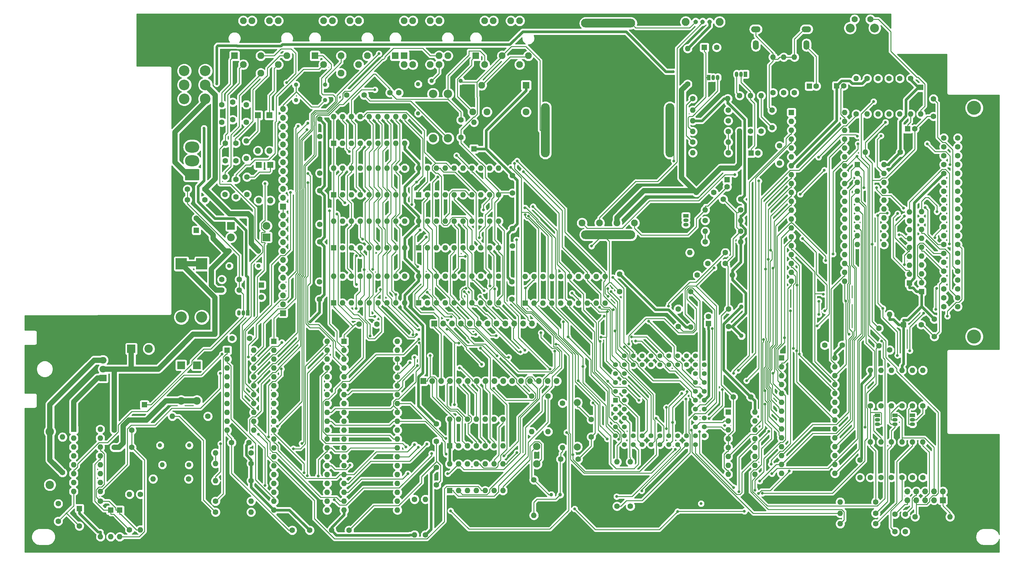
<source format=gbr>
%TF.GenerationSoftware,KiCad,Pcbnew,5.1.5+dfsg1-2build2*%
%TF.CreationDate,2021-10-05T23:16:15-04:00*%
%TF.ProjectId,coco3,636f636f-332e-46b6-9963-61645f706362,1.1.0*%
%TF.SameCoordinates,Original*%
%TF.FileFunction,Copper,L2,Bot*%
%TF.FilePolarity,Positive*%
%FSLAX46Y46*%
G04 Gerber Fmt 4.6, Leading zero omitted, Abs format (unit mm)*
G04 Created by KiCad (PCBNEW 5.1.5+dfsg1-2build2) date 2021-10-05 23:16:15*
%MOMM*%
%LPD*%
G04 APERTURE LIST*
%TA.AperFunction,ComponentPad*%
%ADD10C,1.950000*%
%TD*%
%TA.AperFunction,ComponentPad*%
%ADD11O,2.500000X15.500000*%
%TD*%
%TA.AperFunction,ComponentPad*%
%ADD12O,15.500000X2.500000*%
%TD*%
%TA.AperFunction,ComponentPad*%
%ADD13R,1.700000X1.700000*%
%TD*%
%TA.AperFunction,ComponentPad*%
%ADD14O,1.700000X1.700000*%
%TD*%
%TA.AperFunction,ComponentPad*%
%ADD15O,1.701800X2.717800*%
%TD*%
%TA.AperFunction,ComponentPad*%
%ADD16O,2.717800X1.701800*%
%TD*%
%TA.AperFunction,ComponentPad*%
%ADD17C,1.600000*%
%TD*%
%TA.AperFunction,ComponentPad*%
%ADD18R,1.600000X1.600000*%
%TD*%
%TA.AperFunction,ComponentPad*%
%ADD19R,2.400000X2.400000*%
%TD*%
%TA.AperFunction,ComponentPad*%
%ADD20C,2.400000*%
%TD*%
%TA.AperFunction,ComponentPad*%
%ADD21C,4.000000*%
%TD*%
%TA.AperFunction,ComponentPad*%
%ADD22C,1.600200*%
%TD*%
%TA.AperFunction,ComponentPad*%
%ADD23C,0.100000*%
%TD*%
%TA.AperFunction,ComponentPad*%
%ADD24O,4.100000X3.160000*%
%TD*%
%TA.AperFunction,ComponentPad*%
%ADD25O,3.200000X3.200000*%
%TD*%
%TA.AperFunction,ComponentPad*%
%ADD26R,3.200000X3.200000*%
%TD*%
%TA.AperFunction,ComponentPad*%
%ADD27R,2.200000X2.200000*%
%TD*%
%TA.AperFunction,ComponentPad*%
%ADD28O,2.200000X2.200000*%
%TD*%
%TA.AperFunction,ComponentPad*%
%ADD29O,1.600000X1.600000*%
%TD*%
%TA.AperFunction,ComponentPad*%
%ADD30R,1.800000X1.800000*%
%TD*%
%TA.AperFunction,ComponentPad*%
%ADD31O,1.800000X1.800000*%
%TD*%
%TA.AperFunction,ComponentPad*%
%ADD32C,1.422400*%
%TD*%
%TA.AperFunction,ComponentPad*%
%ADD33R,1.422400X1.422400*%
%TD*%
%TA.AperFunction,ComponentPad*%
%ADD34R,1.050000X1.500000*%
%TD*%
%TA.AperFunction,ComponentPad*%
%ADD35O,1.050000X1.500000*%
%TD*%
%TA.AperFunction,ComponentPad*%
%ADD36R,1.950000X1.950000*%
%TD*%
%TA.AperFunction,ComponentPad*%
%ADD37O,2.000000X2.000000*%
%TD*%
%TA.AperFunction,ComponentPad*%
%ADD38C,2.000000*%
%TD*%
%TA.AperFunction,ComponentPad*%
%ADD39R,2.000000X1.905000*%
%TD*%
%TA.AperFunction,ComponentPad*%
%ADD40O,2.000000X1.905000*%
%TD*%
%TA.AperFunction,ComponentPad*%
%ADD41R,1.500000X1.050000*%
%TD*%
%TA.AperFunction,ComponentPad*%
%ADD42O,1.500000X1.050000*%
%TD*%
%TA.AperFunction,ComponentPad*%
%ADD43O,2.400000X2.400000*%
%TD*%
%TA.AperFunction,ComponentPad*%
%ADD44C,3.044000*%
%TD*%
%TA.AperFunction,ComponentPad*%
%ADD45C,1.778000*%
%TD*%
%TA.AperFunction,ComponentPad*%
%ADD46C,2.540000*%
%TD*%
%TA.AperFunction,ComponentPad*%
%ADD47C,2.250000*%
%TD*%
%TA.AperFunction,ComponentPad*%
%ADD48C,1.308000*%
%TD*%
%TA.AperFunction,ComponentPad*%
%ADD49C,2.100000*%
%TD*%
%TA.AperFunction,ComponentPad*%
%ADD50C,1.030000*%
%TD*%
%TA.AperFunction,ComponentPad*%
%ADD51C,1.240000*%
%TD*%
%TA.AperFunction,ComponentPad*%
%ADD52C,1.400000*%
%TD*%
%TA.AperFunction,ComponentPad*%
%ADD53O,1.400000X1.400000*%
%TD*%
%TA.AperFunction,ViaPad*%
%ADD54C,0.800000*%
%TD*%
%TA.AperFunction,Conductor*%
%ADD55C,0.250000*%
%TD*%
%TA.AperFunction,Conductor*%
%ADD56C,0.750000*%
%TD*%
%TA.AperFunction,Conductor*%
%ADD57C,1.500000*%
%TD*%
%TA.AperFunction,NonConductor*%
%ADD58C,0.254000*%
%TD*%
G04 APERTURE END LIST*
D10*
%TO.P,RF1,1*%
%TO.N,/video/S*%
X199796000Y-76774000D03*
%TO.P,RF1,4*%
%TO.N,/video/V*%
X214796000Y-76774000D03*
%TO.P,RF1,3*%
%TO.N,8V*%
X209796000Y-76774000D03*
%TO.P,RF1,2*%
%TO.N,/video/CH*%
X204796000Y-76774000D03*
D11*
%TO.P,RF1,5*%
%TO.N,GNDS*%
X189321000Y-50274000D03*
X224921000Y-50274000D03*
D12*
X207296000Y-19649000D03*
X207296000Y-80149000D03*
%TD*%
D13*
%TO.P,CN4,1*%
%TO.N,GNDS*%
X157551400Y-105574000D03*
D14*
%TO.P,CN4,2*%
%TO.N,/dram/~RAS*%
X160091400Y-105574000D03*
%TO.P,CN4,3*%
%TO.N,/dram/Z0*%
X162631400Y-105574000D03*
%TO.P,CN4,4*%
%TO.N,/dram/Z1*%
X165171400Y-105574000D03*
%TO.P,CN4,5*%
%TO.N,/dram/Z2*%
X167711400Y-105574000D03*
%TO.P,CN4,6*%
%TO.N,/dram/Z3*%
X170251400Y-105574000D03*
%TO.P,CN4,7*%
%TO.N,/dram/Z6*%
X172791400Y-105574000D03*
%TO.P,CN4,8*%
%TO.N,/dram/Z5*%
X175331400Y-105574000D03*
%TO.P,CN4,9*%
%TO.N,/dram/Z4*%
X177871400Y-105574000D03*
%TO.P,CN4,10*%
%TO.N,/dram/Z7*%
X180411400Y-105574000D03*
%TO.P,CN4,11*%
%TO.N,/dram/Z8*%
X182951400Y-105574000D03*
%TO.P,CN4,12*%
%TO.N,GNDS*%
X185491400Y-105574000D03*
%TD*%
D13*
%TO.P,CN6,1*%
%TO.N,GNDS*%
X114301000Y-72074000D03*
D14*
%TO.P,CN6,2*%
%TO.N,/dram/~WE1*%
X114301000Y-69534000D03*
%TO.P,CN6,3*%
%TO.N,/dram/D1Q4*%
X114301000Y-66994000D03*
%TO.P,CN6,4*%
%TO.N,/dram/D1Q5*%
X114301000Y-64454000D03*
%TO.P,CN6,5*%
%TO.N,/dram/D1Q7*%
X114301000Y-61914000D03*
%TO.P,CN6,6*%
%TO.N,/dram/D1Q6*%
X114301000Y-59374000D03*
%TO.P,CN6,7*%
%TO.N,/dram/D1Q3*%
X114301000Y-56834000D03*
%TO.P,CN6,8*%
%TO.N,/dram/D1Q2*%
X114301000Y-54294000D03*
%TO.P,CN6,9*%
%TO.N,/dram/D1Q0*%
X114301000Y-51754000D03*
%TO.P,CN6,10*%
%TO.N,/dram/D1Q1*%
X114301000Y-49214000D03*
%TO.P,CN6,11*%
%TO.N,+5V*%
X114301000Y-46674000D03*
%TO.P,CN6,12*%
%TO.N,GNDS*%
X114301000Y-44134000D03*
%TD*%
D13*
%TO.P,CN5,1*%
%TO.N,GNDS*%
X114301000Y-102574000D03*
D14*
%TO.P,CN5,2*%
%TO.N,/dram/D0Q6*%
X114301000Y-100034000D03*
%TO.P,CN5,3*%
%TO.N,/dram/D0Q4*%
X114301000Y-97494000D03*
%TO.P,CN5,4*%
%TO.N,/dram/D0Q5*%
X114301000Y-94954000D03*
%TO.P,CN5,5*%
%TO.N,/dram/D0Q7*%
X114301000Y-92414000D03*
%TO.P,CN5,6*%
%TO.N,/dram/~CAS*%
X114301000Y-89874000D03*
%TO.P,CN5,7*%
%TO.N,/dram/D0Q0*%
X114301000Y-87334000D03*
%TO.P,CN5,8*%
%TO.N,/dram/~WE0*%
X114301000Y-84794000D03*
%TO.P,CN5,9*%
%TO.N,/dram/D0Q1*%
X114301000Y-82254000D03*
%TO.P,CN5,10*%
%TO.N,/dram/D0Q3*%
X114301000Y-79714000D03*
%TO.P,CN5,11*%
%TO.N,/dram/D0Q2*%
X114301000Y-77174000D03*
%TO.P,CN5,12*%
%TO.N,GNDS*%
X114301000Y-74634000D03*
%TD*%
D15*
%TO.P,J5A1001,1*%
%TO.N,Net-(C54-Pad2)*%
X249501400Y-25874000D03*
D16*
%TO.P,J5A1001,2*%
%TO.N,GNDS*%
X249501400Y-21374000D03*
%TD*%
D15*
%TO.P,J5B1001,1*%
%TO.N,/video/SOUND_OUT*%
X264001400Y-25874000D03*
D16*
%TO.P,J5B1001,2*%
%TO.N,GNDS*%
X264001400Y-21374000D03*
%TD*%
D17*
%TO.P,C1,2*%
%TO.N,+5V*%
X256291000Y-59674000D03*
%TO.P,C1,1*%
%TO.N,GNDS*%
X256291000Y-54674000D03*
%TD*%
D18*
%TO.P,C2,1*%
%TO.N,+5V*%
X272621000Y-37544000D03*
D17*
%TO.P,C2,2*%
%TO.N,GNDS*%
X274621000Y-37544000D03*
%TD*%
%TO.P,C3,2*%
%TO.N,GNDS*%
X294951000Y-49864000D03*
D18*
%TO.P,C3,1*%
%TO.N,/~RESET*%
X292951000Y-49864000D03*
%TD*%
D17*
%TO.P,C4,1*%
%TO.N,+5V*%
X274201000Y-111724000D03*
%TO.P,C4,2*%
%TO.N,GNDS*%
X269201000Y-111724000D03*
%TD*%
%TO.P,C6,2*%
%TO.N,+5V*%
X121901000Y-164674000D03*
%TO.P,C6,1*%
%TO.N,GNDS*%
X116901000Y-164674000D03*
%TD*%
%TO.P,C7,1*%
%TO.N,GNDS*%
X133201000Y-164674000D03*
%TO.P,C7,2*%
%TO.N,+5V*%
X128201000Y-164674000D03*
%TD*%
%TO.P,C8,1*%
%TO.N,GNDS*%
X241701000Y-101424000D03*
%TO.P,C8,2*%
%TO.N,VCC1*%
X241701000Y-106424000D03*
%TD*%
D18*
%TO.P,C9,1*%
%TO.N,VCC1*%
X235931000Y-105544000D03*
D17*
%TO.P,C9,2*%
%TO.N,GNDS*%
X235931000Y-103544000D03*
%TD*%
%TO.P,C10,2*%
%TO.N,/QCLK*%
X227301000Y-106374000D03*
%TO.P,C10,1*%
%TO.N,GNDS*%
X227301000Y-101374000D03*
%TD*%
%TO.P,C11,1*%
%TO.N,GNDS*%
X284701000Y-106924000D03*
%TO.P,C11,2*%
%TO.N,/ECLK*%
X284701000Y-111924000D03*
%TD*%
%TO.P,C12,2*%
%TO.N,+5V*%
X248051000Y-126524000D03*
%TO.P,C12,1*%
%TO.N,GNDS*%
X243051000Y-126524000D03*
%TD*%
%TO.P,C13,2*%
%TO.N,+5V*%
X104601400Y-139574000D03*
%TO.P,C13,1*%
%TO.N,GNDS*%
X99601400Y-139574000D03*
%TD*%
%TO.P,C14,1*%
%TO.N,GNDS*%
X50001400Y-162074000D03*
%TO.P,C14,2*%
%TO.N,+5V*%
X50001400Y-157074000D03*
%TD*%
%TO.P,C15,2*%
%TO.N,GNDS*%
X56051400Y-163444000D03*
D18*
%TO.P,C15,1*%
%TO.N,+5V*%
X56051400Y-158444000D03*
%TD*%
D17*
%TO.P,C16,1*%
%TO.N,/peripherals/JOY0*%
X103801400Y-42944000D03*
%TO.P,C16,2*%
%TO.N,GNDS*%
X103801400Y-47944000D03*
%TD*%
%TO.P,C17,2*%
%TO.N,/peripherals/JOY1*%
X100801400Y-64324000D03*
%TO.P,C17,1*%
%TO.N,GNDS*%
X100801400Y-69324000D03*
%TD*%
%TO.P,C18,2*%
%TO.N,GNDS*%
X103961400Y-68624000D03*
%TO.P,C18,1*%
%TO.N,Net-(C18-Pad1)*%
X103961400Y-63624000D03*
%TD*%
%TO.P,C19,1*%
%TO.N,Net-(C19-Pad1)*%
X103801400Y-53274000D03*
%TO.P,C19,2*%
%TO.N,GNDS*%
X103801400Y-58274000D03*
%TD*%
%TO.P,C20,2*%
%TO.N,GNDS*%
X96801400Y-47944000D03*
%TO.P,C20,1*%
%TO.N,/peripherals/JOY2*%
X96801400Y-42944000D03*
%TD*%
%TO.P,C21,1*%
%TO.N,GNDS*%
X97801400Y-58974000D03*
%TO.P,C21,2*%
%TO.N,/peripherals/JOY3*%
X97801400Y-53974000D03*
%TD*%
%TO.P,C22,1*%
%TO.N,Net-(C22-Pad1)*%
X99901400Y-42244000D03*
%TO.P,C22,2*%
%TO.N,GNDS*%
X99901400Y-47244000D03*
%TD*%
%TO.P,C23,1*%
%TO.N,Net-(C23-Pad1)*%
X97701400Y-63624000D03*
%TO.P,C23,2*%
%TO.N,GNDS*%
X97701400Y-68624000D03*
%TD*%
%TO.P,C24,2*%
%TO.N,Net-(C24-Pad2)*%
X147371000Y-39504000D03*
%TO.P,C24,1*%
%TO.N,/peripherals/CASS_DATA_IN*%
X144871000Y-39504000D03*
%TD*%
%TO.P,C25,1*%
%TO.N,GNDS*%
X165151000Y-52324000D03*
%TO.P,C25,2*%
%TO.N,/peripherals/CASS_DATA_IN*%
X165151000Y-47324000D03*
%TD*%
%TO.P,C26,1*%
%TO.N,+5V*%
X300551000Y-104274000D03*
%TO.P,C26,2*%
%TO.N,GNDS*%
X300551000Y-109274000D03*
%TD*%
D18*
%TO.P,C27,1*%
%TO.N,+5V*%
X291801000Y-105874000D03*
D17*
%TO.P,C27,2*%
%TO.N,GNDS*%
X296801000Y-105874000D03*
%TD*%
%TO.P,C28,1*%
%TO.N,/peripherals/+SALT_VIN*%
X66001400Y-136074000D03*
%TO.P,C28,2*%
%TO.N,GNDS*%
X71001400Y-136074000D03*
%TD*%
D19*
%TO.P,C29,1*%
%TO.N,/peripherals/+SALT_VIN*%
X70901400Y-112774000D03*
D20*
%TO.P,C29,2*%
%TO.N,GNDS*%
X75901400Y-112774000D03*
%TD*%
D17*
%TO.P,C30,2*%
%TO.N,/peripherals/-SALT_VIN*%
X66001400Y-140974000D03*
%TO.P,C30,1*%
%TO.N,GNDS*%
X71001400Y-140974000D03*
%TD*%
D18*
%TO.P,C31,1*%
%TO.N,GNDS*%
X74661400Y-128774000D03*
D17*
%TO.P,C31,2*%
%TO.N,/peripherals/-SALT_VIN*%
X79661400Y-128774000D03*
%TD*%
%TO.P,C32,1*%
%TO.N,/power/P1*%
X96801400Y-96024000D03*
%TO.P,C32,2*%
%TO.N,GNDS*%
X101801400Y-96024000D03*
%TD*%
%TO.P,C33,2*%
%TO.N,GNDS*%
X101801400Y-92924000D03*
%TO.P,C33,1*%
%TO.N,Net-(C33-Pad1)*%
X96801400Y-92924000D03*
%TD*%
%TO.P,C34,1*%
%TO.N,GNDS*%
X254141000Y-44474000D03*
%TO.P,C34,2*%
%TO.N,/video/S*%
X254141000Y-49474000D03*
%TD*%
%TO.P,C35,1*%
%TO.N,Net-(C35-Pad1)*%
X91951400Y-67124000D03*
%TO.P,C35,2*%
%TO.N,GNDS*%
X86951400Y-67124000D03*
%TD*%
%TO.P,C36,2*%
%TO.N,GNDS*%
X86951400Y-70174000D03*
%TO.P,C36,1*%
%TO.N,Net-(C36-Pad1)*%
X91951400Y-70174000D03*
%TD*%
%TO.P,C37,1*%
%TO.N,GNDS*%
X240781000Y-88344000D03*
%TO.P,C37,2*%
%TO.N,Net-(C37-Pad2)*%
X235781000Y-88344000D03*
%TD*%
%TO.P,C38,2*%
%TO.N,+5V*%
X210601000Y-91374000D03*
%TO.P,C38,1*%
%TO.N,GNDS*%
X210601000Y-96374000D03*
%TD*%
%TO.P,C39,2*%
%TO.N,+5V*%
X179901000Y-63214000D03*
%TO.P,C39,1*%
%TO.N,GNDS*%
X179901000Y-68214000D03*
%TD*%
%TO.P,C40,1*%
%TO.N,GNDS*%
X179776000Y-98614000D03*
%TO.P,C40,2*%
%TO.N,+5V*%
X179776000Y-93614000D03*
%TD*%
%TO.P,C41,1*%
%TO.N,GNDS*%
X179901000Y-83414000D03*
%TO.P,C41,2*%
%TO.N,+5V*%
X179901000Y-78414000D03*
%TD*%
%TO.P,C42,2*%
%TO.N,+5V*%
X279301000Y-144574000D03*
%TO.P,C42,1*%
%TO.N,GNDS*%
X279301000Y-149574000D03*
%TD*%
%TO.P,C43,1*%
%TO.N,GNDS*%
X124801000Y-52074000D03*
%TO.P,C43,2*%
%TO.N,+5V*%
X124801000Y-47074000D03*
%TD*%
%TO.P,C44,2*%
%TO.N,+5V*%
X124801000Y-67514000D03*
%TO.P,C44,1*%
%TO.N,GNDS*%
X124801000Y-62514000D03*
%TD*%
%TO.P,C45,1*%
%TO.N,GNDS*%
X124801000Y-77174000D03*
%TO.P,C45,2*%
%TO.N,+5V*%
X124801000Y-82174000D03*
%TD*%
%TO.P,C46,2*%
%TO.N,+5V*%
X124731000Y-98624000D03*
%TO.P,C46,1*%
%TO.N,GNDS*%
X124731000Y-93624000D03*
%TD*%
%TO.P,C47,1*%
%TO.N,GNDS*%
X158201000Y-139274000D03*
%TO.P,C47,2*%
%TO.N,+5V*%
X158201000Y-134274000D03*
%TD*%
%TO.P,C48,2*%
%TO.N,+5V*%
X158201000Y-146674000D03*
%TO.P,C48,1*%
%TO.N,GNDS*%
X158201000Y-151674000D03*
%TD*%
%TO.P,C49,2*%
%TO.N,Net-(C49-Pad2)*%
X100801400Y-53974000D03*
%TO.P,C49,1*%
%TO.N,GNDS*%
X100801400Y-58974000D03*
%TD*%
%TO.P,C50,2*%
%TO.N,VCC1*%
X245201000Y-69974000D03*
%TO.P,C50,1*%
%TO.N,GNDS*%
X240201000Y-69974000D03*
%TD*%
%TO.P,C51,2*%
%TO.N,8V*%
X232501000Y-68054000D03*
%TO.P,C51,1*%
%TO.N,GNDS*%
X237501000Y-68054000D03*
%TD*%
D18*
%TO.P,C54,1*%
%TO.N,Net-(C54-Pad1)*%
X234801000Y-26574000D03*
D17*
%TO.P,C54,2*%
%TO.N,Net-(C54-Pad2)*%
X238301000Y-26574000D03*
%TD*%
%TO.P,C55,2*%
%TO.N,/video/S*%
X250131000Y-56774000D03*
D18*
%TO.P,C55,1*%
%TO.N,Net-(C55-Pad1)*%
X248131000Y-56774000D03*
%TD*%
D17*
%TO.P,C56,2*%
%TO.N,/video/SOUND_OUT*%
X266821000Y-37614000D03*
D18*
%TO.P,C56,1*%
%TO.N,Net-(C56-Pad1)*%
X264821000Y-37614000D03*
%TD*%
D17*
%TO.P,C58,2*%
%TO.N,/gime/HSYNC*%
X292301000Y-160074000D03*
%TO.P,C58,1*%
%TO.N,GNDS*%
X292301000Y-165074000D03*
%TD*%
%TO.P,C59,1*%
%TO.N,GNDS*%
X289301000Y-165074000D03*
%TO.P,C59,2*%
%TO.N,/gime/VSYNC*%
X289301000Y-160074000D03*
%TD*%
%TO.P,C60,1*%
%TO.N,GNDS*%
X198701000Y-144324000D03*
%TO.P,C60,2*%
%TO.N,Net-(C60-Pad2)*%
X193701000Y-144324000D03*
%TD*%
%TO.P,C61,2*%
%TO.N,Net-(C61-Pad2)*%
X300301000Y-41274000D03*
%TO.P,C61,1*%
%TO.N,GNDS*%
X300301000Y-46274000D03*
%TD*%
D18*
%TO.P,C62,1*%
%TO.N,Net-(C62-Pad1)*%
X89531400Y-78894000D03*
D17*
%TO.P,C62,2*%
%TO.N,/power/P1*%
X89531400Y-75394000D03*
%TD*%
D18*
%TO.P,C63,1*%
%TO.N,Net-(C63-Pad1)*%
X108101000Y-94524000D03*
D17*
%TO.P,C63,2*%
%TO.N,GNDS*%
X108101000Y-98024000D03*
%TD*%
%TO.P,C64,2*%
%TO.N,Net-(C64-Pad2)*%
X202451000Y-132974000D03*
%TO.P,C64,1*%
%TO.N,GNDS*%
X202451000Y-137974000D03*
%TD*%
%TO.P,C65,2*%
%TO.N,Net-(C65-Pad2)*%
X141101000Y-105724000D03*
%TO.P,C65,1*%
%TO.N,GNDS*%
X136101000Y-105724000D03*
%TD*%
%TO.P,C66,2*%
%TO.N,Net-(C66-Pad2)*%
X132501000Y-40224000D03*
%TO.P,C66,1*%
%TO.N,GNDS*%
X137501000Y-40224000D03*
%TD*%
D18*
%TO.P,C67,1*%
%TO.N,Net-(C67-Pad1)*%
X241311000Y-64444000D03*
D17*
%TO.P,C67,2*%
%TO.N,/video/V*%
X241311000Y-66444000D03*
%TD*%
%TO.P,C68,1*%
%TO.N,/peripherals/SOUND*%
X99701400Y-109774000D03*
%TO.P,C68,2*%
%TO.N,Net-(C68-Pad2)*%
X104701400Y-109774000D03*
%TD*%
D21*
%TO.P,CN1,*%
%TO.N,*%
X311950000Y-109276500D03*
X311950000Y-43871500D03*
D22*
%TO.P,CN1,39*%
%TO.N,/A15*%
X303288600Y-100704000D03*
%TO.P,CN1,37*%
%TO.N,/A13*%
X303288600Y-98164000D03*
%TO.P,CN1,35*%
%TO.N,/SND_IN_2*%
X303288600Y-95624000D03*
%TO.P,CN1,33*%
%TO.N,GNDS*%
X303288600Y-93084000D03*
%TO.P,CN1,31*%
%TO.N,/A12*%
X303288600Y-90544000D03*
%TO.P,CN1,29*%
%TO.N,/A10*%
X303288600Y-88004000D03*
%TO.P,CN1,27*%
%TO.N,/A8*%
X303288600Y-85464000D03*
%TO.P,CN1,25*%
%TO.N,/A6*%
X303288600Y-82924000D03*
%TO.P,CN1,23*%
%TO.N,/A4*%
X303288600Y-80384000D03*
%TO.P,CN1,21*%
%TO.N,/A2*%
X303288600Y-77844000D03*
%TO.P,CN1,19*%
%TO.N,/A0*%
X303288600Y-75304000D03*
%TO.P,CN1,17*%
%TO.N,/D7*%
X303288600Y-72764000D03*
%TO.P,CN1,15*%
%TO.N,/D5*%
X303288600Y-70224000D03*
%TO.P,CN1,13*%
%TO.N,/D3*%
X303288600Y-67684000D03*
%TO.P,CN1,11*%
%TO.N,/D1*%
X303288600Y-65144000D03*
%TO.P,CN1,9*%
%TO.N,+5V*%
X303288600Y-62604000D03*
%TO.P,CN1,7*%
%TO.N,/QCLK*%
X303288600Y-60064000D03*
%TO.P,CN1,5*%
%TO.N,/~RESET*%
X303288600Y-57524000D03*
%TO.P,CN1,3*%
%TO.N,/~HALT*%
X303288600Y-54984000D03*
%TO.P,CN1,1*%
%TO.N,Net-(CN1-Pad1)*%
X303288600Y-52444000D03*
%TO.P,CN1,40*%
%TO.N,/~SLENB*%
X307251000Y-100704000D03*
%TO.P,CN1,38*%
%TO.N,/A14*%
X307251000Y-98164000D03*
%TO.P,CN1,36*%
%TO.N,/~SCS*%
X307251000Y-95624000D03*
%TO.P,CN1,34*%
%TO.N,GNDS*%
X307251000Y-93084000D03*
%TO.P,CN1,32*%
%TO.N,Net-(C61-Pad2)*%
X307251000Y-90544000D03*
%TO.P,CN1,30*%
%TO.N,/A11*%
X307251000Y-88004000D03*
%TO.P,CN1,28*%
%TO.N,/A9*%
X307251000Y-85464000D03*
%TO.P,CN1,26*%
%TO.N,/A7*%
X307251000Y-82924000D03*
%TO.P,CN1,24*%
%TO.N,/A5*%
X307251000Y-80384000D03*
%TO.P,CN1,22*%
%TO.N,/A3*%
X307251000Y-77844000D03*
%TO.P,CN1,20*%
%TO.N,/A1*%
X307251000Y-75304000D03*
%TO.P,CN1,18*%
%TO.N,/R~W*%
X307251000Y-72764000D03*
%TO.P,CN1,16*%
%TO.N,/D6*%
X307251000Y-70224000D03*
%TO.P,CN1,14*%
%TO.N,/D4*%
X307251000Y-67684000D03*
%TO.P,CN1,12*%
%TO.N,/D2*%
X307251000Y-65144000D03*
%TO.P,CN1,10*%
%TO.N,/D0*%
X307251000Y-62604000D03*
%TO.P,CN1,8*%
%TO.N,/~CART*%
X307251000Y-60064000D03*
%TO.P,CN1,6*%
%TO.N,/ECLK*%
X307251000Y-57524000D03*
%TO.P,CN1,4*%
%TO.N,/~NMI*%
X307251000Y-54984000D03*
%TO.P,CN1,2*%
%TO.N,Net-(CN1-Pad2)*%
X307251000Y-52444000D03*
%TD*%
D13*
%TO.P,CN3,1*%
%TO.N,GNDS*%
X303001000Y-156074000D03*
D14*
%TO.P,CN3,2*%
X303001000Y-153534000D03*
%TO.P,CN3,3*%
%TO.N,/video/R_OUT*%
X300461000Y-156074000D03*
%TO.P,CN3,4*%
%TO.N,/video/G_OUT*%
X300461000Y-153534000D03*
%TO.P,CN3,5*%
%TO.N,/video/B_OUT*%
X297921000Y-156074000D03*
%TO.P,CN3,6*%
%TO.N,Net-(CN3-Pad6)*%
X297921000Y-153534000D03*
%TO.P,CN3,7*%
%TO.N,/video/SOUND_OUT*%
X295381000Y-156074000D03*
%TO.P,CN3,8*%
%TO.N,/gime/HSYNC*%
X295381000Y-153534000D03*
%TO.P,CN3,9*%
%TO.N,/gime/VSYNC*%
X292841000Y-156074000D03*
%TO.P,CN3,10*%
%TO.N,Net-(CN3-Pad10)*%
X292841000Y-153534000D03*
%TD*%
%TA.AperFunction,ComponentPad*%
D23*
%TO.P,CN7,1*%
%TO.N,Net-(CN7-Pad1)*%
G36*
X90135904Y-61395204D02*
G01*
X90160173Y-61398804D01*
X90183971Y-61404765D01*
X90207071Y-61413030D01*
X90229249Y-61423520D01*
X90250293Y-61436133D01*
X90269998Y-61450747D01*
X90288177Y-61467223D01*
X90304653Y-61485402D01*
X90319267Y-61505107D01*
X90331880Y-61526151D01*
X90342370Y-61548329D01*
X90350635Y-61571429D01*
X90356596Y-61595227D01*
X90360196Y-61619496D01*
X90361400Y-61644000D01*
X90361400Y-64304000D01*
X90360196Y-64328504D01*
X90356596Y-64352773D01*
X90350635Y-64376571D01*
X90342370Y-64399671D01*
X90331880Y-64421849D01*
X90319267Y-64442893D01*
X90304653Y-64462598D01*
X90288177Y-64480777D01*
X90269998Y-64497253D01*
X90250293Y-64511867D01*
X90229249Y-64524480D01*
X90207071Y-64534970D01*
X90183971Y-64543235D01*
X90160173Y-64549196D01*
X90135904Y-64552796D01*
X90111400Y-64554000D01*
X86511400Y-64554000D01*
X86486896Y-64552796D01*
X86462627Y-64549196D01*
X86438829Y-64543235D01*
X86415729Y-64534970D01*
X86393551Y-64524480D01*
X86372507Y-64511867D01*
X86352802Y-64497253D01*
X86334623Y-64480777D01*
X86318147Y-64462598D01*
X86303533Y-64442893D01*
X86290920Y-64421849D01*
X86280430Y-64399671D01*
X86272165Y-64376571D01*
X86266204Y-64352773D01*
X86262604Y-64328504D01*
X86261400Y-64304000D01*
X86261400Y-61644000D01*
X86262604Y-61619496D01*
X86266204Y-61595227D01*
X86272165Y-61571429D01*
X86280430Y-61548329D01*
X86290920Y-61526151D01*
X86303533Y-61505107D01*
X86318147Y-61485402D01*
X86334623Y-61467223D01*
X86352802Y-61450747D01*
X86372507Y-61436133D01*
X86393551Y-61423520D01*
X86415729Y-61413030D01*
X86438829Y-61404765D01*
X86462627Y-61398804D01*
X86486896Y-61395204D01*
X86511400Y-61394000D01*
X90111400Y-61394000D01*
X90135904Y-61395204D01*
G37*
%TD.AperFunction*%
D24*
%TO.P,CN7,2*%
%TO.N,GNDS*%
X88311400Y-59014000D03*
%TO.P,CN7,3*%
%TO.N,Net-(CN7-Pad3)*%
X88311400Y-55054000D03*
%TD*%
D25*
%TO.P,D1,2*%
%TO.N,/power/P1*%
X85201400Y-103714000D03*
D26*
%TO.P,D1,1*%
%TO.N,/peripherals/+SALT_VIN*%
X85201400Y-88474000D03*
%TD*%
%TO.P,D2,1*%
%TO.N,/peripherals/+SALT_VIN*%
X91051400Y-88474000D03*
D25*
%TO.P,D2,2*%
%TO.N,Net-(C33-Pad1)*%
X91051400Y-103714000D03*
%TD*%
D27*
%TO.P,D3,1*%
%TO.N,Net-(C33-Pad1)*%
X89651400Y-117464000D03*
D28*
%TO.P,D3,2*%
%TO.N,/peripherals/-SALT_VIN*%
X89651400Y-127624000D03*
%TD*%
%TO.P,D4,2*%
%TO.N,/peripherals/-SALT_VIN*%
X85141400Y-127624000D03*
D27*
%TO.P,D4,1*%
%TO.N,/power/P1*%
X85141400Y-117464000D03*
%TD*%
D29*
%TO.P,D5,2*%
%TO.N,/peripherals/CASS_MTR_OUT*%
X168901000Y-47954000D03*
D18*
%TO.P,D5,1*%
%TO.N,+5V*%
X168901000Y-55574000D03*
%TD*%
%TO.P,D6,1*%
%TO.N,/peripherals/CD_IN*%
X65001400Y-158914000D03*
D29*
%TO.P,D6,2*%
%TO.N,GNDS*%
X65001400Y-166534000D03*
%TD*%
%TO.P,D7,2*%
%TO.N,GNDS*%
X67601400Y-166534000D03*
D18*
%TO.P,D7,1*%
%TO.N,/peripherals/SERIAL_DATA_IN*%
X67601400Y-158914000D03*
%TD*%
D30*
%TO.P,D8,1*%
%TO.N,Net-(C19-Pad1)*%
X107111400Y-45964000D03*
D31*
%TO.P,D8,2*%
%TO.N,/peripherals/KR3*%
X107111400Y-56124000D03*
%TD*%
%TO.P,D9,2*%
%TO.N,/peripherals/KR2*%
X110381400Y-56124000D03*
D30*
%TO.P,D9,1*%
%TO.N,Net-(C22-Pad1)*%
X110381400Y-45964000D03*
%TD*%
D31*
%TO.P,D10,2*%
%TO.N,/peripherals/KR4*%
X107321400Y-70364000D03*
D30*
%TO.P,D10,1*%
%TO.N,Net-(C23-Pad1)*%
X107321400Y-60204000D03*
%TD*%
%TO.P,D11,1*%
%TO.N,Net-(C18-Pad1)*%
X110631400Y-60194000D03*
D31*
%TO.P,D11,2*%
%TO.N,/peripherals/KR1*%
X110631400Y-70354000D03*
%TD*%
D18*
%TO.P,D12,1*%
%TO.N,+5V*%
X296701000Y-38004000D03*
D29*
%TO.P,D12,2*%
%TO.N,/~RESET*%
X296701000Y-45624000D03*
%TD*%
D27*
%TO.P,D13,1*%
%TO.N,Net-(C62-Pad1)*%
X99411400Y-77614000D03*
D28*
%TO.P,D13,2*%
%TO.N,GNDS*%
X109571400Y-77614000D03*
%TD*%
%TO.P,D14,2*%
%TO.N,Net-(C62-Pad1)*%
X99411000Y-80894000D03*
D27*
%TO.P,D14,1*%
%TO.N,Net-(C63-Pad1)*%
X109571000Y-80894000D03*
%TD*%
D18*
%TO.P,IC1,1*%
%TO.N,GNDS*%
X259701000Y-45154000D03*
D29*
%TO.P,IC1,21*%
%TO.N,/A13*%
X274941000Y-93414000D03*
%TO.P,IC1,2*%
%TO.N,/~NMI*%
X259701000Y-47694000D03*
%TO.P,IC1,22*%
%TO.N,/A14*%
X274941000Y-90874000D03*
%TO.P,IC1,3*%
%TO.N,/~IRQ*%
X259701000Y-50234000D03*
%TO.P,IC1,23*%
%TO.N,/A15*%
X274941000Y-88334000D03*
%TO.P,IC1,4*%
%TO.N,/~FIRQ*%
X259701000Y-52774000D03*
%TO.P,IC1,24*%
%TO.N,/cpu/DN7*%
X274941000Y-85794000D03*
%TO.P,IC1,5*%
%TO.N,Net-(IC1-Pad5)*%
X259701000Y-55314000D03*
%TO.P,IC1,25*%
%TO.N,/cpu/DN6*%
X274941000Y-83254000D03*
%TO.P,IC1,6*%
%TO.N,Net-(IC1-Pad6)*%
X259701000Y-57854000D03*
%TO.P,IC1,26*%
%TO.N,/cpu/DN5*%
X274941000Y-80714000D03*
%TO.P,IC1,7*%
%TO.N,+5V*%
X259701000Y-60394000D03*
%TO.P,IC1,27*%
%TO.N,/cpu/DN4*%
X274941000Y-78174000D03*
%TO.P,IC1,8*%
%TO.N,/A0*%
X259701000Y-62934000D03*
%TO.P,IC1,28*%
%TO.N,/cpu/DN3*%
X274941000Y-75634000D03*
%TO.P,IC1,9*%
%TO.N,/A1*%
X259701000Y-65474000D03*
%TO.P,IC1,29*%
%TO.N,/cpu/DN2*%
X274941000Y-73094000D03*
%TO.P,IC1,10*%
%TO.N,/A2*%
X259701000Y-68014000D03*
%TO.P,IC1,30*%
%TO.N,/cpu/DN1*%
X274941000Y-70554000D03*
%TO.P,IC1,11*%
%TO.N,/A3*%
X259701000Y-70554000D03*
%TO.P,IC1,31*%
%TO.N,/cpu/DN0*%
X274941000Y-68014000D03*
%TO.P,IC1,12*%
%TO.N,/A4*%
X259701000Y-73094000D03*
%TO.P,IC1,32*%
%TO.N,/R~W*%
X274941000Y-65474000D03*
%TO.P,IC1,13*%
%TO.N,/A5*%
X259701000Y-75634000D03*
%TO.P,IC1,33*%
%TO.N,Net-(IC1-Pad33)*%
X274941000Y-62934000D03*
%TO.P,IC1,14*%
%TO.N,/A6*%
X259701000Y-78174000D03*
%TO.P,IC1,34*%
%TO.N,/ECLK*%
X274941000Y-60394000D03*
%TO.P,IC1,15*%
%TO.N,/A7*%
X259701000Y-80714000D03*
%TO.P,IC1,35*%
%TO.N,/QCLK*%
X274941000Y-57854000D03*
%TO.P,IC1,16*%
%TO.N,/A8*%
X259701000Y-83254000D03*
%TO.P,IC1,36*%
%TO.N,Net-(IC1-Pad36)*%
X274941000Y-55314000D03*
%TO.P,IC1,17*%
%TO.N,/A9*%
X259701000Y-85794000D03*
%TO.P,IC1,37*%
%TO.N,/~RESET*%
X274941000Y-52774000D03*
%TO.P,IC1,18*%
%TO.N,/A10*%
X259701000Y-88334000D03*
%TO.P,IC1,38*%
%TO.N,Net-(IC1-Pad38)*%
X274941000Y-50234000D03*
%TO.P,IC1,19*%
%TO.N,/A11*%
X259701000Y-90874000D03*
%TO.P,IC1,39*%
%TO.N,GNDS*%
X274941000Y-47694000D03*
%TO.P,IC1,20*%
%TO.N,/A12*%
X259701000Y-93414000D03*
%TO.P,IC1,40*%
%TO.N,/~HALT*%
X274941000Y-45154000D03*
%TD*%
D18*
%TO.P,IC3,1*%
%TO.N,/R~W*%
X278531000Y-60074000D03*
D29*
%TO.P,IC3,11*%
%TO.N,/cpu/DN7*%
X286151000Y-82934000D03*
%TO.P,IC3,2*%
%TO.N,/D0*%
X278531000Y-62614000D03*
%TO.P,IC3,12*%
%TO.N,/cpu/DN6*%
X286151000Y-80394000D03*
%TO.P,IC3,3*%
%TO.N,/D1*%
X278531000Y-65154000D03*
%TO.P,IC3,13*%
%TO.N,/cpu/DN5*%
X286151000Y-77854000D03*
%TO.P,IC3,4*%
%TO.N,/D2*%
X278531000Y-67694000D03*
%TO.P,IC3,14*%
%TO.N,/cpu/DN4*%
X286151000Y-75314000D03*
%TO.P,IC3,5*%
%TO.N,/D3*%
X278531000Y-70234000D03*
%TO.P,IC3,15*%
%TO.N,/cpu/DN3*%
X286151000Y-72774000D03*
%TO.P,IC3,6*%
%TO.N,/D4*%
X278531000Y-72774000D03*
%TO.P,IC3,16*%
%TO.N,/cpu/DN2*%
X286151000Y-70234000D03*
%TO.P,IC3,7*%
%TO.N,/D5*%
X278531000Y-75314000D03*
%TO.P,IC3,17*%
%TO.N,/cpu/DN1*%
X286151000Y-67694000D03*
%TO.P,IC3,8*%
%TO.N,/D6*%
X278531000Y-77854000D03*
%TO.P,IC3,18*%
%TO.N,/cpu/DN0*%
X286151000Y-65154000D03*
%TO.P,IC3,9*%
%TO.N,/D7*%
X278531000Y-80394000D03*
%TO.P,IC3,19*%
%TO.N,/cpu/BUS_TXRX_ENABLE*%
X286151000Y-62614000D03*
%TO.P,IC3,10*%
%TO.N,GNDS*%
X278531000Y-82934000D03*
%TO.P,IC3,20*%
%TO.N,+5V*%
X286151000Y-60074000D03*
%TD*%
%TO.P,IC4,40*%
%TO.N,/peripherals/CD_OUT_TTL*%
X126941000Y-110634000D03*
%TO.P,IC4,20*%
%TO.N,+5V*%
X111701000Y-158894000D03*
%TO.P,IC4,39*%
%TO.N,/peripherals/CASS_M_IN_TTL*%
X126941000Y-113174000D03*
%TO.P,IC4,19*%
%TO.N,Net-(IC4-Pad19)*%
X111701000Y-156354000D03*
%TO.P,IC4,38*%
%TO.N,/~FIRQ*%
X126941000Y-115714000D03*
%TO.P,IC4,18*%
%TO.N,/~CART*%
X111701000Y-153814000D03*
%TO.P,IC4,37*%
%TO.N,/~FIRQ*%
X126941000Y-118254000D03*
%TO.P,IC4,17*%
%TO.N,Net-(IC4-Pad17)*%
X111701000Y-151274000D03*
%TO.P,IC4,36*%
%TO.N,/A0*%
X126941000Y-120794000D03*
%TO.P,IC4,16*%
%TO.N,Net-(IC4-Pad16)*%
X111701000Y-148734000D03*
%TO.P,IC4,35*%
%TO.N,/A1*%
X126941000Y-123334000D03*
%TO.P,IC4,15*%
%TO.N,Net-(IC4-Pad15)*%
X111701000Y-146194000D03*
%TO.P,IC4,34*%
%TO.N,/~RESET*%
X126941000Y-125874000D03*
%TO.P,IC4,14*%
%TO.N,Net-(IC4-Pad14)*%
X111701000Y-143654000D03*
%TO.P,IC4,33*%
%TO.N,/D0*%
X126941000Y-128414000D03*
%TO.P,IC4,13*%
%TO.N,/peripherals/RGB_OUT_10*%
X111701000Y-141114000D03*
%TO.P,IC4,32*%
%TO.N,/D1*%
X126941000Y-130954000D03*
%TO.P,IC4,12*%
%TO.N,Net-(CN2-Pad15)*%
X111701000Y-138574000D03*
%TO.P,IC4,31*%
%TO.N,/D2*%
X126941000Y-133494000D03*
%TO.P,IC4,11*%
%TO.N,Net-(IC4-Pad11)*%
X111701000Y-136034000D03*
%TO.P,IC4,30*%
%TO.N,/D3*%
X126941000Y-136034000D03*
%TO.P,IC4,10*%
%TO.N,/gime/SERINT*%
X111701000Y-133494000D03*
%TO.P,IC4,29*%
%TO.N,/D4*%
X126941000Y-138574000D03*
%TO.P,IC4,9*%
%TO.N,Net-(IC4-Pad9)*%
X111701000Y-130954000D03*
%TO.P,IC4,28*%
%TO.N,/D5*%
X126941000Y-141114000D03*
%TO.P,IC4,8*%
%TO.N,Net-(IC4-Pad8)*%
X111701000Y-128414000D03*
%TO.P,IC4,27*%
%TO.N,/D6*%
X126941000Y-143654000D03*
%TO.P,IC4,7*%
%TO.N,Net-(IC4-Pad7)*%
X111701000Y-125874000D03*
%TO.P,IC4,26*%
%TO.N,/D7*%
X126941000Y-146194000D03*
%TO.P,IC4,6*%
%TO.N,Net-(IC4-Pad6)*%
X111701000Y-123334000D03*
%TO.P,IC4,25*%
%TO.N,/ECLK*%
X126941000Y-148734000D03*
%TO.P,IC4,5*%
%TO.N,Net-(IC4-Pad5)*%
X111701000Y-120794000D03*
%TO.P,IC4,24*%
%TO.N,/A5*%
X126941000Y-151274000D03*
%TO.P,IC4,4*%
%TO.N,Net-(IC4-Pad4)*%
X111701000Y-118254000D03*
%TO.P,IC4,23*%
%TO.N,/gime/PIA_~CS2*%
X126941000Y-153814000D03*
%TO.P,IC4,3*%
%TO.N,/peripherals/SER_DATA_IN_TTL*%
X111701000Y-115714000D03*
%TO.P,IC4,22*%
%TO.N,/peripherals/HI*%
X126941000Y-156354000D03*
%TO.P,IC4,2*%
%TO.N,/peripherals/CASS_DATA_OUT_TTL*%
X111701000Y-113174000D03*
%TO.P,IC4,21*%
%TO.N,/R~W*%
X126941000Y-158894000D03*
D18*
%TO.P,IC4,1*%
%TO.N,GNDS*%
X111701000Y-110634000D03*
%TD*%
%TO.P,IC5,1*%
%TO.N,GNDS*%
X131781000Y-110634000D03*
D29*
%TO.P,IC5,21*%
%TO.N,/R~W*%
X147021000Y-158894000D03*
%TO.P,IC5,2*%
%TO.N,/peripherals/KR1*%
X131781000Y-113174000D03*
%TO.P,IC5,22*%
%TO.N,/peripherals/HI*%
X147021000Y-156354000D03*
%TO.P,IC5,3*%
%TO.N,/peripherals/KR2*%
X131781000Y-115714000D03*
%TO.P,IC5,23*%
%TO.N,/gime/PIA_~CS2*%
X147021000Y-153814000D03*
%TO.P,IC5,4*%
%TO.N,/peripherals/KR3*%
X131781000Y-118254000D03*
%TO.P,IC5,24*%
%TO.N,Net-(IC15-Pad4)*%
X147021000Y-151274000D03*
%TO.P,IC5,5*%
%TO.N,/peripherals/KR4*%
X131781000Y-120794000D03*
%TO.P,IC5,25*%
%TO.N,/ECLK*%
X147021000Y-148734000D03*
%TO.P,IC5,6*%
%TO.N,/peripherals/KR5*%
X131781000Y-123334000D03*
%TO.P,IC5,26*%
%TO.N,/D7*%
X147021000Y-146194000D03*
%TO.P,IC5,7*%
%TO.N,/peripherals/KR6*%
X131781000Y-125874000D03*
%TO.P,IC5,27*%
%TO.N,/D6*%
X147021000Y-143654000D03*
%TO.P,IC5,8*%
%TO.N,/peripherals/KR7*%
X131781000Y-128414000D03*
%TO.P,IC5,28*%
%TO.N,/D5*%
X147021000Y-141114000D03*
%TO.P,IC5,9*%
%TO.N,/peripherals/PA7*%
X131781000Y-130954000D03*
%TO.P,IC5,29*%
%TO.N,/D4*%
X147021000Y-138574000D03*
%TO.P,IC5,10*%
%TO.N,Net-(CN2-Pad9)*%
X131781000Y-133494000D03*
%TO.P,IC5,30*%
%TO.N,/D3*%
X147021000Y-136034000D03*
%TO.P,IC5,11*%
%TO.N,Net-(CN2-Pad10)*%
X131781000Y-136034000D03*
%TO.P,IC5,31*%
%TO.N,/D2*%
X147021000Y-133494000D03*
%TO.P,IC5,12*%
%TO.N,Net-(CN2-Pad11)*%
X131781000Y-138574000D03*
%TO.P,IC5,32*%
%TO.N,/D1*%
X147021000Y-130954000D03*
%TO.P,IC5,13*%
%TO.N,Net-(CN2-Pad12)*%
X131781000Y-141114000D03*
%TO.P,IC5,33*%
%TO.N,/D0*%
X147021000Y-128414000D03*
%TO.P,IC5,14*%
%TO.N,Net-(CN2-Pad13)*%
X131781000Y-143654000D03*
%TO.P,IC5,34*%
%TO.N,/~RESET*%
X147021000Y-125874000D03*
%TO.P,IC5,15*%
%TO.N,Net-(CN2-Pad14)*%
X131781000Y-146194000D03*
%TO.P,IC5,35*%
%TO.N,/A1*%
X147021000Y-123334000D03*
%TO.P,IC5,16*%
%TO.N,Net-(CN2-Pad15)*%
X131781000Y-148734000D03*
%TO.P,IC5,36*%
%TO.N,/A0*%
X147021000Y-120794000D03*
%TO.P,IC5,17*%
%TO.N,Net-(CN2-Pad16)*%
X131781000Y-151274000D03*
%TO.P,IC5,37*%
%TO.N,/~IRQ*%
X147021000Y-118254000D03*
%TO.P,IC5,18*%
%TO.N,/gime/~VSYNC*%
X131781000Y-153814000D03*
%TO.P,IC5,38*%
%TO.N,/~IRQ*%
X147021000Y-115714000D03*
%TO.P,IC5,19*%
%TO.N,/peripherals/SELB*%
X131781000Y-156354000D03*
%TO.P,IC5,39*%
%TO.N,/peripherals/SELA*%
X147021000Y-113174000D03*
%TO.P,IC5,20*%
%TO.N,+5V*%
X131781000Y-158894000D03*
%TO.P,IC5,40*%
%TO.N,/gime/~HSYNC*%
X147021000Y-110634000D03*
%TD*%
D32*
%TO.P,IC6,2*%
%TO.N,Net-(IC6-Pad2)*%
X211941000Y-127474000D03*
%TO.P,IC6,4*%
%TO.N,Net-(IC6-Pad4)*%
X211941000Y-130014000D03*
%TO.P,IC6,6*%
%TO.N,Net-(IC6-Pad6)*%
X211941000Y-132554000D03*
%TO.P,IC6,8*%
%TO.N,/R~W*%
X211941000Y-135094000D03*
%TO.P,IC6,68*%
%TO.N,/gime/R*%
X211941000Y-124934000D03*
%TO.P,IC6,66*%
%TO.N,/gime/B*%
X211941000Y-122394000D03*
%TO.P,IC6,64*%
%TO.N,/gime/RAMD0*%
X211941000Y-119854000D03*
%TO.P,IC6,62*%
%TO.N,/gime/RAMD2*%
X211941000Y-117314000D03*
D33*
%TO.P,IC6,1*%
%TO.N,GNDS*%
X209401000Y-127474000D03*
D32*
%TO.P,IC6,3*%
%TO.N,Net-(IC6-Pad3)*%
X209401000Y-130014000D03*
%TO.P,IC6,5*%
%TO.N,Net-(IC6-Pad5)*%
X209401000Y-132554000D03*
%TO.P,IC6,7*%
%TO.N,Net-(IC6-Pad7)*%
X209401000Y-135094000D03*
%TO.P,IC6,9*%
%TO.N,/~RESET*%
X209401000Y-137634000D03*
%TO.P,IC6,67*%
%TO.N,/gime/G*%
X209401000Y-124934000D03*
%TO.P,IC6,65*%
%TO.N,/gime/CVIDEO*%
X209401000Y-122394000D03*
%TO.P,IC6,63*%
%TO.N,/gime/RAMD1*%
X209401000Y-119854000D03*
%TO.P,IC6,11*%
%TO.N,/dram/~WE1*%
X211941000Y-137634000D03*
%TO.P,IC6,13*%
%TO.N,/D1*%
X214481000Y-137634000D03*
%TO.P,IC6,15*%
%TO.N,/D3*%
X217021000Y-137634000D03*
%TO.P,IC6,17*%
%TO.N,/D5*%
X219561000Y-137634000D03*
%TO.P,IC6,19*%
%TO.N,/D7*%
X222101000Y-137634000D03*
%TO.P,IC6,21*%
%TO.N,/~IRQ*%
X224641000Y-137634000D03*
%TO.P,IC6,23*%
%TO.N,Net-(IC15-Pad8)*%
X227181000Y-137634000D03*
%TO.P,IC6,25*%
%TO.N,/A0*%
X229721000Y-137634000D03*
%TO.P,IC6,10*%
%TO.N,/dram/~WE0*%
X211941000Y-140174000D03*
%TO.P,IC6,12*%
%TO.N,/D0*%
X214481000Y-140174000D03*
%TO.P,IC6,14*%
%TO.N,/D2*%
X217021000Y-140174000D03*
%TO.P,IC6,16*%
%TO.N,/D4*%
X219561000Y-140174000D03*
%TO.P,IC6,18*%
%TO.N,/D6*%
X222101000Y-140174000D03*
%TO.P,IC6,20*%
%TO.N,/~FIRQ*%
X224641000Y-140174000D03*
%TO.P,IC6,22*%
%TO.N,/~CART*%
X227181000Y-140174000D03*
%TO.P,IC6,24*%
%TO.N,Net-(IC15-Pad6)*%
X229721000Y-140174000D03*
%TO.P,IC6,26*%
%TO.N,/A1*%
X232261000Y-140174000D03*
%TO.P,IC6,28*%
%TO.N,/A3*%
X232261000Y-137634000D03*
%TO.P,IC6,30*%
%TO.N,Net-(IC6-Pad30)*%
X232261000Y-135094000D03*
%TO.P,IC6,32*%
%TO.N,/dram/Z0*%
X232261000Y-132554000D03*
%TO.P,IC6,34*%
%TO.N,/dram/Z2*%
X232261000Y-130014000D03*
%TO.P,IC6,36*%
%TO.N,/dram/Z3*%
X232261000Y-127474000D03*
%TO.P,IC6,38*%
%TO.N,/dram/Z5*%
X232261000Y-124934000D03*
%TO.P,IC6,40*%
%TO.N,/dram/Z6*%
X232261000Y-122394000D03*
%TO.P,IC6,42*%
%TO.N,/dram/Z8*%
X232261000Y-119854000D03*
%TO.P,IC6,44*%
%TO.N,/A5*%
X232261000Y-114774000D03*
%TO.P,IC6,27*%
%TO.N,/A2*%
X234801000Y-137634000D03*
%TO.P,IC6,29*%
%TO.N,Net-(IC6-Pad29)*%
X234801000Y-135094000D03*
%TO.P,IC6,31*%
%TO.N,Net-(IC6-Pad31)*%
X234801000Y-132554000D03*
%TO.P,IC6,33*%
%TO.N,/dram/Z1*%
X234801000Y-130014000D03*
%TO.P,IC6,35*%
%TO.N,VCC1*%
X234801000Y-127474000D03*
%TO.P,IC6,37*%
%TO.N,/dram/Z4*%
X234801000Y-124934000D03*
%TO.P,IC6,39*%
%TO.N,Net-(IC6-Pad39)*%
X234801000Y-122394000D03*
%TO.P,IC6,41*%
%TO.N,/dram/Z7*%
X234801000Y-119854000D03*
%TO.P,IC6,43*%
%TO.N,/A4*%
X234801000Y-117314000D03*
%TO.P,IC6,45*%
%TO.N,/A6*%
X232261000Y-117314000D03*
%TO.P,IC6,47*%
%TO.N,/A8*%
X229721000Y-117314000D03*
%TO.P,IC6,49*%
%TO.N,/A10*%
X227181000Y-117314000D03*
%TO.P,IC6,51*%
%TO.N,/A12*%
X224641000Y-117314000D03*
%TO.P,IC6,53*%
%TO.N,/A14*%
X222101000Y-117314000D03*
%TO.P,IC6,55*%
%TO.N,/gime/~VSYNC*%
X219561000Y-117314000D03*
%TO.P,IC6,57*%
%TO.N,/gime/RAMD7*%
X217021000Y-117314000D03*
%TO.P,IC6,59*%
%TO.N,/gime/RAMD5*%
X214481000Y-117314000D03*
%TO.P,IC6,61*%
%TO.N,/gime/RAMD3*%
X209401000Y-117314000D03*
%TO.P,IC6,46*%
%TO.N,/A7*%
X229721000Y-114774000D03*
%TO.P,IC6,48*%
%TO.N,/A9*%
X227181000Y-114774000D03*
%TO.P,IC6,50*%
%TO.N,/A11*%
X224641000Y-114774000D03*
%TO.P,IC6,52*%
%TO.N,/A13*%
X222101000Y-114774000D03*
%TO.P,IC6,54*%
%TO.N,/A15*%
X219561000Y-114774000D03*
%TO.P,IC6,56*%
%TO.N,/gime/~HSYNC*%
X217021000Y-114774000D03*
%TO.P,IC6,58*%
%TO.N,/gime/RAMD6*%
X214481000Y-114774000D03*
%TO.P,IC6,60*%
%TO.N,/gime/RAMD4*%
X211941000Y-114774000D03*
%TD*%
D29*
%TO.P,IC7,20*%
%TO.N,+5V*%
X105921400Y-113174000D03*
%TO.P,IC7,10*%
%TO.N,GNDS*%
X98301400Y-136034000D03*
%TO.P,IC7,19*%
%TO.N,Net-(C24-Pad2)*%
X105921400Y-115714000D03*
%TO.P,IC7,9*%
%TO.N,/peripherals/PA7*%
X98301400Y-133494000D03*
%TO.P,IC7,18*%
%TO.N,/SND_IN_2*%
X105921400Y-118254000D03*
%TO.P,IC7,8*%
%TO.N,Net-(IC4-Pad9)*%
X98301400Y-130954000D03*
%TO.P,IC7,17*%
%TO.N,Net-(FB6-Pad1)*%
X105921400Y-120794000D03*
%TO.P,IC7,7*%
%TO.N,Net-(IC4-Pad8)*%
X98301400Y-128414000D03*
%TO.P,IC7,16*%
%TO.N,/peripherals/JOY0*%
X105921400Y-123334000D03*
%TO.P,IC7,6*%
%TO.N,Net-(IC4-Pad7)*%
X98301400Y-125874000D03*
%TO.P,IC7,15*%
%TO.N,/peripherals/JOY1*%
X105921400Y-125874000D03*
%TO.P,IC7,5*%
%TO.N,Net-(IC4-Pad6)*%
X98301400Y-123334000D03*
%TO.P,IC7,14*%
%TO.N,/peripherals/JOY2*%
X105921400Y-128414000D03*
%TO.P,IC7,4*%
%TO.N,Net-(IC4-Pad5)*%
X98301400Y-120794000D03*
%TO.P,IC7,13*%
%TO.N,/peripherals/JOY3*%
X105921400Y-130954000D03*
%TO.P,IC7,3*%
%TO.N,Net-(IC4-Pad4)*%
X98301400Y-118254000D03*
%TO.P,IC7,12*%
%TO.N,/peripherals/SELB*%
X105921400Y-133494000D03*
%TO.P,IC7,2*%
%TO.N,Net-(IC4-Pad19)*%
X98301400Y-115714000D03*
%TO.P,IC7,11*%
%TO.N,/peripherals/SELA*%
X105921400Y-136034000D03*
D18*
%TO.P,IC7,1*%
%TO.N,/peripherals/SOUND*%
X98301400Y-113174000D03*
%TD*%
D29*
%TO.P,IC8,16*%
%TO.N,/peripherals/+SALT_VIN*%
X62021400Y-135774000D03*
%TO.P,IC8,8*%
%TO.N,GNDS*%
X54401400Y-153554000D03*
%TO.P,IC8,15*%
%TO.N,/peripherals/-SALT_VIN*%
X62021400Y-138314000D03*
%TO.P,IC8,7*%
%TO.N,/peripherals/CASS_DATA_OUT_TTL*%
X54401400Y-151014000D03*
%TO.P,IC8,14*%
%TO.N,/peripherals/SERIAL_DATA_IN*%
X62021400Y-140854000D03*
%TO.P,IC8,6*%
%TO.N,/peripherals/SER_DATA_IN_TTL*%
X54401400Y-148474000D03*
%TO.P,IC8,13*%
%TO.N,/peripherals/CD_IN*%
X62021400Y-143394000D03*
%TO.P,IC8,5*%
%TO.N,/peripherals/CD_OUT_TTL*%
X54401400Y-145934000D03*
%TO.P,IC8,12*%
%TO.N,/peripherals/SER_DATA_OUT*%
X62021400Y-145934000D03*
%TO.P,IC8,4*%
%TO.N,/gime/SERINT*%
X54401400Y-143394000D03*
%TO.P,IC8,11*%
%TO.N,Net-(IC8-Pad11)*%
X62021400Y-148474000D03*
%TO.P,IC8,3*%
%TO.N,+5V*%
X54401400Y-140854000D03*
%TO.P,IC8,10*%
%TO.N,/peripherals/CASS_M_IN_TTL*%
X62021400Y-151014000D03*
%TO.P,IC8,2*%
%TO.N,Net-(IC8-Pad2)*%
X54401400Y-138314000D03*
%TO.P,IC8,9*%
%TO.N,/peripherals/CASS_MTR_OUT*%
X62021400Y-153554000D03*
D18*
%TO.P,IC8,1*%
%TO.N,Net-(IC8-Pad1)*%
X54401400Y-135774000D03*
%TD*%
%TO.P,IC9,1*%
%TO.N,Net-(IC6-Pad31)*%
X241601000Y-130854000D03*
D29*
%TO.P,IC9,9*%
%TO.N,/~SCS*%
X249221000Y-148634000D03*
%TO.P,IC9,2*%
%TO.N,Net-(IC6-Pad30)*%
X241601000Y-133394000D03*
%TO.P,IC9,10*%
%TO.N,Net-(IC9-Pad10)*%
X249221000Y-146094000D03*
%TO.P,IC9,3*%
%TO.N,Net-(IC6-Pad29)*%
X241601000Y-135934000D03*
%TO.P,IC9,11*%
%TO.N,Net-(IC9-Pad11)*%
X249221000Y-143554000D03*
%TO.P,IC9,4*%
%TO.N,GNDS*%
X241601000Y-138474000D03*
%TO.P,IC9,12*%
%TO.N,Net-(IC9-Pad12)*%
X249221000Y-141014000D03*
%TO.P,IC9,5*%
%TO.N,GNDS*%
X241601000Y-141014000D03*
%TO.P,IC9,13*%
%TO.N,/gime/PIA_~CS2*%
X249221000Y-138474000D03*
%TO.P,IC9,6*%
%TO.N,/~SLENB*%
X241601000Y-143554000D03*
%TO.P,IC9,14*%
%TO.N,/~CTS*%
X249221000Y-135934000D03*
%TO.P,IC9,7*%
%TO.N,Net-(IC9-Pad7)*%
X241601000Y-146094000D03*
%TO.P,IC9,15*%
%TO.N,/gime/~ROM*%
X249221000Y-133394000D03*
%TO.P,IC9,8*%
%TO.N,GNDS*%
X241601000Y-148634000D03*
%TO.P,IC9,16*%
%TO.N,+5V*%
X249221000Y-130854000D03*
%TD*%
%TO.P,IC10,20*%
%TO.N,+5V*%
X183601000Y-92074000D03*
%TO.P,IC10,10*%
%TO.N,GNDS*%
X206461000Y-99694000D03*
%TO.P,IC10,19*%
%TO.N,/dram/~WE0*%
X186141000Y-92074000D03*
%TO.P,IC10,9*%
%TO.N,/dram/D0Q4*%
X203921000Y-99694000D03*
%TO.P,IC10,18*%
%TO.N,/dram/D0Q0*%
X188681000Y-92074000D03*
%TO.P,IC10,8*%
%TO.N,/D3*%
X201381000Y-99694000D03*
%TO.P,IC10,17*%
%TO.N,/D7*%
X191221000Y-92074000D03*
%TO.P,IC10,7*%
%TO.N,/dram/D0Q5*%
X198841000Y-99694000D03*
%TO.P,IC10,16*%
%TO.N,/dram/D0Q1*%
X193761000Y-92074000D03*
%TO.P,IC10,6*%
%TO.N,/D2*%
X196301000Y-99694000D03*
%TO.P,IC10,15*%
%TO.N,/D6*%
X196301000Y-92074000D03*
%TO.P,IC10,5*%
%TO.N,/dram/D0Q6*%
X193761000Y-99694000D03*
%TO.P,IC10,14*%
%TO.N,/dram/D0Q2*%
X198841000Y-92074000D03*
%TO.P,IC10,4*%
%TO.N,/D1*%
X191221000Y-99694000D03*
%TO.P,IC10,13*%
%TO.N,/D5*%
X201381000Y-92074000D03*
%TO.P,IC10,3*%
%TO.N,/dram/D0Q7*%
X188681000Y-99694000D03*
%TO.P,IC10,12*%
%TO.N,/dram/D0Q3*%
X203921000Y-92074000D03*
%TO.P,IC10,2*%
%TO.N,/D0*%
X186141000Y-99694000D03*
%TO.P,IC10,11*%
%TO.N,/D4*%
X206461000Y-92074000D03*
D18*
%TO.P,IC10,1*%
%TO.N,/dram/~WE0*%
X183601000Y-99694000D03*
%TD*%
%TO.P,IC11,1*%
%TO.N,/dram/~WE1*%
X153101000Y-68704000D03*
D29*
%TO.P,IC11,11*%
%TO.N,/D7*%
X175961000Y-61084000D03*
%TO.P,IC11,2*%
%TO.N,/D3*%
X155641000Y-68704000D03*
%TO.P,IC11,12*%
%TO.N,/dram/D1Q0*%
X173421000Y-61084000D03*
%TO.P,IC11,3*%
%TO.N,/dram/D1Q4*%
X158181000Y-68704000D03*
%TO.P,IC11,13*%
%TO.N,/D6*%
X170881000Y-61084000D03*
%TO.P,IC11,4*%
%TO.N,/D2*%
X160721000Y-68704000D03*
%TO.P,IC11,14*%
%TO.N,/dram/D1Q1*%
X168341000Y-61084000D03*
%TO.P,IC11,5*%
%TO.N,/dram/D1Q5*%
X163261000Y-68704000D03*
%TO.P,IC11,15*%
%TO.N,/D5*%
X165801000Y-61084000D03*
%TO.P,IC11,6*%
%TO.N,/D1*%
X165801000Y-68704000D03*
%TO.P,IC11,16*%
%TO.N,/dram/D1Q2*%
X163261000Y-61084000D03*
%TO.P,IC11,7*%
%TO.N,/dram/D1Q6*%
X168341000Y-68704000D03*
%TO.P,IC11,17*%
%TO.N,/D4*%
X160721000Y-61084000D03*
%TO.P,IC11,8*%
%TO.N,/D0*%
X170881000Y-68704000D03*
%TO.P,IC11,18*%
%TO.N,/dram/D1Q3*%
X158181000Y-61084000D03*
%TO.P,IC11,9*%
%TO.N,/dram/D1Q7*%
X173421000Y-68704000D03*
%TO.P,IC11,19*%
%TO.N,/dram/~WE1*%
X155641000Y-61084000D03*
%TO.P,IC11,10*%
%TO.N,GNDS*%
X175961000Y-68704000D03*
%TO.P,IC11,20*%
%TO.N,+5V*%
X153101000Y-61084000D03*
%TD*%
%TO.P,IC12,20*%
%TO.N,+5V*%
X153101000Y-92004000D03*
%TO.P,IC12,10*%
%TO.N,GNDS*%
X175961000Y-99624000D03*
%TO.P,IC12,19*%
%TO.N,/dram/~CAS*%
X155641000Y-92004000D03*
%TO.P,IC12,9*%
%TO.N,/gime/RAMD3*%
X173421000Y-99624000D03*
%TO.P,IC12,18*%
%TO.N,/gime/RAMD7*%
X158181000Y-92004000D03*
%TO.P,IC12,8*%
%TO.N,/dram/D0Q4*%
X170881000Y-99624000D03*
%TO.P,IC12,17*%
%TO.N,/dram/D0Q0*%
X160721000Y-92004000D03*
%TO.P,IC12,7*%
%TO.N,/gime/RAMD2*%
X168341000Y-99624000D03*
%TO.P,IC12,16*%
%TO.N,/gime/RAMD6*%
X163261000Y-92004000D03*
%TO.P,IC12,6*%
%TO.N,/dram/D0Q5*%
X165801000Y-99624000D03*
%TO.P,IC12,15*%
%TO.N,/dram/D0Q1*%
X165801000Y-92004000D03*
%TO.P,IC12,5*%
%TO.N,/gime/RAMD1*%
X163261000Y-99624000D03*
%TO.P,IC12,14*%
%TO.N,/gime/RAMD5*%
X168341000Y-92004000D03*
%TO.P,IC12,4*%
%TO.N,/dram/D0Q6*%
X160721000Y-99624000D03*
%TO.P,IC12,13*%
%TO.N,/dram/D0Q2*%
X170881000Y-92004000D03*
%TO.P,IC12,3*%
%TO.N,/gime/RAMD0*%
X158181000Y-99624000D03*
%TO.P,IC12,12*%
%TO.N,/gime/RAMD4*%
X173421000Y-92004000D03*
%TO.P,IC12,2*%
%TO.N,/dram/D0Q7*%
X155641000Y-99624000D03*
%TO.P,IC12,11*%
%TO.N,/dram/D0Q3*%
X175961000Y-92004000D03*
D18*
%TO.P,IC12,1*%
%TO.N,/dram/~CAS*%
X153101000Y-99624000D03*
%TD*%
%TO.P,IC13,1*%
%TO.N,Net-(IC13-Pad1)*%
X153101000Y-83884000D03*
D29*
%TO.P,IC13,11*%
%TO.N,/dram/~CAS*%
X175961000Y-76264000D03*
%TO.P,IC13,2*%
%TO.N,/gime/RAMD0*%
X155641000Y-83884000D03*
%TO.P,IC13,12*%
%TO.N,/gime/RAMD4*%
X173421000Y-76264000D03*
%TO.P,IC13,3*%
%TO.N,/dram/D1Q0*%
X158181000Y-83884000D03*
%TO.P,IC13,13*%
%TO.N,/dram/D1Q4*%
X170881000Y-76264000D03*
%TO.P,IC13,4*%
%TO.N,/dram/D1Q1*%
X160721000Y-83884000D03*
%TO.P,IC13,14*%
%TO.N,/dram/D1Q5*%
X168341000Y-76264000D03*
%TO.P,IC13,5*%
%TO.N,/gime/RAMD1*%
X163261000Y-83884000D03*
%TO.P,IC13,15*%
%TO.N,/gime/RAMD5*%
X165801000Y-76264000D03*
%TO.P,IC13,6*%
%TO.N,/gime/RAMD2*%
X165801000Y-83884000D03*
%TO.P,IC13,16*%
%TO.N,/gime/RAMD6*%
X163261000Y-76264000D03*
%TO.P,IC13,7*%
%TO.N,/dram/D1Q2*%
X168341000Y-83884000D03*
%TO.P,IC13,17*%
%TO.N,/dram/D1Q6*%
X160721000Y-76264000D03*
%TO.P,IC13,8*%
%TO.N,/dram/D1Q3*%
X170881000Y-83884000D03*
%TO.P,IC13,18*%
%TO.N,/dram/D1Q7*%
X158181000Y-76264000D03*
%TO.P,IC13,9*%
%TO.N,/gime/RAMD3*%
X173421000Y-83884000D03*
%TO.P,IC13,19*%
%TO.N,/gime/RAMD7*%
X155641000Y-76264000D03*
%TO.P,IC13,10*%
%TO.N,GNDS*%
X175961000Y-83884000D03*
%TO.P,IC13,20*%
%TO.N,+5V*%
X153101000Y-76264000D03*
%TD*%
%TO.P,IC14,14*%
%TO.N,+5V*%
X161931000Y-132914000D03*
%TO.P,IC14,7*%
%TO.N,GNDS*%
X177171000Y-140534000D03*
%TO.P,IC14,13*%
%TO.N,N/C*%
X164471000Y-132914000D03*
%TO.P,IC14,6*%
%TO.N,/peripherals/KR7*%
X174631000Y-140534000D03*
%TO.P,IC14,12*%
%TO.N,/peripherals/KR3*%
X167011000Y-132914000D03*
%TO.P,IC14,5*%
%TO.N,/peripherals/KR6*%
X172091000Y-140534000D03*
%TO.P,IC14,11*%
%TO.N,/peripherals/KR5*%
X169551000Y-132914000D03*
%TO.P,IC14,4*%
%TO.N,/peripherals/KR4*%
X169551000Y-140534000D03*
%TO.P,IC14,10*%
%TO.N,N/C*%
X172091000Y-132914000D03*
%TO.P,IC14,3*%
%TO.N,/peripherals/KR1*%
X167011000Y-140534000D03*
%TO.P,IC14,9*%
%TO.N,N/C*%
X174631000Y-132914000D03*
%TO.P,IC14,2*%
%TO.N,/peripherals/KR2*%
X164471000Y-140534000D03*
%TO.P,IC14,8*%
%TO.N,/gime/IL1*%
X177171000Y-132914000D03*
D18*
%TO.P,IC14,1*%
%TO.N,+5V*%
X161931000Y-140534000D03*
%TD*%
%TO.P,IC15,1*%
%TO.N,/dram/~CAS*%
X161931000Y-153324000D03*
D29*
%TO.P,IC15,8*%
%TO.N,Net-(IC15-Pad8)*%
X177171000Y-145704000D03*
%TO.P,IC15,2*%
%TO.N,Net-(IC13-Pad1)*%
X164471000Y-153324000D03*
%TO.P,IC15,9*%
%TO.N,/gime/IL1*%
X174631000Y-145704000D03*
%TO.P,IC15,3*%
%TO.N,/A5*%
X167011000Y-153324000D03*
%TO.P,IC15,10*%
%TO.N,/gime/HSYNC*%
X172091000Y-145704000D03*
%TO.P,IC15,4*%
%TO.N,Net-(IC15-Pad4)*%
X169551000Y-153324000D03*
%TO.P,IC15,11*%
%TO.N,/gime/~HSYNC*%
X169551000Y-145704000D03*
%TO.P,IC15,5*%
%TO.N,/gime/SERINT*%
X172091000Y-153324000D03*
%TO.P,IC15,12*%
%TO.N,/gime/VSYNC*%
X167011000Y-145704000D03*
%TO.P,IC15,6*%
%TO.N,Net-(IC15-Pad6)*%
X174631000Y-153324000D03*
%TO.P,IC15,13*%
%TO.N,/gime/~VSYNC*%
X164471000Y-145704000D03*
%TO.P,IC15,7*%
%TO.N,GNDS*%
X177171000Y-153324000D03*
%TO.P,IC15,14*%
%TO.N,+5V*%
X161931000Y-145704000D03*
%TD*%
%TO.P,IC16,18*%
%TO.N,GNDS*%
X128751000Y-76264000D03*
%TO.P,IC16,9*%
%TO.N,+5V*%
X149071000Y-83884000D03*
%TO.P,IC16,17*%
%TO.N,/dram/D0Q3*%
X131291000Y-76264000D03*
%TO.P,IC16,8*%
%TO.N,/dram/Z4*%
X146531000Y-83884000D03*
%TO.P,IC16,16*%
%TO.N,/dram/~CAS*%
X133831000Y-76264000D03*
%TO.P,IC16,7*%
%TO.N,/dram/Z5*%
X143991000Y-83884000D03*
%TO.P,IC16,15*%
%TO.N,/dram/D0Q2*%
X136371000Y-76264000D03*
%TO.P,IC16,6*%
%TO.N,/dram/Z6*%
X141451000Y-83884000D03*
%TO.P,IC16,14*%
%TO.N,/dram/Z0*%
X138911000Y-76264000D03*
%TO.P,IC16,5*%
%TO.N,/dram/~RAS*%
X138911000Y-83884000D03*
%TO.P,IC16,13*%
%TO.N,/dram/Z1*%
X141451000Y-76264000D03*
%TO.P,IC16,4*%
%TO.N,/dram/~WE0*%
X136371000Y-83884000D03*
%TO.P,IC16,12*%
%TO.N,/dram/Z2*%
X143991000Y-76264000D03*
%TO.P,IC16,3*%
%TO.N,/dram/D0Q1*%
X133831000Y-83884000D03*
%TO.P,IC16,11*%
%TO.N,/dram/Z3*%
X146531000Y-76264000D03*
%TO.P,IC16,2*%
%TO.N,/dram/D0Q0*%
X131291000Y-83884000D03*
%TO.P,IC16,10*%
%TO.N,/dram/Z7*%
X149071000Y-76264000D03*
D18*
%TO.P,IC16,1*%
%TO.N,GNDS*%
X128751000Y-83884000D03*
%TD*%
%TO.P,IC17,1*%
%TO.N,GNDS*%
X128751000Y-99624000D03*
D29*
%TO.P,IC17,10*%
%TO.N,/dram/Z7*%
X149071000Y-92004000D03*
%TO.P,IC17,2*%
%TO.N,/dram/D0Q4*%
X131291000Y-99624000D03*
%TO.P,IC17,11*%
%TO.N,/dram/Z3*%
X146531000Y-92004000D03*
%TO.P,IC17,3*%
%TO.N,/dram/D0Q5*%
X133831000Y-99624000D03*
%TO.P,IC17,12*%
%TO.N,/dram/Z2*%
X143991000Y-92004000D03*
%TO.P,IC17,4*%
%TO.N,/dram/~WE0*%
X136371000Y-99624000D03*
%TO.P,IC17,13*%
%TO.N,/dram/Z1*%
X141451000Y-92004000D03*
%TO.P,IC17,5*%
%TO.N,/dram/~RAS*%
X138911000Y-99624000D03*
%TO.P,IC17,14*%
%TO.N,/dram/Z0*%
X138911000Y-92004000D03*
%TO.P,IC17,6*%
%TO.N,/dram/Z6*%
X141451000Y-99624000D03*
%TO.P,IC17,15*%
%TO.N,/dram/D0Q6*%
X136371000Y-92004000D03*
%TO.P,IC17,7*%
%TO.N,/dram/Z5*%
X143991000Y-99624000D03*
%TO.P,IC17,16*%
%TO.N,/dram/~CAS*%
X133831000Y-92004000D03*
%TO.P,IC17,8*%
%TO.N,/dram/Z4*%
X146531000Y-99624000D03*
%TO.P,IC17,17*%
%TO.N,/dram/D0Q7*%
X131291000Y-92004000D03*
%TO.P,IC17,9*%
%TO.N,+5V*%
X149071000Y-99624000D03*
%TO.P,IC17,18*%
%TO.N,GNDS*%
X128751000Y-92004000D03*
%TD*%
D18*
%TO.P,IC18,1*%
%TO.N,GNDS*%
X128751000Y-53974000D03*
D29*
%TO.P,IC18,10*%
%TO.N,/dram/Z7*%
X149071000Y-46354000D03*
%TO.P,IC18,2*%
%TO.N,/dram/D1Q0*%
X131291000Y-53974000D03*
%TO.P,IC18,11*%
%TO.N,/dram/Z3*%
X146531000Y-46354000D03*
%TO.P,IC18,3*%
%TO.N,/dram/D1Q1*%
X133831000Y-53974000D03*
%TO.P,IC18,12*%
%TO.N,/dram/Z2*%
X143991000Y-46354000D03*
%TO.P,IC18,4*%
%TO.N,/dram/~WE1*%
X136371000Y-53974000D03*
%TO.P,IC18,13*%
%TO.N,/dram/Z1*%
X141451000Y-46354000D03*
%TO.P,IC18,5*%
%TO.N,/dram/~RAS*%
X138911000Y-53974000D03*
%TO.P,IC18,14*%
%TO.N,/dram/Z0*%
X138911000Y-46354000D03*
%TO.P,IC18,6*%
%TO.N,/dram/Z6*%
X141451000Y-53974000D03*
%TO.P,IC18,15*%
%TO.N,/dram/D1Q2*%
X136371000Y-46354000D03*
%TO.P,IC18,7*%
%TO.N,/dram/Z5*%
X143991000Y-53974000D03*
%TO.P,IC18,16*%
%TO.N,/dram/~CAS*%
X133831000Y-46354000D03*
%TO.P,IC18,8*%
%TO.N,/dram/Z4*%
X146531000Y-53974000D03*
%TO.P,IC18,17*%
%TO.N,/dram/D1Q3*%
X131291000Y-46354000D03*
%TO.P,IC18,9*%
%TO.N,+5V*%
X149071000Y-53974000D03*
%TO.P,IC18,18*%
%TO.N,GNDS*%
X128751000Y-46354000D03*
%TD*%
%TO.P,IC19,18*%
%TO.N,GNDS*%
X128751000Y-61084000D03*
%TO.P,IC19,9*%
%TO.N,+5V*%
X149071000Y-68704000D03*
%TO.P,IC19,17*%
%TO.N,/dram/D1Q7*%
X131291000Y-61084000D03*
%TO.P,IC19,8*%
%TO.N,/dram/Z4*%
X146531000Y-68704000D03*
%TO.P,IC19,16*%
%TO.N,/dram/~CAS*%
X133831000Y-61084000D03*
%TO.P,IC19,7*%
%TO.N,/dram/Z5*%
X143991000Y-68704000D03*
%TO.P,IC19,15*%
%TO.N,/dram/D1Q6*%
X136371000Y-61084000D03*
%TO.P,IC19,6*%
%TO.N,/dram/Z6*%
X141451000Y-68704000D03*
%TO.P,IC19,14*%
%TO.N,/dram/Z0*%
X138911000Y-61084000D03*
%TO.P,IC19,5*%
%TO.N,/dram/~RAS*%
X138911000Y-68704000D03*
%TO.P,IC19,13*%
%TO.N,/dram/Z1*%
X141451000Y-61084000D03*
%TO.P,IC19,4*%
%TO.N,/dram/~WE1*%
X136371000Y-68704000D03*
%TO.P,IC19,12*%
%TO.N,/dram/Z2*%
X143991000Y-61084000D03*
%TO.P,IC19,3*%
%TO.N,/dram/D1Q5*%
X133831000Y-68704000D03*
%TO.P,IC19,11*%
%TO.N,/dram/Z3*%
X146531000Y-61084000D03*
%TO.P,IC19,2*%
%TO.N,/dram/D1Q4*%
X131291000Y-68704000D03*
%TO.P,IC19,10*%
%TO.N,/dram/Z7*%
X149071000Y-61084000D03*
D18*
%TO.P,IC19,1*%
%TO.N,GNDS*%
X128751000Y-68704000D03*
%TD*%
D34*
%TO.P,IC36,1*%
%TO.N,8V*%
X104201000Y-102474000D03*
D35*
%TO.P,IC36,3*%
%TO.N,Net-(C63-Pad1)*%
X101661000Y-102474000D03*
%TO.P,IC36,2*%
%TO.N,GNDS*%
X102931000Y-102474000D03*
%TD*%
D14*
%TO.P,CN2,16*%
%TO.N,Net-(CN2-Pad16)*%
X192541000Y-121984000D03*
%TO.P,CN2,15*%
%TO.N,Net-(CN2-Pad15)*%
X190001000Y-121984000D03*
%TO.P,CN2,14*%
%TO.N,Net-(CN2-Pad14)*%
X187461000Y-121984000D03*
%TO.P,CN2,13*%
%TO.N,Net-(CN2-Pad13)*%
X184921000Y-121984000D03*
%TO.P,CN2,12*%
%TO.N,Net-(CN2-Pad12)*%
X182381000Y-121984000D03*
%TO.P,CN2,11*%
%TO.N,Net-(CN2-Pad11)*%
X179841000Y-121984000D03*
%TO.P,CN2,10*%
%TO.N,Net-(CN2-Pad10)*%
X177301000Y-121984000D03*
%TO.P,CN2,9*%
%TO.N,Net-(CN2-Pad9)*%
X174761000Y-121984000D03*
%TO.P,CN2,8*%
%TO.N,/peripherals/KR7*%
X172221000Y-121984000D03*
%TO.P,CN2,7*%
%TO.N,/peripherals/KR6*%
X169681000Y-121984000D03*
%TO.P,CN2,6*%
%TO.N,/peripherals/KR5*%
X167141000Y-121984000D03*
%TO.P,CN2,5*%
%TO.N,/peripherals/KR4*%
X164601000Y-121984000D03*
%TO.P,CN2,4*%
%TO.N,/peripherals/KR3*%
X162061000Y-121984000D03*
%TO.P,CN2,3*%
%TO.N,GNDS*%
X159521000Y-121984000D03*
%TO.P,CN2,2*%
%TO.N,/peripherals/KR2*%
X156981000Y-121984000D03*
D13*
%TO.P,CN2,1*%
%TO.N,/peripherals/KR1*%
X154441000Y-121984000D03*
%TD*%
D10*
%TO.P,JK1,E1*%
%TO.N,N/C*%
X112921000Y-18964000D03*
%TO.P,JK1,E2*%
X102921000Y-18964000D03*
%TO.P,JK1,6*%
%TO.N,Net-(C23-Pad1)*%
X107921000Y-33964000D03*
%TO.P,JK1,5*%
%TO.N,Net-(C49-Pad2)*%
X115421000Y-28964000D03*
%TO.P,JK1,2*%
%TO.N,/peripherals/JOY3*%
X102921000Y-31464000D03*
%TO.P,JK1,4*%
%TO.N,Net-(C22-Pad1)*%
X112921000Y-31464000D03*
D36*
%TO.P,JK1,1*%
%TO.N,/peripherals/JOY2*%
X100421000Y-28964000D03*
D10*
%TO.P,JK1,3*%
%TO.N,Net-(FB10-Pad2)*%
X107921000Y-28964000D03*
%TO.P,JK1,E2*%
%TO.N,N/C*%
X105421000Y-18964000D03*
%TO.P,JK1,E1*%
X110421000Y-18964000D03*
%TD*%
%TO.P,JK2,E1*%
%TO.N,N/C*%
X133421000Y-18964000D03*
%TO.P,JK2,E2*%
X128421000Y-18964000D03*
%TO.P,JK2,3*%
%TO.N,Net-(FB9-Pad2)*%
X130921000Y-28964000D03*
D36*
%TO.P,JK2,1*%
%TO.N,/peripherals/JOY0*%
X123421000Y-28964000D03*
D10*
%TO.P,JK2,4*%
%TO.N,Net-(C18-Pad1)*%
X135921000Y-31464000D03*
%TO.P,JK2,2*%
%TO.N,/peripherals/JOY1*%
X125921000Y-31464000D03*
%TO.P,JK2,5*%
%TO.N,Net-(C49-Pad2)*%
X138421000Y-28964000D03*
%TO.P,JK2,6*%
%TO.N,Net-(C19-Pad1)*%
X130921000Y-33964000D03*
%TO.P,JK2,E2*%
%TO.N,N/C*%
X125921000Y-18964000D03*
%TO.P,JK2,E1*%
X135921000Y-18964000D03*
%TD*%
%TO.P,JK3,E1*%
%TO.N,N/C*%
X156421000Y-18964000D03*
%TO.P,JK3,E2*%
X151421000Y-18964000D03*
%TO.P,JK3,4*%
%TO.N,Net-(FB7-Pad2)*%
X158921000Y-28964000D03*
D36*
%TO.P,JK3,1*%
%TO.N,Net-(JK3-Pad1)*%
X148921000Y-28964000D03*
D10*
%TO.P,JK3,3*%
%TO.N,Net-(FB8-Pad1)*%
X156421000Y-31464000D03*
%TO.P,JK3,2*%
%TO.N,Net-(JK3-Pad2)*%
X151421000Y-31464000D03*
%TO.P,JK3,E2*%
%TO.N,N/C*%
X148921000Y-18964000D03*
%TO.P,JK3,E1*%
X158921000Y-18964000D03*
D36*
%TO.P,JK3,1*%
%TO.N,Net-(JK3-Pad1)*%
X146421000Y-28964000D03*
D10*
%TO.P,JK3,4*%
%TO.N,Net-(FB7-Pad2)*%
X161421000Y-28964000D03*
%TO.P,JK3,3*%
%TO.N,Net-(FB8-Pad1)*%
X158921000Y-31464000D03*
%TO.P,JK3,2*%
%TO.N,Net-(JK3-Pad2)*%
X148921000Y-31464000D03*
%TD*%
%TO.P,JK4,E1*%
%TO.N,N/C*%
X179451000Y-18964000D03*
%TO.P,JK4,E2*%
X174451000Y-18964000D03*
%TO.P,JK4,2*%
%TO.N,GNDS*%
X176951000Y-28964000D03*
D36*
%TO.P,JK4,1*%
%TO.N,Net-(JK4-Pad1)*%
X169451000Y-28964000D03*
D10*
%TO.P,JK4,5*%
%TO.N,Net-(FB6-Pad2)*%
X181951000Y-31464000D03*
%TO.P,JK4,4*%
%TO.N,/peripherals/CASS_DATA_IN*%
X171951000Y-31464000D03*
%TO.P,JK4,3*%
%TO.N,Net-(JK4-Pad3)*%
X184451000Y-28964000D03*
%TO.P,JK4,E1*%
%TO.N,N/C*%
X181951000Y-18964000D03*
%TO.P,JK4,E2*%
X171951000Y-18964000D03*
%TD*%
D37*
%TO.P,L1,2*%
%TO.N,Net-(C64-Pad2)*%
X198451000Y-128124000D03*
D38*
%TO.P,L1,1*%
%TO.N,Net-(C60-Pad2)*%
X198451000Y-140824000D03*
%TD*%
D29*
%TO.P,MP1,10*%
%TO.N,/R~W*%
X296891000Y-73514000D03*
%TO.P,MP1,9*%
%TO.N,/A15*%
X296891000Y-76054000D03*
%TO.P,MP1,8*%
%TO.N,/A14*%
X296891000Y-78594000D03*
%TO.P,MP1,7*%
%TO.N,/A13*%
X296891000Y-81134000D03*
%TO.P,MP1,6*%
%TO.N,/A12*%
X296891000Y-83674000D03*
%TO.P,MP1,5*%
%TO.N,/A11*%
X296891000Y-86214000D03*
%TO.P,MP1,4*%
%TO.N,/A10*%
X296891000Y-88754000D03*
%TO.P,MP1,3*%
%TO.N,/A9*%
X296891000Y-91294000D03*
%TO.P,MP1,2*%
%TO.N,/A8*%
X296891000Y-93834000D03*
D18*
%TO.P,MP1,1*%
%TO.N,+5V*%
X296891000Y-96374000D03*
%TD*%
D29*
%TO.P,MP2,9*%
%TO.N,/A7*%
X293451000Y-73624000D03*
%TO.P,MP2,8*%
%TO.N,/A6*%
X293451000Y-76164000D03*
%TO.P,MP2,7*%
%TO.N,/A5*%
X293451000Y-78704000D03*
%TO.P,MP2,6*%
%TO.N,/A4*%
X293451000Y-81244000D03*
%TO.P,MP2,5*%
%TO.N,/A3*%
X293451000Y-83784000D03*
%TO.P,MP2,4*%
%TO.N,/A2*%
X293451000Y-86324000D03*
%TO.P,MP2,3*%
%TO.N,/A1*%
X293451000Y-88864000D03*
%TO.P,MP2,2*%
%TO.N,/A0*%
X293451000Y-91404000D03*
D18*
%TO.P,MP2,1*%
%TO.N,+5V*%
X293451000Y-93944000D03*
%TD*%
D39*
%TO.P,Q1,1*%
%TO.N,Net-(IC8-Pad1)*%
X62801400Y-121097000D03*
D40*
%TO.P,Q1,2*%
%TO.N,/peripherals/+SALT_VIN*%
X62801400Y-118557000D03*
%TO.P,Q1,3*%
%TO.N,Net-(Q1-Pad3)*%
X62801400Y-116017000D03*
%TD*%
D35*
%TO.P,Q2,2*%
%TO.N,Net-(Q2-Pad2)*%
X237361000Y-35174000D03*
%TO.P,Q2,3*%
%TO.N,Net-(Q2-Pad3)*%
X238631000Y-35174000D03*
D34*
%TO.P,Q2,1*%
%TO.N,Net-(C54-Pad1)*%
X236091000Y-35174000D03*
%TD*%
D41*
%TO.P,Q3,1*%
%TO.N,Net-(Q3-Pad1)*%
X229491000Y-74724000D03*
D42*
%TO.P,Q3,3*%
%TO.N,Net-(C37-Pad2)*%
X229491000Y-77264000D03*
%TO.P,Q3,2*%
%TO.N,Net-(Q3-Pad2)*%
X229491000Y-75994000D03*
%TD*%
D34*
%TO.P,Q4,1*%
%TO.N,Net-(C56-Pad1)*%
X246591000Y-34224000D03*
D35*
%TO.P,Q4,3*%
%TO.N,Net-(Q4-Pad3)*%
X244051000Y-34224000D03*
%TO.P,Q4,2*%
%TO.N,Net-(C55-Pad1)*%
X245321000Y-34224000D03*
%TD*%
D42*
%TO.P,Q5,2*%
%TO.N,Net-(Q5-Pad2)*%
X284301000Y-133094000D03*
%TO.P,Q5,3*%
%TO.N,Net-(Q5-Pad3)*%
X284301000Y-134364000D03*
D41*
%TO.P,Q5,1*%
%TO.N,/video/R_OUT*%
X284301000Y-131824000D03*
%TD*%
%TO.P,Q6,1*%
%TO.N,/video/G_OUT*%
X289301000Y-131824000D03*
D42*
%TO.P,Q6,3*%
%TO.N,Net-(Q6-Pad3)*%
X289301000Y-134364000D03*
%TO.P,Q6,2*%
%TO.N,Net-(Q6-Pad2)*%
X289301000Y-133094000D03*
%TD*%
%TO.P,Q7,2*%
%TO.N,Net-(Q7-Pad2)*%
X294301000Y-133094000D03*
%TO.P,Q7,3*%
%TO.N,Net-(Q7-Pad3)*%
X294301000Y-134364000D03*
D41*
%TO.P,Q7,1*%
%TO.N,/video/B_OUT*%
X294301000Y-131824000D03*
%TD*%
D29*
%TO.P,R1,2*%
%TO.N,/~RESET*%
X293826000Y-45624000D03*
D17*
%TO.P,R1,1*%
%TO.N,+5V*%
X293826000Y-35464000D03*
%TD*%
D29*
%TO.P,R2,2*%
%TO.N,/~IRQ*%
X281326000Y-45624000D03*
D17*
%TO.P,R2,1*%
%TO.N,+5V*%
X281326000Y-35464000D03*
%TD*%
%TO.P,R3,1*%
%TO.N,+5V*%
X284451000Y-35464000D03*
D29*
%TO.P,R3,2*%
%TO.N,/~FIRQ*%
X284451000Y-45624000D03*
%TD*%
D17*
%TO.P,R4,1*%
%TO.N,+5V*%
X287576000Y-35464000D03*
D29*
%TO.P,R4,2*%
%TO.N,/~NMI*%
X287576000Y-45624000D03*
%TD*%
%TO.P,R5,2*%
%TO.N,/~HALT*%
X290701000Y-45624000D03*
D17*
%TO.P,R5,1*%
%TO.N,+5V*%
X290701000Y-35464000D03*
%TD*%
D29*
%TO.P,R6,2*%
%TO.N,/peripherals/HI*%
X155001000Y-155814000D03*
D17*
%TO.P,R6,1*%
%TO.N,+5V*%
X155001000Y-165974000D03*
%TD*%
D29*
%TO.P,R7,2*%
%TO.N,/~CART*%
X105161400Y-159474000D03*
D17*
%TO.P,R7,1*%
%TO.N,+5V*%
X95001400Y-159474000D03*
%TD*%
%TO.P,R8,1*%
%TO.N,Net-(IC6-Pad39)*%
X230901000Y-96424000D03*
D29*
%TO.P,R8,2*%
%TO.N,+5V*%
X230901000Y-106584000D03*
%TD*%
D17*
%TO.P,R9,1*%
%TO.N,/ECLK*%
X213651000Y-157794000D03*
D29*
%TO.P,R9,2*%
%TO.N,Net-(IC6-Pad6)*%
X213651000Y-145094000D03*
%TD*%
D17*
%TO.P,R10,1*%
%TO.N,/QCLK*%
X209801000Y-157794000D03*
D29*
%TO.P,R10,2*%
%TO.N,Net-(IC6-Pad7)*%
X209801000Y-145094000D03*
%TD*%
%TO.P,R11,2*%
%TO.N,+5V*%
X287801000Y-102964000D03*
D17*
%TO.P,R11,1*%
%TO.N,/~SLENB*%
X287801000Y-113124000D03*
%TD*%
%TO.P,R12,1*%
%TO.N,/peripherals/SOUND*%
X95001400Y-156374000D03*
D29*
%TO.P,R12,2*%
%TO.N,Net-(IC4-Pad11)*%
X105161400Y-156374000D03*
%TD*%
D43*
%TO.P,R13,2*%
%TO.N,Net-(C49-Pad2)*%
X157201000Y-39874000D03*
D20*
%TO.P,R13,1*%
%TO.N,+5V*%
X157201000Y-52574000D03*
%TD*%
%TO.P,R14,1*%
%TO.N,GNDS*%
X161501000Y-52574000D03*
D43*
%TO.P,R14,2*%
%TO.N,/peripherals/CASS_DATA_IN*%
X161501000Y-39874000D03*
%TD*%
D29*
%TO.P,R16,2*%
%TO.N,/peripherals/SERIAL_DATA_IN*%
X73501400Y-164534000D03*
D17*
%TO.P,R16,1*%
%TO.N,Net-(JK3-Pad2)*%
X73501400Y-154374000D03*
%TD*%
%TO.P,R17,1*%
%TO.N,/peripherals/CD_IN*%
X70401400Y-164534000D03*
D29*
%TO.P,R17,2*%
%TO.N,Net-(JK3-Pad1)*%
X70401400Y-154374000D03*
%TD*%
%TO.P,R18,2*%
%TO.N,Net-(IC8-Pad11)*%
X77141400Y-149974000D03*
D17*
%TO.P,R18,1*%
%TO.N,/peripherals/CASS_DATA_IN*%
X87301400Y-149974000D03*
%TD*%
D43*
%TO.P,R19,2*%
%TO.N,Net-(Q1-Pad3)*%
X47601400Y-136434000D03*
D20*
%TO.P,R19,1*%
%TO.N,+5V*%
X47601400Y-151674000D03*
%TD*%
D17*
%TO.P,R20,1*%
%TO.N,Net-(Q1-Pad3)*%
X51201400Y-148174000D03*
D29*
%TO.P,R20,2*%
%TO.N,Net-(IC8-Pad2)*%
X51201400Y-138014000D03*
%TD*%
%TO.P,R21,2*%
%TO.N,+5V*%
X151901000Y-165974000D03*
D17*
%TO.P,R21,1*%
%TO.N,/peripherals/SELB*%
X151901000Y-155814000D03*
%TD*%
%TO.P,R22,1*%
%TO.N,/dram/~RAS*%
X185401000Y-126274000D03*
D29*
%TO.P,R22,2*%
%TO.N,Net-(IC6-Pad4)*%
X185401000Y-136434000D03*
%TD*%
D17*
%TO.P,R23,1*%
%TO.N,/dram/~CAS*%
X190101000Y-126274000D03*
D29*
%TO.P,R23,2*%
%TO.N,Net-(IC6-Pad5)*%
X190101000Y-136434000D03*
%TD*%
%TO.P,R26,2*%
%TO.N,/video/V*%
X235031000Y-73044000D03*
D17*
%TO.P,R26,1*%
%TO.N,GNDS*%
X245191000Y-73044000D03*
%TD*%
D29*
%TO.P,R27,2*%
%TO.N,VCC1*%
X245181000Y-82224000D03*
D17*
%TO.P,R27,1*%
%TO.N,Net-(C37-Pad2)*%
X235021000Y-82224000D03*
%TD*%
%TO.P,R28,1*%
%TO.N,Net-(Q3-Pad2)*%
X235031000Y-76104000D03*
D29*
%TO.P,R28,2*%
%TO.N,VCC1*%
X245191000Y-76104000D03*
%TD*%
%TO.P,R29,2*%
%TO.N,Net-(C37-Pad2)*%
X235021000Y-79174000D03*
D17*
%TO.P,R29,1*%
%TO.N,GNDS*%
X245181000Y-79174000D03*
%TD*%
D29*
%TO.P,R30,2*%
%TO.N,Net-(Q2-Pad3)*%
X231491000Y-50604000D03*
D17*
%TO.P,R30,1*%
%TO.N,Net-(C67-Pad1)*%
X241651000Y-50604000D03*
%TD*%
D29*
%TO.P,R31,2*%
%TO.N,/video/S*%
X251041000Y-40364000D03*
D17*
%TO.P,R31,1*%
%TO.N,Net-(C68-Pad2)*%
X251041000Y-50524000D03*
%TD*%
D29*
%TO.P,R32,2*%
%TO.N,GNDS*%
X254461000Y-29364000D03*
D17*
%TO.P,R32,1*%
%TO.N,/video/S*%
X254461000Y-39524000D03*
%TD*%
D29*
%TO.P,R33,2*%
%TO.N,Net-(C55-Pad1)*%
X248011000Y-40364000D03*
D17*
%TO.P,R33,1*%
%TO.N,8V*%
X248011000Y-50524000D03*
%TD*%
%TO.P,R34,1*%
%TO.N,Net-(Q4-Pad3)*%
X244881000Y-40364000D03*
D29*
%TO.P,R34,2*%
%TO.N,8V*%
X244881000Y-50524000D03*
%TD*%
D17*
%TO.P,R35,1*%
%TO.N,Net-(C55-Pad1)*%
X257501000Y-39524000D03*
D29*
%TO.P,R35,2*%
%TO.N,GNDS*%
X257501000Y-29364000D03*
%TD*%
%TO.P,R36,2*%
%TO.N,GNDS*%
X260561000Y-29354000D03*
D17*
%TO.P,R36,1*%
%TO.N,Net-(C56-Pad1)*%
X260561000Y-39514000D03*
%TD*%
%TO.P,R38,1*%
%TO.N,Net-(Q5-Pad3)*%
X282301000Y-129074000D03*
D29*
%TO.P,R38,2*%
%TO.N,+5V*%
X282301000Y-118914000D03*
%TD*%
%TO.P,R39,2*%
%TO.N,+5V*%
X285301000Y-118914000D03*
D17*
%TO.P,R39,1*%
%TO.N,Net-(Q5-Pad2)*%
X285301000Y-129074000D03*
%TD*%
%TO.P,R40,1*%
%TO.N,Net-(Q5-Pad3)*%
X283801000Y-156574000D03*
D29*
%TO.P,R40,2*%
%TO.N,/gime/R*%
X273641000Y-156574000D03*
%TD*%
%TO.P,R42,2*%
%TO.N,Net-(Q5-Pad3)*%
X282301000Y-139414000D03*
D17*
%TO.P,R42,1*%
%TO.N,GNDS*%
X282301000Y-149574000D03*
%TD*%
%TO.P,R43,1*%
%TO.N,GNDS*%
X285301000Y-149574000D03*
D29*
%TO.P,R43,2*%
%TO.N,/video/R_OUT*%
X285301000Y-139414000D03*
%TD*%
D17*
%TO.P,R45,1*%
%TO.N,Net-(Q6-Pad3)*%
X288301000Y-129074000D03*
D29*
%TO.P,R45,2*%
%TO.N,+5V*%
X288301000Y-118914000D03*
%TD*%
%TO.P,R46,2*%
%TO.N,+5V*%
X291301000Y-118914000D03*
D17*
%TO.P,R46,1*%
%TO.N,Net-(Q6-Pad2)*%
X291301000Y-129074000D03*
%TD*%
D29*
%TO.P,R47,2*%
%TO.N,/gime/G*%
X273641000Y-159824000D03*
D17*
%TO.P,R47,1*%
%TO.N,Net-(Q6-Pad3)*%
X283801000Y-159824000D03*
%TD*%
%TO.P,R49,1*%
%TO.N,GNDS*%
X288301000Y-149574000D03*
D29*
%TO.P,R49,2*%
%TO.N,Net-(Q6-Pad3)*%
X288301000Y-139414000D03*
%TD*%
D17*
%TO.P,R50,1*%
%TO.N,GNDS*%
X291301000Y-149574000D03*
D29*
%TO.P,R50,2*%
%TO.N,/video/G_OUT*%
X291301000Y-139414000D03*
%TD*%
D17*
%TO.P,R52,1*%
%TO.N,Net-(Q7-Pad3)*%
X294301000Y-129074000D03*
D29*
%TO.P,R52,2*%
%TO.N,+5V*%
X294301000Y-118914000D03*
%TD*%
D17*
%TO.P,R53,1*%
%TO.N,Net-(Q7-Pad2)*%
X297301000Y-129074000D03*
D29*
%TO.P,R53,2*%
%TO.N,+5V*%
X297301000Y-118914000D03*
%TD*%
%TO.P,R54,2*%
%TO.N,/gime/B*%
X273641000Y-162824000D03*
D17*
%TO.P,R54,1*%
%TO.N,Net-(Q7-Pad3)*%
X283801000Y-162824000D03*
%TD*%
D29*
%TO.P,R56,2*%
%TO.N,Net-(Q7-Pad3)*%
X294301000Y-139414000D03*
D17*
%TO.P,R56,1*%
%TO.N,GNDS*%
X294301000Y-149574000D03*
%TD*%
D29*
%TO.P,R57,2*%
%TO.N,/video/B_OUT*%
X297301000Y-139414000D03*
D17*
%TO.P,R57,1*%
%TO.N,GNDS*%
X297301000Y-149574000D03*
%TD*%
%TO.P,R59,1*%
%TO.N,+5V*%
X105161000Y-150474000D03*
D29*
%TO.P,R59,2*%
%TO.N,Net-(CN2-Pad15)*%
X95001000Y-150474000D03*
%TD*%
D17*
%TO.P,R60,1*%
%TO.N,8V*%
X230001000Y-37044000D03*
D29*
%TO.P,R60,2*%
%TO.N,Net-(R60-Pad2)*%
X230001000Y-26884000D03*
%TD*%
%TO.P,R61,2*%
%TO.N,Net-(CN3-Pad10)*%
X95001000Y-145574000D03*
D17*
%TO.P,R61,1*%
%TO.N,+5V*%
X105161000Y-145574000D03*
%TD*%
%TO.P,R62,1*%
%TO.N,/peripherals/RGB_OUT_10*%
X105161000Y-142574000D03*
D29*
%TO.P,R62,2*%
%TO.N,Net-(CN3-Pad10)*%
X95001000Y-142574000D03*
%TD*%
%TO.P,R63,2*%
%TO.N,Net-(C60-Pad2)*%
X194201000Y-141024000D03*
D17*
%TO.P,R63,1*%
%TO.N,Net-(IC6-Pad2)*%
X194201000Y-128324000D03*
%TD*%
D29*
%TO.P,R65,2*%
%TO.N,Net-(C60-Pad2)*%
X186051000Y-160384000D03*
D17*
%TO.P,R65,1*%
%TO.N,Net-(IC6-Pad3)*%
X186051000Y-150224000D03*
%TD*%
%TO.P,R66,1*%
%TO.N,/peripherals/SERIAL_DATA_IN*%
X62101400Y-156374000D03*
D29*
%TO.P,R66,2*%
%TO.N,+5V*%
X62101400Y-166534000D03*
%TD*%
D17*
%TO.P,R68,1*%
%TO.N,/gime/CVIDEO*%
X240781000Y-85274000D03*
D29*
%TO.P,R68,2*%
%TO.N,Net-(C37-Pad2)*%
X230621000Y-85274000D03*
%TD*%
D17*
%TO.P,R69,1*%
%TO.N,Net-(C67-Pad1)*%
X241651000Y-56694000D03*
D29*
%TO.P,R69,2*%
%TO.N,Net-(Q3-Pad1)*%
X231491000Y-56694000D03*
%TD*%
%TO.P,R70,2*%
%TO.N,Net-(C67-Pad1)*%
X241651000Y-53644000D03*
D17*
%TO.P,R70,1*%
%TO.N,GNDS*%
X231491000Y-53644000D03*
%TD*%
%TO.P,R71,1*%
%TO.N,Net-(Q2-Pad2)*%
X241651000Y-47574000D03*
D29*
%TO.P,R71,2*%
%TO.N,VCC1*%
X231491000Y-47574000D03*
%TD*%
%TO.P,R72,2*%
%TO.N,Net-(C54-Pad1)*%
X231491000Y-44544000D03*
D17*
%TO.P,R72,1*%
%TO.N,GNDS*%
X241651000Y-44544000D03*
%TD*%
D10*
%TO.P,RY1,A2*%
%TO.N,/peripherals/CASS_MTR_OUT*%
X183781000Y-45014000D03*
D36*
%TO.P,RY1,A1*%
%TO.N,+5V*%
X183781000Y-37394000D03*
D10*
%TO.P,RY1,11*%
%TO.N,Net-(JK4-Pad3)*%
X171081000Y-37394000D03*
%TO.P,RY1,12*%
%TO.N,Net-(RY1-Pad12)*%
X172605000Y-45014000D03*
%TO.P,RY1,14*%
%TO.N,Net-(JK4-Pad1)*%
X168541000Y-45014000D03*
%TD*%
D44*
%TO.P,SW1,1*%
%TO.N,Net-(SW1-Pad1)*%
X86041400Y-33274000D03*
%TO.P,SW1,2*%
%TO.N,Net-(C36-Pad1)*%
X86041400Y-37274000D03*
%TO.P,SW1,3*%
%TO.N,Net-(CN7-Pad3)*%
X86041400Y-41274000D03*
%TO.P,SW1,4*%
%TO.N,Net-(SW1-Pad4)*%
X92041400Y-33274000D03*
%TO.P,SW1,5*%
%TO.N,Net-(C35-Pad1)*%
X92041400Y-37274000D03*
%TO.P,SW1,6*%
%TO.N,Net-(CN7-Pad1)*%
X92041400Y-41274000D03*
%TD*%
D45*
%TO.P,SW2,2*%
%TO.N,GNDS*%
X277751400Y-18534000D03*
%TO.P,SW2,1*%
%TO.N,/~RESET*%
X282251400Y-18534000D03*
D46*
%TO.P,SW2,GNDS*%
%TO.N,N/C*%
X276501400Y-21034000D03*
X283501400Y-21034000D03*
%TD*%
D47*
%TO.P,SW3,P$5*%
%TO.N,N/C*%
X229451400Y-19254000D03*
%TO.P,SW3,P$4*%
X239151400Y-19254000D03*
D48*
%TO.P,SW3,3*%
%TO.N,GNDS*%
X232301400Y-19254000D03*
%TO.P,SW3,1*%
%TO.N,Net-(R60-Pad2)*%
X236301400Y-19254000D03*
%TO.P,SW3,2*%
%TO.N,/video/CH*%
X234301400Y-19254000D03*
%TD*%
D49*
%TO.P,TC1,1*%
%TO.N,Net-(IC6-Pad3)*%
X186851000Y-140674000D03*
%TO.P,TC1,2*%
%TO.N,GNDS*%
X186851000Y-145674000D03*
%TD*%
D50*
%TO.P,X1,2*%
%TO.N,Net-(IC6-Pad3)*%
X191051000Y-154524000D03*
%TO.P,X1,1*%
%TO.N,Net-(C60-Pad2)*%
X193551000Y-154524000D03*
%TD*%
D18*
%TO.P,IC2,1*%
%TO.N,Net-(IC2-Pad1)*%
X256881000Y-115374000D03*
D29*
%TO.P,IC2,15*%
%TO.N,/D3*%
X272121000Y-148394000D03*
%TO.P,IC2,2*%
%TO.N,/A12*%
X256881000Y-117914000D03*
%TO.P,IC2,16*%
%TO.N,/D4*%
X272121000Y-145854000D03*
%TO.P,IC2,3*%
%TO.N,/A7*%
X256881000Y-120454000D03*
%TO.P,IC2,17*%
%TO.N,/D5*%
X272121000Y-143314000D03*
%TO.P,IC2,4*%
%TO.N,/A6*%
X256881000Y-122994000D03*
%TO.P,IC2,18*%
%TO.N,/D6*%
X272121000Y-140774000D03*
%TO.P,IC2,5*%
%TO.N,/A5*%
X256881000Y-125534000D03*
%TO.P,IC2,19*%
%TO.N,/D7*%
X272121000Y-138234000D03*
%TO.P,IC2,6*%
%TO.N,/A4*%
X256881000Y-128074000D03*
%TO.P,IC2,20*%
%TO.N,/gime/~ROM*%
X272121000Y-135694000D03*
%TO.P,IC2,7*%
%TO.N,/A3*%
X256881000Y-130614000D03*
%TO.P,IC2,21*%
%TO.N,/A10*%
X272121000Y-133154000D03*
%TO.P,IC2,8*%
%TO.N,/A2*%
X256881000Y-133154000D03*
%TO.P,IC2,22*%
%TO.N,GNDS*%
X272121000Y-130614000D03*
%TO.P,IC2,9*%
%TO.N,/A1*%
X256881000Y-135694000D03*
%TO.P,IC2,23*%
%TO.N,/A11*%
X272121000Y-128074000D03*
%TO.P,IC2,10*%
%TO.N,/A0*%
X256881000Y-138234000D03*
%TO.P,IC2,24*%
%TO.N,/A9*%
X272121000Y-125534000D03*
%TO.P,IC2,11*%
%TO.N,/D0*%
X256881000Y-140774000D03*
%TO.P,IC2,25*%
%TO.N,/A8*%
X272121000Y-122994000D03*
%TO.P,IC2,12*%
%TO.N,/D1*%
X256881000Y-143314000D03*
%TO.P,IC2,26*%
%TO.N,/A13*%
X272121000Y-120454000D03*
%TO.P,IC2,13*%
%TO.N,/D2*%
X256881000Y-145854000D03*
%TO.P,IC2,27*%
%TO.N,/A14*%
X272121000Y-117914000D03*
%TO.P,IC2,14*%
%TO.N,GNDS*%
X256881000Y-148394000D03*
%TO.P,IC2,28*%
%TO.N,+5V*%
X272121000Y-115374000D03*
%TD*%
D17*
%TO.P,C52,1*%
%TO.N,GNDS*%
X232791000Y-91684000D03*
D29*
%TO.P,C52,2*%
%TO.N,VCC1*%
X242791000Y-91684000D03*
%TD*%
%TO.P,C5,2*%
%TO.N,GNDS*%
X280801000Y-56574000D03*
D17*
%TO.P,C5,1*%
%TO.N,+5V*%
X290801000Y-56574000D03*
%TD*%
%TO.P,C53,1*%
%TO.N,GNDS*%
X231491000Y-41194000D03*
D29*
%TO.P,C53,2*%
%TO.N,VCC1*%
X241491000Y-41194000D03*
%TD*%
D17*
%TO.P,C57,1*%
%TO.N,/video/SOUND_OUT*%
X295051000Y-160824000D03*
D29*
%TO.P,C57,2*%
%TO.N,GNDS*%
X305051000Y-160824000D03*
%TD*%
D51*
%TO.P,FB10,1*%
%TO.N,GNDS*%
X126356000Y-41664000D03*
%TO.P,FB10,2*%
%TO.N,Net-(FB10-Pad2)*%
X117986000Y-41664000D03*
%TD*%
%TO.P,FB1,2*%
%TO.N,/power/P1*%
X98931000Y-84774000D03*
%TO.P,FB1,1*%
%TO.N,Net-(C35-Pad1)*%
X107301000Y-84774000D03*
%TD*%
%TO.P,FB2,1*%
%TO.N,Net-(C36-Pad1)*%
X107301000Y-89074000D03*
%TO.P,FB2,2*%
%TO.N,Net-(C33-Pad1)*%
X98931000Y-89074000D03*
%TD*%
%TO.P,FB5,1*%
%TO.N,VCC1*%
X245401000Y-109059000D03*
%TO.P,FB5,2*%
%TO.N,+5V*%
X245401000Y-100689000D03*
%TD*%
%TO.P,FB6,1*%
%TO.N,Net-(FB6-Pad1)*%
X152951000Y-45439000D03*
%TO.P,FB6,2*%
%TO.N,Net-(FB6-Pad2)*%
X152951000Y-37069000D03*
%TD*%
%TO.P,FB7,1*%
%TO.N,Net-(FB7-Pad1)*%
X79111400Y-140374000D03*
%TO.P,FB7,2*%
%TO.N,Net-(FB7-Pad2)*%
X87481400Y-140374000D03*
%TD*%
%TO.P,FB8,2*%
%TO.N,GNDS*%
X165136000Y-36124000D03*
%TO.P,FB8,1*%
%TO.N,Net-(FB8-Pad1)*%
X156766000Y-36124000D03*
%TD*%
%TO.P,FB9,2*%
%TO.N,Net-(FB9-Pad2)*%
X126356000Y-37264000D03*
%TO.P,FB9,1*%
%TO.N,GNDS*%
X117986000Y-37264000D03*
%TD*%
D52*
%TO.P,R15,1*%
%TO.N,Net-(FB7-Pad1)*%
X87401400Y-145974000D03*
D53*
%TO.P,R15,2*%
%TO.N,/peripherals/SER_DATA_OUT*%
X79781400Y-145974000D03*
%TD*%
D17*
%TO.P,R64,1*%
%TO.N,/~CTS*%
X278201000Y-45624000D03*
D29*
%TO.P,R64,2*%
%TO.N,Net-(C61-Pad2)*%
X278201000Y-35464000D03*
%TD*%
D17*
%TO.P,R24,1*%
%TO.N,/peripherals/SELA*%
X92801400Y-132074000D03*
D29*
%TO.P,R24,2*%
%TO.N,+5V*%
X82641400Y-132074000D03*
%TD*%
D54*
%TO.N,GNDS*%
X202933000Y-128250000D03*
X207288000Y-97805200D03*
X282776421Y-82842100D03*
X202511000Y-83414000D03*
X226101400Y-59033600D03*
X286601400Y-47974000D03*
%TO.N,+5V*%
X122017000Y-105073000D03*
%TO.N,/~RESET*%
X194498000Y-105081000D03*
X267068000Y-106272000D03*
X200101012Y-117799098D03*
%TO.N,/QCLK*%
X237598000Y-89631200D03*
X262201400Y-68574000D03*
X269111400Y-61664000D03*
%TO.N,/ECLK*%
X251398000Y-154099000D03*
X246248000Y-159249000D03*
X227131400Y-159294000D03*
X197721400Y-158564000D03*
X278476094Y-57740890D03*
%TO.N,/peripherals/JOY1*%
X116451400Y-68024000D03*
%TO.N,/peripherals/JOY2*%
X109171400Y-65484000D03*
%TO.N,/peripherals/CASS_DATA_IN*%
X119692000Y-139844000D03*
%TO.N,Net-(C24-Pad2)*%
X121376000Y-48199400D03*
%TO.N,8V*%
X225931400Y-33484000D03*
X95301414Y-36974000D03*
X91701400Y-49674000D03*
%TO.N,/video/SOUND_OUT*%
X283195000Y-42058200D03*
%TO.N,/dram/~RAS*%
X140551400Y-103544000D03*
%TO.N,/dram/~CAS*%
X190646000Y-118626000D03*
X140581401Y-38673999D03*
%TO.N,/~CART*%
X305082000Y-60064000D03*
X298518000Y-54132000D03*
X278713000Y-54132000D03*
X271602000Y-85656900D03*
X262851000Y-81234800D03*
X269276000Y-101911000D03*
X259460000Y-101911000D03*
X259101000Y-147732000D03*
X250262000Y-154168000D03*
X253881881Y-145804524D03*
X233861367Y-157044033D03*
X209711401Y-155024000D03*
%TO.N,/D0*%
X160848000Y-138417000D03*
X198694000Y-121936000D03*
X183531000Y-74427700D03*
X280744000Y-135186000D03*
%TO.N,/D2*%
X160954000Y-142918000D03*
X185801400Y-72074000D03*
X250621000Y-150588968D03*
%TO.N,/D4*%
X153188000Y-110041000D03*
X209184000Y-107688000D03*
X181234000Y-59033000D03*
X254125589Y-148498189D03*
%TO.N,/D6*%
X153027000Y-140916000D03*
X207161000Y-122094000D03*
X180524000Y-59766700D03*
X216101396Y-127474000D03*
X220967365Y-132614645D03*
%TO.N,/R~W*%
X195391000Y-136688000D03*
X223904000Y-135615000D03*
X223908000Y-129556000D03*
X236134000Y-132756000D03*
X239918000Y-124443000D03*
X246860000Y-121879000D03*
X162231400Y-159114000D03*
X284037000Y-66658700D03*
X280381012Y-66658700D03*
X301301402Y-73574000D03*
X250401400Y-64774000D03*
X291801400Y-72574002D03*
%TO.N,/A1*%
X253237000Y-136391000D03*
X253092000Y-87220800D03*
X151881000Y-115217000D03*
X226475000Y-141517000D03*
X192397010Y-111513148D03*
%TO.N,/A3*%
X291986000Y-74784000D03*
X291984000Y-88720000D03*
X254463000Y-89732100D03*
%TO.N,/A5*%
X269504000Y-87508700D03*
X249263000Y-153193000D03*
X254426476Y-119751684D03*
%TO.N,/A7*%
X257701000Y-109644000D03*
X304886000Y-82806000D03*
X304296000Y-103433000D03*
%TO.N,/A9*%
X262002000Y-114249000D03*
%TO.N,/A11*%
X260283000Y-112649021D03*
%TO.N,/~SCS*%
X285526410Y-110516000D03*
%TO.N,/~SLENB*%
X293580000Y-113321000D03*
X297495000Y-102625000D03*
X301011000Y-101483000D03*
X301248000Y-95516500D03*
X251726410Y-110112732D03*
%TO.N,/D1*%
X153259000Y-111042000D03*
X195808000Y-109340000D03*
X210291000Y-138636000D03*
X184497084Y-74804416D03*
%TO.N,/D3*%
X207138000Y-102104000D03*
X205262000Y-109484000D03*
X163301400Y-128774000D03*
X164555335Y-111149665D03*
%TO.N,/D5*%
X290013500Y-114656600D03*
X287103700Y-74008500D03*
X208773300Y-101558800D03*
X267530200Y-99167300D03*
X267530200Y-102967500D03*
X285857500Y-101208000D03*
X124359500Y-149118500D03*
X128929800Y-155971100D03*
X183029600Y-62081500D03*
X284357700Y-74637000D03*
X156770433Y-142714906D03*
%TO.N,/D7*%
X179419000Y-60867400D03*
X133477000Y-146041000D03*
X197206421Y-143059000D03*
%TO.N,/A0*%
X290091000Y-74096700D03*
X229536000Y-127122000D03*
X150615000Y-116727000D03*
X252307000Y-89956900D03*
X252176421Y-124796000D03*
%TO.N,/A2*%
X253784000Y-84524000D03*
X300720000Y-81032900D03*
%TO.N,/A4*%
X290497000Y-80117600D03*
%TO.N,/A6*%
X297970000Y-72329100D03*
%TO.N,/A8*%
X268801400Y-97174000D03*
%TO.N,/A10*%
X261251000Y-94551800D03*
X261207000Y-113374031D03*
%TO.N,/SND_IN_2*%
X113950000Y-110940000D03*
%TO.N,/A13*%
X275216000Y-99149065D03*
%TO.N,/A15*%
X276171935Y-108644535D03*
%TO.N,/peripherals/CASS_MTR_OUT*%
X104390000Y-115146000D03*
X118616000Y-49064900D03*
X96344590Y-119805490D03*
%TO.N,/peripherals/KR3*%
X121374021Y-65290700D03*
%TO.N,/peripherals/KR2*%
X121377000Y-62632100D03*
%TO.N,/peripherals/KR4*%
X129674000Y-74186100D03*
%TO.N,/peripherals/KR1*%
X156348000Y-114702000D03*
X127626000Y-73264900D03*
%TO.N,Net-(FB6-Pad1)*%
X121187000Y-50100371D03*
%TO.N,Net-(FB7-Pad2)*%
X112686000Y-134909000D03*
%TO.N,Net-(FB10-Pad2)*%
X115298890Y-36651190D03*
%TO.N,/~IRQ*%
X243183000Y-119742000D03*
X228382000Y-125542000D03*
%TO.N,/~FIRQ*%
X229885000Y-125018000D03*
X244485000Y-118907000D03*
X149469000Y-140837000D03*
X225736000Y-133810000D03*
%TO.N,Net-(IC1-Pad6)*%
X278551400Y-51924000D03*
X267451400Y-57974000D03*
%TO.N,/peripherals/CD_OUT_TTL*%
X117258000Y-141342000D03*
%TO.N,/peripherals/CASS_M_IN_TTL*%
X121222000Y-149113000D03*
%TO.N,Net-(IC4-Pad11)*%
X120310000Y-148251000D03*
%TO.N,/gime/SERINT*%
X107306000Y-137256000D03*
%TO.N,/gime/PIA_~CS2*%
X244714000Y-153634000D03*
%TO.N,/peripherals/SER_DATA_IN_TTL*%
X96886000Y-114299000D03*
%TO.N,/peripherals/CASS_DATA_OUT_TTL*%
X113825000Y-118539000D03*
X110121000Y-137944000D03*
%TO.N,/peripherals/KR6*%
X152772000Y-117613000D03*
X164765000Y-118227000D03*
%TO.N,/gime/~VSYNC*%
X188085620Y-108199593D03*
X150001400Y-148474000D03*
X161391400Y-148474000D03*
%TO.N,/gime/~HSYNC*%
X170783000Y-112575000D03*
%TO.N,/gime/R*%
X233452000Y-136428000D03*
X243172515Y-152420992D03*
%TO.N,/gime/B*%
X252176421Y-128595000D03*
%TO.N,/gime/RAMD0*%
X175525000Y-114789000D03*
%TO.N,/gime/RAMD2*%
X182197000Y-113648990D03*
%TO.N,/gime/G*%
X231079000Y-136019000D03*
%TO.N,/gime/CVIDEO*%
X224515000Y-100595000D03*
X206154000Y-103432000D03*
X204945000Y-110674000D03*
%TO.N,/gime/RAMD1*%
X178801400Y-115174000D03*
%TO.N,/dram/~WE1*%
X183499000Y-72434500D03*
%TO.N,Net-(IC15-Pad8)*%
X181195000Y-142455000D03*
%TO.N,/dram/~WE0*%
X207006000Y-138537000D03*
X137496000Y-90153800D03*
X183675000Y-95382500D03*
%TO.N,Net-(IC15-Pad6)*%
X216881400Y-153374000D03*
%TO.N,/dram/Z0*%
X171098000Y-117202000D03*
X139921000Y-90057400D03*
X161208740Y-107166660D03*
X139171400Y-109134000D03*
%TO.N,/dram/Z2*%
X153189000Y-107364000D03*
X237032000Y-106958000D03*
%TO.N,/dram/Z3*%
X211947000Y-112271000D03*
X166086000Y-96394000D03*
X175232000Y-109048990D03*
%TO.N,/dram/Z5*%
X151431000Y-108734000D03*
X215154000Y-110541000D03*
%TO.N,/dram/Z6*%
X218900000Y-104870000D03*
X135260000Y-94419300D03*
X152518000Y-108660000D03*
X135318953Y-86142193D03*
%TO.N,/dram/Z1*%
X155524000Y-96565600D03*
X213172000Y-111416000D03*
X169401400Y-108699010D03*
X162400040Y-103597960D03*
%TO.N,/dram/Z4*%
X146531000Y-97255600D03*
X213986000Y-109333000D03*
X170721000Y-97867400D03*
%TO.N,/dram/Z7*%
X174832000Y-95633400D03*
X152858000Y-89323000D03*
X152499000Y-65042600D03*
X151168000Y-71524600D03*
X153501400Y-78774000D03*
X183458000Y-113198979D03*
%TO.N,/gime/RAMD7*%
X192000500Y-113413171D03*
%TO.N,/gime/RAMD5*%
X208147000Y-96432400D03*
X171805000Y-96164900D03*
%TO.N,/gime/RAMD3*%
X204808000Y-100897000D03*
%TO.N,/gime/RAMD6*%
X166441000Y-86329000D03*
X208644000Y-92384900D03*
%TO.N,/gime/RAMD4*%
X207193000Y-95533800D03*
X173463000Y-94781000D03*
%TO.N,/dram/D0Q4*%
X142120000Y-95777600D03*
%TO.N,/dram/D0Q5*%
X196957000Y-96870400D03*
X166626000Y-95519600D03*
%TO.N,/dram/D0Q1*%
X136372140Y-86170060D03*
%TO.N,/dram/D0Q6*%
X135247000Y-101248000D03*
%TO.N,/dram/D0Q2*%
X137042000Y-81462400D03*
%TO.N,/dram/D1Q0*%
X158612000Y-63606300D03*
%TO.N,/dram/D1Q1*%
X163917000Y-57503600D03*
X170434000Y-81035800D03*
%TO.N,/dram/D1Q3*%
X133244000Y-56354000D03*
%TO.N,/dram/D1Q7*%
X171598000Y-73065100D03*
X132015000Y-71029600D03*
%TO.N,Net-(IC13-Pad1)*%
X155244000Y-80811400D03*
X181062000Y-81577300D03*
%TO.N,Net-(JK3-Pad1)*%
X109137000Y-151901000D03*
X141721400Y-28364000D03*
%TO.N,Net-(CN2-Pad13)*%
X177447000Y-143369000D03*
%TO.N,Net-(CN2-Pad14)*%
X174603000Y-124062000D03*
%TO.N,Net-(CN2-Pad15)*%
X151908000Y-140173000D03*
X96440100Y-139942000D03*
%TO.N,Net-(CN2-Pad16)*%
X155452000Y-140004000D03*
%TO.N,/video/S*%
X243515200Y-62935300D03*
%TO.N,/cpu/BUS_TXRX_ENABLE*%
X285301400Y-51874000D03*
%TD*%
D55*
%TO.N,GNDS*%
X177143800Y-29021200D02*
X175801000Y-30364000D01*
X175801000Y-30364000D02*
X169726000Y-36439100D01*
X101801000Y-92924000D02*
X101801000Y-86072400D01*
X101801000Y-86072400D02*
X86951400Y-71222400D01*
X86951400Y-71222400D02*
X86951400Y-70174000D01*
X101801000Y-96024000D02*
X101801000Y-92924000D01*
X101801400Y-92924000D02*
X101801000Y-92924000D01*
X303288600Y-93084000D02*
X303288800Y-93084000D01*
X303288800Y-93084000D02*
X303289000Y-93084200D01*
X102083500Y-96306400D02*
X101801400Y-96024300D01*
X101801400Y-96024300D02*
X101801400Y-96024000D01*
X102083500Y-96306400D02*
X101801000Y-96024000D01*
X102366000Y-96588800D02*
X102083500Y-96306400D01*
X241601000Y-138474000D02*
X241601000Y-137349000D01*
X241601000Y-137349000D02*
X241882000Y-137349000D01*
X241882000Y-137349000D02*
X243051000Y-136180000D01*
X243051000Y-136180000D02*
X243051000Y-126524000D01*
X241601000Y-141014000D02*
X241601000Y-138474000D01*
X241601000Y-148634000D02*
X241601000Y-147509000D01*
X241601000Y-147509000D02*
X241320000Y-147509000D01*
X241320000Y-147509000D02*
X240476000Y-146665000D01*
X240476000Y-146665000D02*
X240476000Y-142983000D01*
X240476000Y-142983000D02*
X241320000Y-142139000D01*
X241320000Y-142139000D02*
X241601000Y-142139000D01*
X241601000Y-142139000D02*
X241601000Y-141014000D01*
X52341400Y-159734000D02*
X50001400Y-162074000D01*
X54401400Y-153554000D02*
X54401400Y-157674000D01*
X54401400Y-157674000D02*
X52341400Y-159734000D01*
X207627000Y-93789900D02*
X206461000Y-94956300D01*
X206461000Y-94956300D02*
X206461000Y-96978600D01*
X206461000Y-96978600D02*
X207288000Y-97805200D01*
X210601000Y-96374000D02*
X208017000Y-93789900D01*
X208017000Y-93789900D02*
X207627000Y-93789900D01*
X240781000Y-88344000D02*
X243000000Y-86124900D01*
X243000000Y-86124900D02*
X243000000Y-81354900D01*
X243000000Y-81354900D02*
X245181000Y-79174000D01*
X241536000Y-101424000D02*
X241536000Y-89099000D01*
X241536000Y-89099000D02*
X240781000Y-88344000D01*
X243051000Y-126524000D02*
X239585000Y-123058000D01*
X239585000Y-123058000D02*
X239585000Y-103375000D01*
X239585000Y-103375000D02*
X241536000Y-101424000D01*
X128751000Y-99624000D02*
X128751000Y-100749000D01*
X128751000Y-100749000D02*
X134288000Y-106287000D01*
X128751000Y-92004000D02*
X128751000Y-99624000D01*
X134288000Y-106287000D02*
X131781000Y-108794000D01*
X131781000Y-108794000D02*
X131781000Y-110634000D01*
X136101000Y-105724000D02*
X134851000Y-105724000D01*
X134851000Y-105724000D02*
X134288000Y-106287000D01*
X165151000Y-52324000D02*
X165151000Y-53921800D01*
X165151000Y-53921800D02*
X170815000Y-59585700D01*
X170815000Y-59585700D02*
X170982000Y-59585700D01*
X170982000Y-59585700D02*
X172151000Y-60754700D01*
X172151000Y-60754700D02*
X172151000Y-63768700D01*
X172151000Y-63768700D02*
X175961000Y-67578700D01*
X175961000Y-67578700D02*
X175961000Y-68141300D01*
X169726000Y-36439100D02*
X169726000Y-40713900D01*
X169726000Y-40713900D02*
X169844000Y-40832500D01*
X169844000Y-40832500D02*
X169844000Y-45648800D01*
X169844000Y-45648800D02*
X169066000Y-46427800D01*
X169066000Y-46427800D02*
X168807000Y-46427800D01*
X168807000Y-46427800D02*
X165151000Y-50083500D01*
X165151000Y-50083500D02*
X165151000Y-52324000D01*
X169726000Y-36439100D02*
X165451000Y-36439100D01*
X165451000Y-36439100D02*
X165136000Y-36124000D01*
X175961000Y-68141300D02*
X179828000Y-68141300D01*
X179828000Y-68141300D02*
X179901000Y-68214000D01*
X175961000Y-68704000D02*
X175961000Y-68141300D01*
X254461000Y-29926600D02*
X255813000Y-29926600D01*
X255813000Y-29926600D02*
X256376000Y-29364000D01*
X256376000Y-29364000D02*
X257501000Y-29364000D01*
X254461000Y-29364000D02*
X254461000Y-29926600D01*
X257501000Y-29364000D02*
X259426000Y-29364000D01*
X259426000Y-29364000D02*
X259436000Y-29354000D01*
X259436000Y-29354000D02*
X260561000Y-29354000D01*
X202933000Y-128250000D02*
X203576000Y-128893000D01*
X203576000Y-128893000D02*
X203576000Y-136849000D01*
X203576000Y-136849000D02*
X202451000Y-137974000D01*
X158207000Y-145025000D02*
X158201000Y-145019000D01*
X158201000Y-145019000D02*
X158201000Y-139274000D01*
X102931000Y-102474000D02*
X102931000Y-103549000D01*
X102931000Y-103549000D02*
X93636300Y-112844000D01*
X93636300Y-112844000D02*
X91573900Y-112844000D01*
X91573900Y-112844000D02*
X88226000Y-116192000D01*
X88226000Y-116192000D02*
X88226000Y-117115000D01*
X88226000Y-117115000D02*
X76567200Y-128774000D01*
X76567200Y-128774000D02*
X74661400Y-128774000D01*
X291301000Y-149574000D02*
X291301000Y-155996000D01*
X291301000Y-155996000D02*
X288154000Y-159143000D01*
X288154000Y-159143000D02*
X288154000Y-163927000D01*
X288154000Y-163927000D02*
X289301000Y-165074000D01*
X274621000Y-37544000D02*
X273816000Y-38349300D01*
X273816000Y-38349300D02*
X273816000Y-45724800D01*
X273816000Y-45724800D02*
X274660000Y-46568700D01*
X274660000Y-46568700D02*
X274941000Y-46568700D01*
X274941000Y-46568700D02*
X274941000Y-47694000D01*
X254141000Y-44474000D02*
X253336000Y-43668700D01*
X253336000Y-43668700D02*
X253336000Y-31614600D01*
X253336000Y-31614600D02*
X254461000Y-30489300D01*
X254461000Y-30489300D02*
X254461000Y-29926600D01*
X244029000Y-73801700D02*
X240201000Y-69974000D01*
X241701000Y-101424000D02*
X241536000Y-101424000D01*
X198701000Y-144324000D02*
X202451000Y-140574000D01*
X202451000Y-140574000D02*
X202451000Y-137974000D01*
X177171000Y-153324000D02*
X177171000Y-152199000D01*
X177171000Y-152199000D02*
X184900000Y-144469000D01*
X184900000Y-144469000D02*
X184900000Y-140629000D01*
X184900000Y-140629000D02*
X186232000Y-139298000D01*
X186232000Y-139298000D02*
X187477000Y-139298000D01*
X187477000Y-139298000D02*
X188229000Y-140049000D01*
X188229000Y-140049000D02*
X188229000Y-144296000D01*
X188229000Y-144296000D02*
X186851000Y-145674000D01*
X137501000Y-40224000D02*
X139127000Y-41849700D01*
X139127000Y-41849700D02*
X150777000Y-41849700D01*
X150777000Y-41849700D02*
X161501000Y-52574000D01*
X99601400Y-139574000D02*
X99601400Y-148386000D01*
X99601400Y-148386000D02*
X115889000Y-164674000D01*
X115889000Y-164674000D02*
X116901000Y-164674000D01*
X86951400Y-67124000D02*
X86951400Y-70174000D01*
X205776000Y-80149000D02*
X207627000Y-82000400D01*
X207627000Y-82000400D02*
X207627000Y-93789900D01*
X128751000Y-76264000D02*
X128751000Y-68704000D01*
X128751000Y-61084000D02*
X128751000Y-53974000D01*
X303001000Y-156074000D02*
X303001000Y-153534000D01*
X175961000Y-68704000D02*
X175961000Y-69829300D01*
X175961000Y-69829300D02*
X174836000Y-70954600D01*
X174836000Y-70954600D02*
X174836000Y-81633400D01*
X174836000Y-81633400D02*
X175961000Y-82758700D01*
X175961000Y-82758700D02*
X175961000Y-83884000D01*
X128751000Y-53974000D02*
X128751000Y-46354000D01*
X98301400Y-136034000D02*
X98301400Y-137159000D01*
X98301400Y-137159000D02*
X99601400Y-138459000D01*
X99601400Y-138459000D02*
X99601400Y-139574000D01*
X128751000Y-92004000D02*
X128751000Y-83884000D01*
X300301000Y-46274000D02*
X298541000Y-46274000D01*
X298541000Y-46274000D02*
X294951000Y-49864000D01*
X67601400Y-166534000D02*
X73113800Y-166534000D01*
X73113800Y-166534000D02*
X74644300Y-165004000D01*
X74644300Y-165004000D02*
X74644300Y-144617000D01*
X74644300Y-144617000D02*
X71001400Y-140974000D01*
X71001400Y-136074000D02*
X71001400Y-140974000D01*
X175961000Y-83884000D02*
X175961000Y-85009300D01*
X175961000Y-85009300D02*
X177086000Y-86134600D01*
X177086000Y-86134600D02*
X177086000Y-97373400D01*
X177086000Y-97373400D02*
X175961000Y-98498700D01*
X175961000Y-98498700D02*
X175961000Y-99624000D01*
X128751000Y-68704000D02*
X128751000Y-61084000D01*
X56051400Y-163444000D02*
X52341400Y-159734000D01*
X296801000Y-105874000D02*
X297151000Y-105874000D01*
X297151000Y-105874000D02*
X300551000Y-109274000D01*
X128751000Y-83884000D02*
X128751000Y-76264000D01*
X305051000Y-160824000D02*
X305051000Y-159699000D01*
X305051000Y-159699000D02*
X303001000Y-157649000D01*
X303001000Y-157649000D02*
X303001000Y-156074000D01*
X245181000Y-79174000D02*
X244029000Y-78021700D01*
X244029000Y-78021700D02*
X244029000Y-73801700D01*
X244029000Y-73801700D02*
X244433000Y-73801700D01*
X244433000Y-73801700D02*
X245191000Y-73044000D01*
X158201000Y-151674000D02*
X159328000Y-150547000D01*
X159328000Y-150547000D02*
X159328000Y-146146000D01*
X159328000Y-146146000D02*
X158207000Y-145025000D01*
X158207000Y-145025000D02*
X153913000Y-149318000D01*
X153913000Y-149318000D02*
X153913000Y-151073000D01*
X153913000Y-151073000D02*
X147363000Y-157624000D01*
X147363000Y-157624000D02*
X140251000Y-157624000D01*
X140251000Y-157624000D02*
X133201000Y-164674000D01*
X102931000Y-102474000D02*
X102931000Y-97153600D01*
X102931000Y-97153600D02*
X102366000Y-96588800D01*
X102366000Y-96588800D02*
X101801000Y-96024200D01*
X101801000Y-96024200D02*
X101801000Y-96024000D01*
X300551000Y-109274000D02*
X301976000Y-107849000D01*
X301976000Y-107849000D02*
X301976000Y-94397000D01*
X301976000Y-94397000D02*
X303289000Y-93084200D01*
X284701000Y-106924000D02*
X282776421Y-104999421D01*
X282776421Y-104999421D02*
X282776421Y-82842100D01*
X229651389Y-51804389D02*
X231491000Y-53644000D01*
X231491000Y-41194000D02*
X229651389Y-43033611D01*
X229651389Y-43033611D02*
X229651389Y-51804389D01*
X202511000Y-83414000D02*
X205776000Y-80149000D01*
X114301000Y-72074000D02*
X114301000Y-74634000D01*
X111701000Y-104054400D02*
X111701000Y-110634000D01*
X113181400Y-102574000D02*
X111701000Y-104054400D01*
X114301000Y-102574000D02*
X113181400Y-102574000D01*
X179776000Y-99286800D02*
X179776000Y-98614000D01*
X184338000Y-103849000D02*
X179776000Y-99286800D01*
X184338000Y-104420600D02*
X184338000Y-103849000D01*
X185491400Y-105574000D02*
X184338000Y-104420600D01*
X159521000Y-108419000D02*
X159521000Y-121984000D01*
X157551400Y-106449400D02*
X159521000Y-108419000D01*
X157551400Y-105574000D02*
X157551400Y-106449400D01*
X117986000Y-39134100D02*
X117986000Y-37264000D01*
X118991000Y-40139100D02*
X117986000Y-39134100D01*
X122426000Y-43574000D02*
X118991000Y-40139100D01*
X124446000Y-43574000D02*
X122426000Y-43574000D01*
X126356000Y-41664000D02*
X124446000Y-43574000D01*
X118103650Y-39251750D02*
X118991000Y-40139100D01*
X114301000Y-43054400D02*
X118103650Y-39251750D01*
X114301000Y-44134000D02*
X114301000Y-43054400D01*
X179571000Y-26344000D02*
X176951000Y-28964000D01*
X183831400Y-26344000D02*
X179571000Y-26344000D01*
X213851000Y-19649000D02*
X205776000Y-19649000D01*
X215176000Y-20974000D02*
X213851000Y-19649000D01*
X230581400Y-20974000D02*
X215176000Y-20974000D01*
X232301400Y-19254000D02*
X230581400Y-20974000D01*
X187801000Y-50274000D02*
X189321000Y-50274000D01*
X187801000Y-30313600D02*
X187801000Y-50274000D01*
X183837100Y-26349700D02*
X187801000Y-30313600D01*
X226101400Y-51454400D02*
X224921000Y-50274000D01*
X226101400Y-59033600D02*
X226101400Y-51454400D01*
X254461000Y-28238700D02*
X249501400Y-23279100D01*
X249501400Y-23279100D02*
X249501400Y-21374000D01*
X254461000Y-29364000D02*
X254461000Y-28238700D01*
X263417200Y-21374000D02*
X264001400Y-21374000D01*
X260561000Y-24230200D02*
X263417200Y-21374000D01*
X260561000Y-29354000D02*
X260561000Y-24230200D01*
X282776421Y-64614579D02*
X282776421Y-82842100D01*
X282776421Y-59674721D02*
X282776421Y-64614579D01*
X280801000Y-57699300D02*
X282776421Y-59674721D01*
X280801000Y-56574000D02*
X280801000Y-57699300D01*
X286751400Y-63874000D02*
X294951000Y-55674400D01*
X285765998Y-63874000D02*
X286751400Y-63874000D01*
X285025999Y-64613999D02*
X285765998Y-63874000D01*
X282811401Y-64613999D02*
X285025999Y-64613999D01*
X294951000Y-55674400D02*
X294951000Y-49864000D01*
X282801400Y-64624000D02*
X282811401Y-64613999D01*
X280801000Y-56574000D02*
X280801000Y-53774400D01*
X280801000Y-53774400D02*
X286201401Y-48373999D01*
X286201401Y-48373999D02*
X286601400Y-47974000D01*
D56*
%TO.N,+5V*%
X104601400Y-139574000D02*
X104601000Y-139574000D01*
X303288600Y-62604000D02*
X303288800Y-62604000D01*
X303288800Y-62604000D02*
X303289000Y-62604200D01*
X293451000Y-93944000D02*
X294840000Y-92554700D01*
X294840000Y-92554700D02*
X294840000Y-71052300D01*
X294840000Y-71052300D02*
X303289000Y-62604200D01*
X179901000Y-78414000D02*
X178526000Y-79789400D01*
X178526000Y-79789400D02*
X178526000Y-92363600D01*
X178526000Y-92363600D02*
X179776000Y-93614000D01*
X179901000Y-63214000D02*
X181289000Y-64601900D01*
X181289000Y-64601900D02*
X181289000Y-77026100D01*
X181289000Y-77026100D02*
X179901000Y-78414000D01*
X291801000Y-105874000D02*
X290426000Y-105874000D01*
X290426000Y-105874000D02*
X288891000Y-104339000D01*
X288891000Y-104339000D02*
X287801000Y-104339000D01*
X287801000Y-104339000D02*
X287801000Y-102964000D01*
X291301000Y-118914000D02*
X291301000Y-117539000D01*
X291301000Y-117539000D02*
X291801000Y-117039000D01*
X291801000Y-117039000D02*
X291801000Y-105874000D01*
X105161000Y-145574000D02*
X105161000Y-144572000D01*
X105161000Y-144572000D02*
X103774000Y-143186000D01*
X103774000Y-143186000D02*
X103774000Y-140401000D01*
X103774000Y-140401000D02*
X104601000Y-139574000D01*
X105161000Y-150474000D02*
X105161000Y-145574000D01*
X111701000Y-158894000D02*
X105161000Y-152354000D01*
X105161000Y-152354000D02*
X105161000Y-150474000D01*
X121901000Y-164674000D02*
X116121000Y-158894000D01*
X116121000Y-158894000D02*
X111701000Y-158894000D01*
X296891000Y-100614000D02*
X293006000Y-104499000D01*
X293006000Y-104499000D02*
X291801000Y-104499000D01*
X291801000Y-104499000D02*
X291801000Y-105874000D01*
X300551000Y-104274000D02*
X296891000Y-100614000D01*
X161931000Y-140534000D02*
X161931000Y-132914000D01*
X161931000Y-145704000D02*
X161931000Y-140534000D01*
X172410000Y-55574000D02*
X179901000Y-63064900D01*
X179901000Y-63064900D02*
X179901000Y-63214000D01*
X168901000Y-55574000D02*
X172410000Y-55574000D01*
X56051400Y-158444000D02*
X56051400Y-159819000D01*
X56051400Y-159819000D02*
X61390800Y-165159000D01*
X61390800Y-165159000D02*
X62101400Y-165159000D01*
X62101400Y-165159000D02*
X62101400Y-166534000D01*
X245401000Y-100689000D02*
X240326000Y-105764000D01*
X240326000Y-105764000D02*
X240326000Y-118799000D01*
X240326000Y-118799000D02*
X248051000Y-126524000D01*
X183781000Y-37394000D02*
X183781000Y-38944300D01*
X183781000Y-38944300D02*
X172410000Y-50315200D01*
X172410000Y-50315200D02*
X172410000Y-55574000D01*
X158201000Y-134274000D02*
X153016000Y-129089000D01*
X153016000Y-129089000D02*
X153016000Y-120824000D01*
X153016000Y-120824000D02*
X154246000Y-119593000D01*
X154246000Y-119593000D02*
X154246000Y-106175000D01*
X154246000Y-106175000D02*
X149071000Y-100999000D01*
X149071000Y-100999000D02*
X149071000Y-99624000D01*
X149071000Y-68704000D02*
X149102000Y-68704000D01*
X153101000Y-76264000D02*
X153101000Y-74888700D01*
X153101000Y-74888700D02*
X149102000Y-70889500D01*
X149102000Y-70889500D02*
X149102000Y-68704000D01*
X153101000Y-76264000D02*
X153101000Y-77639300D01*
X153101000Y-77639300D02*
X152627000Y-77639300D01*
X152627000Y-77639300D02*
X149071000Y-81195600D01*
X149071000Y-81195600D02*
X149071000Y-83884000D01*
X151901000Y-165974000D02*
X150526000Y-165974000D01*
X150526000Y-165974000D02*
X150450000Y-166049000D01*
X150450000Y-166049000D02*
X129576000Y-166049000D01*
X129576000Y-166049000D02*
X128201000Y-164674000D01*
X124801000Y-82174000D02*
X126110000Y-83483100D01*
X126110000Y-83483100D02*
X126110000Y-97244900D01*
X126110000Y-97244900D02*
X124731000Y-98624000D01*
X124801000Y-82174000D02*
X126196000Y-80778600D01*
X126196000Y-80778600D02*
X126196000Y-68909400D01*
X126196000Y-68909400D02*
X124801000Y-67514000D01*
X124731000Y-98624000D02*
X124731000Y-102359000D01*
X124731000Y-102359000D02*
X122017000Y-105073000D01*
X296013000Y-38004000D02*
X293826000Y-35816600D01*
X293826000Y-35816600D02*
X293826000Y-35464000D01*
X296013000Y-38004000D02*
X292451000Y-41566800D01*
X292451000Y-41566800D02*
X292451000Y-46124400D01*
X292451000Y-46124400D02*
X290801000Y-47774000D01*
X290801000Y-47774000D02*
X290801000Y-56574000D01*
X296891000Y-96374000D02*
X295516000Y-96374000D01*
X295516000Y-96374000D02*
X294461000Y-95319300D01*
X294461000Y-95319300D02*
X293451000Y-95319300D01*
X293451000Y-95319300D02*
X293451000Y-93944000D01*
X296891000Y-96374000D02*
X296891000Y-100614000D01*
X281326000Y-35464000D02*
X279936000Y-36854500D01*
X279936000Y-36854500D02*
X277097000Y-36854500D01*
X277097000Y-36854500D02*
X276377000Y-36135200D01*
X276377000Y-36135200D02*
X274030000Y-36135200D01*
X274030000Y-36135200D02*
X272621000Y-37544000D01*
X272121000Y-115374000D02*
X272121000Y-113999000D01*
X272121000Y-113999000D02*
X274201000Y-111919000D01*
X274201000Y-111919000D02*
X274201000Y-111724000D01*
X272621000Y-37544000D02*
X272621000Y-47474000D01*
X272621000Y-47474000D02*
X259701000Y-60394000D01*
X153101000Y-92004000D02*
X153101000Y-90628700D01*
X153101000Y-90628700D02*
X152784000Y-90628700D01*
X152784000Y-90628700D02*
X149071000Y-86915200D01*
X149071000Y-86915200D02*
X149071000Y-83884000D01*
X149071000Y-53974000D02*
X149071000Y-55678700D01*
X149071000Y-55678700D02*
X153101000Y-59708700D01*
X153101000Y-59708700D02*
X153101000Y-61084000D01*
X153101000Y-61084000D02*
X153101000Y-62459300D01*
X153101000Y-62459300D02*
X149102000Y-66458500D01*
X149102000Y-66458500D02*
X149102000Y-68704000D01*
X124801000Y-67514000D02*
X126176000Y-66138600D01*
X126176000Y-66138600D02*
X126176000Y-48449400D01*
X126176000Y-48449400D02*
X124801000Y-47074000D01*
X158201000Y-146674000D02*
X156601000Y-148274000D01*
X156601000Y-148274000D02*
X156601000Y-164374000D01*
X156601000Y-164374000D02*
X155001000Y-165974000D01*
X249221000Y-130854000D02*
X249221000Y-127694000D01*
X249221000Y-127694000D02*
X248051000Y-126524000D01*
X230901000Y-106584000D02*
X229526000Y-106584000D01*
X229526000Y-106584000D02*
X224512000Y-101570000D01*
X224512000Y-101570000D02*
X220797000Y-101570000D01*
X220797000Y-101570000D02*
X210601000Y-91374000D01*
X282301000Y-118914000D02*
X282301000Y-120289000D01*
X282301000Y-120289000D02*
X279769000Y-122821000D01*
X279769000Y-122821000D02*
X279769000Y-144106000D01*
X279769000Y-144106000D02*
X279301000Y-144574000D01*
X296701000Y-38004000D02*
X296013000Y-38004000D01*
X131781000Y-158894000D02*
X131781000Y-160269000D01*
X131781000Y-160269000D02*
X128201000Y-163849000D01*
X128201000Y-163849000D02*
X128201000Y-164674000D01*
X153101000Y-92004000D02*
X153101000Y-93379300D01*
X153101000Y-93379300D02*
X149071000Y-97409300D01*
X149071000Y-97409300D02*
X149071000Y-99624000D01*
X286151000Y-60074000D02*
X287526000Y-60074000D01*
X287526000Y-60074000D02*
X287526000Y-59848700D01*
X287526000Y-59848700D02*
X290801000Y-56574000D01*
D55*
X82641400Y-132074000D02*
X84601400Y-132074000D01*
X84601400Y-132074000D02*
X91501400Y-138974000D01*
X91501400Y-155974000D02*
X95001400Y-159474000D01*
X91501400Y-138974000D02*
X91501400Y-155974000D01*
%TO.N,/~RESET*%
X274941000Y-52774000D02*
X274941000Y-53899300D01*
X274941000Y-53899300D02*
X274660000Y-53899300D01*
X274660000Y-53899300D02*
X270534000Y-58024600D01*
X270534000Y-58024600D02*
X270534000Y-102806000D01*
X270534000Y-102806000D02*
X267068000Y-106272000D01*
X293826000Y-45624000D02*
X293826000Y-47863700D01*
X293826000Y-47863700D02*
X292951000Y-48738700D01*
X292951000Y-48738700D02*
X292951000Y-49864000D01*
X200101012Y-122482012D02*
X200101012Y-117799098D01*
X209401000Y-137634000D02*
X206647000Y-134880000D01*
X206647000Y-134880000D02*
X206647000Y-129028000D01*
X194498000Y-105081000D02*
X194498000Y-109663000D01*
X206647000Y-129028000D02*
X200101012Y-122482012D01*
X200101012Y-115266012D02*
X200101012Y-117799098D01*
X194498000Y-109663000D02*
X200101012Y-115266012D01*
X297826000Y-43373400D02*
X296701000Y-44498700D01*
X295898000Y-35132800D02*
X297826000Y-37061400D01*
X295582000Y-35132800D02*
X295898000Y-35132800D01*
X288103000Y-22075600D02*
X288103000Y-27653800D01*
X296701000Y-44498700D02*
X296701000Y-45624000D01*
X288103000Y-27653800D02*
X295582000Y-35132800D01*
X284561400Y-18534000D02*
X288103000Y-22075600D01*
X297826000Y-37061400D02*
X297826000Y-43373400D01*
X282251400Y-18534000D02*
X284561400Y-18534000D01*
D56*
%TO.N,VCC1*%
X241491000Y-41194000D02*
X241491000Y-42569300D01*
X241491000Y-42569300D02*
X241634000Y-42569300D01*
X241634000Y-42569300D02*
X246310000Y-47245600D01*
X246310000Y-47245600D02*
X246310000Y-68865200D01*
X246310000Y-68865200D02*
X245201000Y-69974000D01*
X242766000Y-106424000D02*
X245401000Y-109059000D01*
X245191000Y-76104000D02*
X245191000Y-74728700D01*
X245191000Y-74728700D02*
X245476000Y-74728700D01*
X245476000Y-74728700D02*
X246576000Y-73628200D01*
X246576000Y-73628200D02*
X246576000Y-71349400D01*
X246576000Y-71349400D02*
X245201000Y-69974000D01*
X245191000Y-76104000D02*
X245191000Y-77479300D01*
X245191000Y-77479300D02*
X245449000Y-77479300D01*
X245449000Y-77479300D02*
X246566000Y-78596500D01*
X246566000Y-78596500D02*
X246566000Y-79807300D01*
X246566000Y-79807300D02*
X245525000Y-80848700D01*
X245525000Y-80848700D02*
X245181000Y-80848700D01*
X245181000Y-80848700D02*
X245181000Y-82224000D01*
X235931000Y-105544000D02*
X235931000Y-107237000D01*
X235931000Y-107237000D02*
X236088000Y-107393000D01*
X236088000Y-107393000D02*
X236088000Y-126187000D01*
X236088000Y-126187000D02*
X234801000Y-127474000D01*
X242791000Y-91684000D02*
X242791000Y-90308700D01*
X242791000Y-90308700D02*
X245181000Y-87918700D01*
X245181000Y-87918700D02*
X245181000Y-82224000D01*
X242791000Y-91684000D02*
X242791000Y-93059300D01*
X242791000Y-93059300D02*
X246598000Y-96866400D01*
X246598000Y-96866400D02*
X246598000Y-102592000D01*
X246598000Y-102592000D02*
X242766000Y-106424000D01*
X242766000Y-106424000D02*
X241701000Y-106424000D01*
X240481400Y-41194000D02*
X241491000Y-41194000D01*
X234101400Y-47574000D02*
X240481400Y-41194000D01*
X231491000Y-47574000D02*
X234101400Y-47574000D01*
D55*
%TO.N,/QCLK*%
X232431000Y-94798900D02*
X230234000Y-94798900D01*
X230234000Y-94798900D02*
X229274000Y-95759300D01*
X229274000Y-95759300D02*
X229274000Y-102838000D01*
X229274000Y-102838000D02*
X232060000Y-105624000D01*
X232060000Y-105624000D02*
X232060000Y-107052000D01*
X232060000Y-107052000D02*
X231356000Y-107756000D01*
X231356000Y-107756000D02*
X228683000Y-107756000D01*
X228683000Y-107756000D02*
X227301000Y-106374000D01*
X237598000Y-89631200D02*
X232431000Y-94798900D01*
X238232000Y-100600000D02*
X232431000Y-94798900D01*
X235016000Y-131284000D02*
X238232000Y-128068000D01*
X232055000Y-131284000D02*
X235016000Y-131284000D01*
X230354000Y-132985000D02*
X232055000Y-131284000D01*
X238232000Y-128068000D02*
X238232000Y-100600000D01*
X230354000Y-136785000D02*
X230354000Y-132985000D01*
X230758000Y-137189000D02*
X230354000Y-136785000D01*
X230758000Y-142437400D02*
X230758000Y-137189000D01*
X217011400Y-156184000D02*
X230758000Y-142437400D01*
X212542370Y-156184000D02*
X217011400Y-156184000D01*
X210932370Y-157794000D02*
X212542370Y-156184000D01*
X209801000Y-157794000D02*
X210932370Y-157794000D01*
X269111400Y-61664000D02*
X262201400Y-68574000D01*
%TO.N,/ECLK*%
X251398000Y-154099000D02*
X271437000Y-154099000D01*
X271437000Y-154099000D02*
X280663000Y-144872000D01*
X280663000Y-144872000D02*
X280663000Y-139095000D01*
X280663000Y-139095000D02*
X281470000Y-138289000D01*
X281470000Y-138289000D02*
X281470000Y-129834000D01*
X281470000Y-129834000D02*
X281176000Y-129540000D01*
X281176000Y-129540000D02*
X281176000Y-125484000D01*
X281176000Y-125484000D02*
X283877000Y-122783000D01*
X283877000Y-122783000D02*
X283877000Y-112748000D01*
X283877000Y-112748000D02*
X284701000Y-111924000D01*
X227176400Y-159249000D02*
X227131400Y-159294000D01*
X246248000Y-159249000D02*
X227176400Y-159249000D01*
X221941400Y-164484000D02*
X203641400Y-164484000D01*
X203641400Y-164484000D02*
X197721400Y-158564000D01*
X227131400Y-159294000D02*
X221941400Y-164484000D01*
X281601400Y-108824400D02*
X284701000Y-111924000D01*
X281601400Y-61084000D02*
X281601400Y-108824400D01*
X278496400Y-57979000D02*
X281601400Y-61084000D01*
X278334510Y-57740890D02*
X278476094Y-57740890D01*
X275681400Y-60394000D02*
X278334510Y-57740890D01*
X274941000Y-60394000D02*
X275681400Y-60394000D01*
%TO.N,/peripherals/JOY0*%
X105921000Y-122490500D02*
X105921400Y-122490900D01*
X105921400Y-122490900D02*
X105921400Y-123334000D01*
X105921000Y-122490500D02*
X105921000Y-122772000D01*
X106184000Y-122209000D02*
X105921000Y-122209000D01*
X119366434Y-91360756D02*
X118861640Y-91865550D01*
X119366434Y-67286799D02*
X119366434Y-91360756D01*
X119297989Y-67218354D02*
X119366434Y-67286799D01*
X118861640Y-91865550D02*
X118861640Y-110192360D01*
X122325966Y-50033461D02*
X119297989Y-53061438D01*
X122325966Y-48573238D02*
X122325966Y-50033461D01*
X108111000Y-120282000D02*
X106184000Y-122209000D01*
X122351803Y-48547401D02*
X122325966Y-48573238D01*
X119297989Y-53061438D02*
X119297989Y-67218354D01*
X128101400Y-32494000D02*
X128101400Y-32564000D01*
X122351803Y-48199038D02*
X122351803Y-48547401D01*
X128101400Y-32564000D02*
X125271400Y-35394000D01*
X129271400Y-40774000D02*
X129271400Y-42044300D01*
X111314000Y-116984000D02*
X108111000Y-120187000D01*
X125271400Y-35394000D02*
X125271400Y-39711300D01*
X123408878Y-44593700D02*
X122325966Y-45676612D01*
X105921000Y-122209000D02*
X105921000Y-122490500D01*
X125271400Y-39711300D02*
X125704100Y-40144000D01*
X125704100Y-40144000D02*
X128641400Y-40144000D01*
X118861640Y-110192360D02*
X112070000Y-116984000D01*
X129271400Y-42044300D02*
X126722000Y-44593700D01*
X108111000Y-120187000D02*
X108111000Y-120282000D01*
X128641400Y-40144000D02*
X129271400Y-40774000D01*
X112070000Y-116984000D02*
X111314000Y-116984000D01*
X126722000Y-44593700D02*
X123408878Y-44593700D01*
X122325966Y-45676612D02*
X122325966Y-48173201D01*
X122325966Y-48173201D02*
X122351803Y-48199038D01*
X128081400Y-32481200D02*
X128091400Y-32491200D01*
X128081400Y-32264000D02*
X128081400Y-32481200D01*
X128091400Y-32254000D02*
X128081400Y-32264000D01*
X128091400Y-31414000D02*
X128091400Y-32254000D01*
X125642200Y-28964000D02*
X128082400Y-31404200D01*
X123421000Y-28964000D02*
X125642200Y-28964000D01*
%TO.N,/peripherals/JOY1*%
X105921000Y-125030500D02*
X105921400Y-125030900D01*
X105921400Y-125030900D02*
X105921400Y-125874000D01*
X105921000Y-125030500D02*
X105921000Y-125312000D01*
X116451400Y-84382602D02*
X116451400Y-68024000D01*
X114740002Y-86094000D02*
X116451400Y-84382602D01*
X113612000Y-86094000D02*
X114740002Y-86094000D01*
X110996000Y-88710000D02*
X113612000Y-86094000D01*
X103534000Y-107706000D02*
X110996000Y-100244000D01*
X105640000Y-124749000D02*
X103534000Y-122643000D01*
X105921000Y-124749000D02*
X105640000Y-124749000D01*
X110996000Y-100244000D02*
X110996000Y-88710000D01*
X103534000Y-122643000D02*
X103534000Y-107706000D01*
X105921000Y-125030500D02*
X105921000Y-124749000D01*
X104801400Y-60174000D02*
X103651400Y-60174000D01*
X106281400Y-58694000D02*
X104801400Y-60174000D01*
X110131400Y-58694000D02*
X106281400Y-58694000D01*
X112391400Y-47614000D02*
X111981400Y-48024000D01*
X111981400Y-56844000D02*
X110131400Y-58694000D01*
X120111400Y-32864000D02*
X112391400Y-40584000D01*
X100801400Y-63024000D02*
X100801400Y-64324000D01*
X103651400Y-60174000D02*
X100801400Y-63024000D01*
X124521000Y-32864000D02*
X120111400Y-32864000D01*
X111981400Y-48024000D02*
X111981400Y-56844000D01*
X112391400Y-40584000D02*
X112391400Y-47614000D01*
X125921000Y-31464000D02*
X124521000Y-32864000D01*
%TO.N,Net-(C18-Pad1)*%
X107491000Y-62184000D02*
X106051000Y-63624000D01*
X110451400Y-62184000D02*
X107491000Y-62184000D01*
X110631400Y-62004000D02*
X110451400Y-62184000D01*
X106051000Y-63624000D02*
X103961400Y-63624000D01*
X110631400Y-60194000D02*
X110631400Y-62004000D01*
%TO.N,Net-(C19-Pad1)*%
X104331400Y-53274000D02*
X103801400Y-53274000D01*
X107111400Y-50494000D02*
X104331400Y-53274000D01*
X107111400Y-45964000D02*
X107111400Y-50494000D01*
%TO.N,/peripherals/JOY2*%
X105921000Y-127570500D02*
X105921400Y-127570900D01*
X105921400Y-127570900D02*
X105921400Y-128414000D01*
X105921000Y-127570500D02*
X105921000Y-127852000D01*
X109171400Y-76188999D02*
X109171400Y-65484000D01*
X108887399Y-76188999D02*
X109171400Y-76188999D01*
X108146399Y-76929999D02*
X108887399Y-76188999D01*
X108887399Y-79039001D02*
X108146399Y-78298001D01*
X108146399Y-78298001D02*
X108146399Y-76929999D01*
X105921000Y-127570500D02*
X103057000Y-124706500D01*
X109171400Y-79468999D02*
X109171400Y-79039001D01*
X106976000Y-92226600D02*
X108878000Y-90324500D01*
X108878000Y-90324500D02*
X108878000Y-82928300D01*
X109171400Y-79039001D02*
X108887399Y-79039001D01*
X103057000Y-124706500D02*
X103057000Y-107473000D01*
X108145999Y-82254001D02*
X108145999Y-79533999D01*
X109171400Y-82634900D02*
X109171400Y-82319001D01*
X108878000Y-82928300D02*
X109171400Y-82634900D01*
X109171400Y-82319001D02*
X108210999Y-82319001D01*
X106976000Y-103554000D02*
X106976000Y-92226600D01*
X108210999Y-79468999D02*
X109171400Y-79468999D01*
X108210999Y-82319001D02*
X108145999Y-82254001D01*
X103057000Y-107473000D02*
X106976000Y-103554000D01*
X108145999Y-79533999D02*
X108210999Y-79468999D01*
X99271000Y-37044400D02*
X96801400Y-39514000D01*
X96801400Y-39514000D02*
X96801400Y-42944000D01*
X99271000Y-30114000D02*
X99271000Y-37044400D01*
X100421000Y-28964000D02*
X99271000Y-30114000D01*
%TO.N,/peripherals/JOY3*%
X105921000Y-130110500D02*
X105921400Y-130110900D01*
X105921400Y-130110900D02*
X105921400Y-130954000D01*
X105921000Y-130110500D02*
X105921000Y-130392000D01*
X101771000Y-32614000D02*
X101771000Y-36734400D01*
X101771000Y-36734400D02*
X101771400Y-36734800D01*
X101771400Y-36814000D02*
X98501400Y-40084000D01*
X98501400Y-40084000D02*
X98501400Y-51034000D01*
X102921000Y-31464000D02*
X101771000Y-32614000D01*
X98501400Y-51034000D02*
X97801400Y-51734000D01*
X97801400Y-51734000D02*
X97801400Y-53974000D01*
X101771400Y-36734800D02*
X101771400Y-36814000D01*
X105921000Y-129829000D02*
X105921000Y-130110500D01*
X105640000Y-129829000D02*
X105921000Y-129829000D01*
X97801400Y-53974000D02*
X96201400Y-55574000D01*
X102606000Y-126795000D02*
X105640000Y-129829000D01*
X96241400Y-65674000D02*
X99346398Y-65674000D01*
X99346398Y-65674000D02*
X106276000Y-72603602D01*
X96201400Y-55574000D02*
X96201400Y-65634000D01*
X106276000Y-72603602D02*
X106276000Y-81370900D01*
X106276000Y-81370900D02*
X108427000Y-83521800D01*
X96201400Y-65634000D02*
X96241400Y-65674000D01*
X102606000Y-106074000D02*
X102606000Y-126795000D01*
X108427000Y-83521800D02*
X108427000Y-85169400D01*
X108427000Y-85169400D02*
X105131000Y-88465900D01*
X105131000Y-88465900D02*
X105131000Y-103549000D01*
X105131000Y-103549000D02*
X102606000Y-106074000D01*
%TO.N,Net-(C22-Pad1)*%
X110381400Y-40388300D02*
X110381400Y-45964000D01*
X111771000Y-38998700D02*
X110381400Y-40388300D01*
X111771000Y-32614000D02*
X111771000Y-38998700D01*
X112921000Y-31464000D02*
X111771000Y-32614000D01*
%TO.N,Net-(C23-Pad1)*%
X99401400Y-60574000D02*
X97701400Y-62274000D01*
X99401400Y-51588998D02*
X99401400Y-60574000D01*
X101801400Y-49188998D02*
X99401400Y-51588998D01*
X97701400Y-62274000D02*
X97701400Y-63624000D01*
X101801400Y-40333600D02*
X101801400Y-49188998D01*
X107921000Y-34214000D02*
X101801400Y-40333600D01*
X107921000Y-33964000D02*
X107921000Y-34214000D01*
%TO.N,/peripherals/CASS_DATA_IN*%
X170615400Y-27578050D02*
X171963400Y-28926150D01*
X171951400Y-28924000D02*
X171951400Y-31376300D01*
X161501000Y-39874000D02*
X161501000Y-41399300D01*
X161501000Y-41399300D02*
X165151000Y-45049300D01*
X165151000Y-45049300D02*
X165151000Y-47324000D01*
X144871000Y-39504000D02*
X146766000Y-41399300D01*
X146766000Y-41399300D02*
X161501000Y-41399300D01*
X123675999Y-47614001D02*
X123675999Y-46557601D01*
X120213000Y-92424711D02*
X120716467Y-91921244D01*
X120649011Y-60496589D02*
X123675999Y-57469601D01*
X120213000Y-139323000D02*
X120213000Y-92424711D01*
X123675999Y-57469601D02*
X123675999Y-49132438D01*
X120649011Y-66660143D02*
X120649011Y-60496589D01*
X120716467Y-91921244D02*
X120716467Y-66727599D01*
X123675999Y-49132438D02*
X123701836Y-49106601D01*
X144871000Y-38372630D02*
X144871000Y-39504000D01*
X130427489Y-42867111D02*
X131522891Y-42867111D01*
X120716467Y-66727599D02*
X120649011Y-66660143D01*
X119692000Y-139844000D02*
X120213000Y-139323000D01*
X123701836Y-49106601D02*
X123701836Y-47639838D01*
X123701836Y-47639838D02*
X123675999Y-47614001D01*
X123675999Y-46557601D02*
X124289000Y-45944600D01*
X140692370Y-34194000D02*
X144871000Y-38372630D01*
X127350000Y-45944600D02*
X130427489Y-42867111D01*
X140196002Y-34194000D02*
X140692370Y-34194000D01*
X124289000Y-45944600D02*
X127350000Y-45944600D01*
X131522891Y-42867111D02*
X140196002Y-34194000D01*
X167441400Y-28789900D02*
X167441400Y-27604000D01*
X161501000Y-34730300D02*
X167441400Y-28789900D01*
X161501000Y-39874000D02*
X161501000Y-34730300D01*
X170561400Y-27554000D02*
X170571400Y-27544000D01*
X167491400Y-27554000D02*
X167441400Y-27604000D01*
X170561400Y-27554000D02*
X167491400Y-27554000D01*
%TO.N,Net-(C24-Pad2)*%
X105921000Y-114870500D02*
X105921400Y-114870900D01*
X105921400Y-114870900D02*
X105921400Y-115714000D01*
X105921000Y-114870500D02*
X105921000Y-115152000D01*
X118397928Y-51177472D02*
X121376000Y-48199400D01*
X118397928Y-67591115D02*
X118397928Y-51177472D01*
X117947000Y-91506200D02*
X118466412Y-90986788D01*
X108747000Y-105463000D02*
X112866000Y-101344000D01*
X117947000Y-98328400D02*
X117947000Y-91506200D01*
X114931400Y-101344000D02*
X117947000Y-98328400D01*
X112866000Y-101344000D02*
X114931400Y-101344000D01*
X108747000Y-112044500D02*
X108747000Y-105463000D01*
X118466412Y-67659599D02*
X118397928Y-67591115D01*
X118466412Y-90986788D02*
X118466412Y-67659599D01*
X105921000Y-114870500D02*
X108747000Y-112044500D01*
D57*
%TO.N,/peripherals/+SALT_VIN*%
X85201400Y-88474000D02*
X91051400Y-88474000D01*
X70718800Y-118557000D02*
X78618800Y-118557000D01*
X78618800Y-118557000D02*
X88601400Y-108574000D01*
X88601400Y-108574000D02*
X94801400Y-108574000D01*
X94801400Y-108574000D02*
X94801400Y-98074000D01*
X94801400Y-98074000D02*
X85201400Y-88474000D01*
X66001400Y-136074000D02*
X66001400Y-119174000D01*
X66001400Y-119174000D02*
X66618800Y-118557000D01*
X70718800Y-118557000D02*
X70901400Y-118374000D01*
X70901400Y-118374000D02*
X70901400Y-112774000D01*
X62801400Y-118557000D02*
X66618800Y-118557000D01*
X66618800Y-118557000D02*
X70718800Y-118557000D01*
%TO.N,/peripherals/-SALT_VIN*%
X85141400Y-127624000D02*
X80811400Y-127624000D01*
X80811400Y-127624000D02*
X79661400Y-128774000D01*
X89651400Y-127624000D02*
X85141400Y-127624000D01*
X66001400Y-140974000D02*
X67401400Y-140974000D01*
X67401400Y-140974000D02*
X68601400Y-139774000D01*
X68601400Y-139774000D02*
X68601400Y-134774000D01*
X68601400Y-134774000D02*
X70201400Y-133174000D01*
X70201400Y-133174000D02*
X75261400Y-133174000D01*
X75261400Y-133174000D02*
X79661400Y-128774000D01*
%TO.N,/power/P1*%
X98931000Y-84774000D02*
X97801400Y-84774000D01*
X97801400Y-84774000D02*
X94301400Y-81274000D01*
X94301400Y-81274000D02*
X94301400Y-80164000D01*
X94301400Y-80164000D02*
X89531400Y-75394000D01*
X96801400Y-96024000D02*
X95155600Y-96024000D01*
X95155600Y-96024000D02*
X93801400Y-94669800D01*
X93801400Y-94669800D02*
X93801400Y-89904000D01*
X93801400Y-89904000D02*
X98931400Y-84774000D01*
X98931400Y-84774000D02*
X98931000Y-84774000D01*
%TO.N,Net-(C35-Pad1)*%
X91951400Y-67124000D02*
X99001400Y-74174000D01*
X99001400Y-74174000D02*
X104301000Y-74174000D01*
X104301000Y-74174000D02*
X105201000Y-75074000D01*
X105201000Y-75074000D02*
X105201000Y-82674000D01*
X105201000Y-82674000D02*
X107301000Y-84774000D01*
X92751399Y-66324001D02*
X91951400Y-67124000D01*
X94951402Y-64123998D02*
X92751399Y-66324001D01*
X94951402Y-40184002D02*
X94951402Y-64123998D01*
X92041400Y-37274000D02*
X94951402Y-40184002D01*
D55*
%TO.N,Net-(C37-Pad2)*%
X235021000Y-79174000D02*
X235021000Y-82224000D01*
%TO.N,Net-(C49-Pad2)*%
X105701400Y-47618598D02*
X105701400Y-38694000D01*
X104926401Y-48484001D02*
X104926401Y-48393597D01*
X101261403Y-52148999D02*
X104926401Y-48484001D01*
X104926401Y-48393597D02*
X105701400Y-47618598D01*
X101170999Y-52148999D02*
X101261403Y-52148999D01*
X105701400Y-38694000D02*
X109810000Y-34585400D01*
X100585999Y-52733999D02*
X101170999Y-52148999D01*
X113351400Y-28964000D02*
X115421000Y-28964000D01*
X109810000Y-32505400D02*
X113351400Y-28964000D01*
X109810000Y-34585400D02*
X109810000Y-32505400D01*
X100585999Y-53758599D02*
X100585999Y-52733999D01*
X100801400Y-53974000D02*
X100585999Y-53758599D01*
D57*
%TO.N,8V*%
X232021000Y-67574000D02*
X232501000Y-68054000D01*
X244881000Y-50524000D02*
X244881000Y-59994000D01*
X244881000Y-59994000D02*
X243801000Y-61074000D01*
X243801000Y-61074000D02*
X239481000Y-61074000D01*
X239481000Y-61074000D02*
X232501000Y-68054000D01*
X230001000Y-37044000D02*
X228301000Y-38744000D01*
X228301000Y-38744000D02*
X228301000Y-63854000D01*
X228301000Y-63854000D02*
X232021000Y-67574000D01*
X217476000Y-67574000D02*
X232021000Y-67574000D01*
X209796000Y-75254000D02*
X217476000Y-67574000D01*
X209796000Y-76774000D02*
X209796000Y-75254000D01*
D56*
X113731436Y-26104000D02*
X101101400Y-26104000D01*
X114096435Y-25739001D02*
X113731436Y-26104000D01*
X179186034Y-25739001D02*
X114096435Y-25739001D01*
X212395600Y-22064000D02*
X182861035Y-22064000D01*
X223815600Y-33484000D02*
X212395600Y-22064000D01*
X182861035Y-22064000D02*
X179186034Y-25739001D01*
X225931400Y-33484000D02*
X223815600Y-33484000D01*
X95591400Y-26074000D02*
X95301414Y-26363986D01*
X95301414Y-26363986D02*
X95301414Y-36974000D01*
X101121400Y-26074000D02*
X95591400Y-26074000D01*
X90001400Y-66373200D02*
X91701400Y-64673200D01*
X90001400Y-70674000D02*
X90001400Y-66373200D01*
X94826800Y-75499400D02*
X90001400Y-70674000D01*
X91701400Y-64673200D02*
X91701400Y-49674000D01*
X100370600Y-75499400D02*
X94826800Y-75499400D01*
X103754800Y-78883600D02*
X100370600Y-75499400D01*
X103754800Y-91834000D02*
X103754800Y-78883600D01*
X104201000Y-92280200D02*
X103754800Y-91834000D01*
X104201000Y-102474000D02*
X104201000Y-92280200D01*
D55*
%TO.N,Net-(C54-Pad1)*%
X234801000Y-26574000D02*
X234801000Y-27699300D01*
X234801000Y-27699300D02*
X235241000Y-28139000D01*
X235241000Y-28139000D02*
X235241000Y-35174000D01*
X231491000Y-44544000D02*
X235241000Y-40794300D01*
X235241000Y-40794300D02*
X235241000Y-35174000D01*
X236091000Y-35174000D02*
X235241000Y-35174000D01*
%TO.N,Net-(C55-Pad1)*%
X248011000Y-40364000D02*
X248011000Y-41489300D01*
X248011000Y-41489300D02*
X249176000Y-42653800D01*
X249176000Y-42653800D02*
X249176000Y-54604200D01*
X249176000Y-54604200D02*
X248131000Y-55648700D01*
X248131000Y-55648700D02*
X248131000Y-56774000D01*
X248011000Y-40364000D02*
X248011000Y-39238700D01*
X248011000Y-39238700D02*
X245321000Y-36548700D01*
X245321000Y-36548700D02*
X245321000Y-34224000D01*
%TO.N,/video/SOUND_OUT*%
X295381000Y-157283000D02*
X295381000Y-156074000D01*
X295051000Y-160824000D02*
X295381000Y-160494000D01*
X295381000Y-160494000D02*
X295381000Y-157283000D01*
X299224000Y-156459000D02*
X299224000Y-155626000D01*
X301648000Y-154048000D02*
X301648000Y-130985000D01*
X289857000Y-118423000D02*
X286661000Y-115227000D01*
X279657000Y-57940400D02*
X279657000Y-45596200D01*
X298400000Y-157283000D02*
X299224000Y-156459000D01*
X300141000Y-154709000D02*
X300987000Y-154709000D01*
X301648000Y-130985000D02*
X289857000Y-119194000D01*
X282051411Y-60334811D02*
X279657000Y-57940400D01*
X286661000Y-115227000D02*
X286661000Y-110549002D01*
X286661000Y-110549002D02*
X282051411Y-105939413D01*
X300987000Y-154709000D02*
X301648000Y-154048000D01*
X279657000Y-45596200D02*
X283195000Y-42058200D01*
X295381000Y-157283000D02*
X298400000Y-157283000D01*
X299224000Y-155626000D02*
X300141000Y-154709000D01*
X282051411Y-105939413D02*
X282051411Y-60334811D01*
X289857000Y-119194000D02*
X289857000Y-118423000D01*
X266821000Y-29157800D02*
X266821000Y-37614000D01*
X264001400Y-26338200D02*
X266821000Y-29157800D01*
X264001400Y-25874000D02*
X264001400Y-26338200D01*
%TO.N,/gime/HSYNC*%
X292301000Y-160074000D02*
X294206000Y-158169000D01*
X294206000Y-158169000D02*
X294206000Y-155517000D01*
X294206000Y-155517000D02*
X295014000Y-154709000D01*
X295014000Y-154709000D02*
X295381000Y-154709000D01*
X295381000Y-154709000D02*
X295381000Y-153534000D01*
%TO.N,/gime/VSYNC*%
X292841000Y-156074000D02*
X292841000Y-157249000D01*
X292841000Y-157249000D02*
X292126000Y-157249000D01*
X292126000Y-157249000D02*
X289301000Y-160074000D01*
%TO.N,Net-(C60-Pad2)*%
X194201000Y-141024000D02*
X194201000Y-142149000D01*
X194201000Y-142149000D02*
X193701000Y-142649000D01*
X193701000Y-142649000D02*
X193701000Y-144324000D01*
X193551000Y-154524000D02*
X193551000Y-144474000D01*
X193551000Y-144474000D02*
X193701000Y-144324000D01*
X192311000Y-155764000D02*
X193551000Y-154524000D01*
X186981400Y-155764000D02*
X192311000Y-155764000D01*
X186051000Y-156694400D02*
X186981400Y-155764000D01*
X186051000Y-160384000D02*
X186051000Y-156694400D01*
%TO.N,Net-(C61-Pad2)*%
X300301000Y-41274000D02*
X301532000Y-42504500D01*
X301532000Y-42504500D02*
X301532000Y-52313200D01*
X301532000Y-52313200D02*
X302932000Y-53714000D01*
X302932000Y-53714000D02*
X303700000Y-53714000D01*
X303700000Y-53714000D02*
X305836000Y-55850400D01*
X305836000Y-55850400D02*
X305836000Y-89129500D01*
X305836000Y-89129500D02*
X307251000Y-90544000D01*
%TO.N,Net-(C64-Pad2)*%
X198451000Y-128124000D02*
X198451000Y-129449000D01*
X198451000Y-129449000D02*
X198926000Y-129449000D01*
X198926000Y-129449000D02*
X202451000Y-132974000D01*
%TO.N,/dram/~RAS*%
X138911000Y-103534000D02*
X138911000Y-99624000D01*
X138911000Y-68704000D02*
X138911000Y-67578700D01*
X138911000Y-67578700D02*
X137786000Y-66453400D01*
X137786000Y-66453400D02*
X137786000Y-56224600D01*
X137786000Y-56224600D02*
X138911000Y-55099300D01*
X138911000Y-55099300D02*
X138911000Y-53974000D01*
X138911000Y-99624000D02*
X138911000Y-98498700D01*
X138911000Y-98498700D02*
X140060000Y-97349400D01*
X140060000Y-97349400D02*
X140060000Y-91222000D01*
X140060000Y-91222000D02*
X138911000Y-90072700D01*
X138911000Y-90072700D02*
X138911000Y-83884000D01*
X138911000Y-68704000D02*
X138911000Y-69829300D01*
X138911000Y-69829300D02*
X137786000Y-70954600D01*
X137786000Y-70954600D02*
X137786000Y-81633400D01*
X137786000Y-81633400D02*
X138911000Y-82758700D01*
X138911000Y-82758700D02*
X138911000Y-83884000D01*
X181111000Y-122395000D02*
X184990000Y-126274000D01*
X171368000Y-111837000D02*
X181111000Y-121580000D01*
X166904400Y-111837000D02*
X171368000Y-111837000D01*
X184990000Y-126274000D02*
X185401000Y-126274000D01*
X181111000Y-121580000D02*
X181111000Y-122395000D01*
X160641400Y-105574000D02*
X166904400Y-111837000D01*
X160091400Y-105574000D02*
X160641400Y-105574000D01*
X138911000Y-103534000D02*
X140541400Y-103534000D01*
X140541400Y-103534000D02*
X140551400Y-103544000D01*
%TO.N,/dram/~CAS*%
X155641000Y-92004000D02*
X155641000Y-95422600D01*
X155641000Y-95422600D02*
X153101000Y-97962600D01*
X153101000Y-97962600D02*
X153101000Y-99624000D01*
X190101000Y-126274000D02*
X190101000Y-133764000D01*
X190101000Y-133764000D02*
X184370000Y-139495000D01*
X184370000Y-139495000D02*
X184370000Y-143471000D01*
X184370000Y-143471000D02*
X175901000Y-151940000D01*
X175901000Y-151940000D02*
X175901000Y-153657000D01*
X175901000Y-153657000D02*
X174627000Y-154932000D01*
X174627000Y-154932000D02*
X164383000Y-154932000D01*
X164383000Y-154932000D02*
X163056000Y-153605000D01*
X163056000Y-153605000D02*
X163056000Y-153324000D01*
X163056000Y-153324000D02*
X161931000Y-153324000D01*
X133831000Y-92004000D02*
X133831000Y-90878700D01*
X133831000Y-90878700D02*
X132706000Y-89753400D01*
X132706000Y-89753400D02*
X132706000Y-78514600D01*
X132706000Y-78514600D02*
X133831000Y-77389300D01*
X133831000Y-77389300D02*
X133831000Y-76264000D01*
X133831000Y-46354000D02*
X133831000Y-47479300D01*
X133831000Y-47479300D02*
X134967000Y-48615600D01*
X134967000Y-48615600D02*
X134967000Y-54927400D01*
X134967000Y-54927400D02*
X134221000Y-55673800D01*
X134221000Y-55673800D02*
X134221000Y-59568800D01*
X134221000Y-59568800D02*
X133831000Y-59958700D01*
X133831000Y-59958700D02*
X133831000Y-61084000D01*
X133831000Y-46354000D02*
X133831000Y-41554000D01*
X133831000Y-61084000D02*
X133831000Y-62209300D01*
X133831000Y-62209300D02*
X132706000Y-63334600D01*
X132706000Y-63334600D02*
X132706000Y-70082100D01*
X132706000Y-70082100D02*
X133831000Y-71207400D01*
X133831000Y-71207400D02*
X133831000Y-76264000D01*
X181651400Y-109631400D02*
X190646000Y-118626000D01*
X181651400Y-103436400D02*
X181651400Y-109631400D01*
X177537000Y-99322000D02*
X181651400Y-103436400D01*
X177537000Y-78965000D02*
X177537000Y-99322000D01*
X175961000Y-77389300D02*
X177537000Y-78965000D01*
X175961000Y-76264000D02*
X175961000Y-77389300D01*
X133831000Y-41554000D02*
X133831000Y-41514400D01*
X136711001Y-38673999D02*
X140581401Y-38673999D01*
X133831000Y-41554000D02*
X136711001Y-38673999D01*
%TO.N,Net-(C67-Pad1)*%
X241651000Y-53644000D02*
X241651000Y-50604000D01*
X241651000Y-56694000D02*
X241651000Y-53644000D01*
%TO.N,/peripherals/SOUND*%
X95001400Y-156374000D02*
X97176100Y-154199000D01*
X97176100Y-154199000D02*
X97176100Y-115143000D01*
X97176100Y-115143000D02*
X98020000Y-114299000D01*
X98020000Y-114299000D02*
X98301400Y-114299000D01*
X98301400Y-114299000D02*
X98301400Y-113174000D01*
%TO.N,/~CART*%
X278713000Y-54132000D02*
X278713000Y-55708300D01*
X278713000Y-55708300D02*
X275298000Y-59124000D01*
X275298000Y-59124000D02*
X274557000Y-59124000D01*
X274557000Y-59124000D02*
X271602000Y-62078600D01*
X271602000Y-62078600D02*
X271602000Y-85656900D01*
X250262000Y-154168000D02*
X251155000Y-153274000D01*
X251155000Y-153274000D02*
X253651000Y-153274000D01*
X253651000Y-153274000D02*
X259101000Y-147824000D01*
X259101000Y-147824000D02*
X259101000Y-147732000D01*
X269276000Y-101911000D02*
X269866000Y-101321000D01*
X269866000Y-101321000D02*
X269866000Y-94499000D01*
X269866000Y-94499000D02*
X266787000Y-91420300D01*
X266787000Y-91420300D02*
X266787000Y-85171500D01*
X266787000Y-85171500D02*
X262851000Y-81234800D01*
X298518000Y-54132000D02*
X300784000Y-56398600D01*
X300784000Y-56398600D02*
X303830000Y-56398600D01*
X303830000Y-56398600D02*
X305082000Y-57651200D01*
X305082000Y-57651200D02*
X305082000Y-60064000D01*
X257235000Y-142044000D02*
X256495000Y-142044000D01*
X253881881Y-144657119D02*
X253881881Y-145804524D01*
X259460000Y-139819000D02*
X257235000Y-142044000D01*
X256495000Y-142044000D02*
X253881881Y-144657119D01*
X259460000Y-101911000D02*
X259460000Y-139819000D01*
X227181000Y-140174000D02*
X227892199Y-140885199D01*
X227892199Y-141258886D02*
X214127085Y-155024000D01*
X227892199Y-140885199D02*
X227892199Y-141258886D01*
X214127085Y-155024000D02*
X209711401Y-155024000D01*
%TO.N,/D0*%
X160848000Y-138417000D02*
X160732000Y-138417000D01*
X160732000Y-138417000D02*
X150729000Y-128414000D01*
X150729000Y-128414000D02*
X147021000Y-128414000D01*
X186141000Y-99694000D02*
X186141000Y-100257000D01*
X281006034Y-71965834D02*
X281006034Y-111034034D01*
X278531000Y-62614000D02*
X279656000Y-63739000D01*
X279656000Y-63739000D02*
X279656000Y-70615800D01*
X279656000Y-70615800D02*
X281006034Y-71965834D01*
X283426000Y-113454000D02*
X283426000Y-120743000D01*
X280725000Y-135167000D02*
X280744000Y-135186000D01*
X280725000Y-123444000D02*
X280725000Y-135167000D01*
X281006034Y-111034034D02*
X283426000Y-113454000D01*
X283426000Y-120743000D02*
X280725000Y-123444000D01*
X183531000Y-74427700D02*
X183531000Y-74993385D01*
X187332000Y-99066100D02*
X186141000Y-100257000D01*
X183531000Y-74993385D02*
X184067033Y-75529418D01*
X184472268Y-75529418D02*
X187332000Y-78389000D01*
X187332000Y-78389000D02*
X187332000Y-99066100D01*
X184067033Y-75529418D02*
X184472268Y-75529418D01*
X193022033Y-108825033D02*
X198694000Y-114497000D01*
X198694000Y-114497000D02*
X198694000Y-121936000D01*
X193022033Y-107138033D02*
X193022033Y-108825033D01*
X186141000Y-100257000D02*
X193022033Y-107138033D01*
X204927000Y-134642000D02*
X204927000Y-128170000D01*
X208051400Y-137766400D02*
X204927000Y-134642000D01*
X208051400Y-145524000D02*
X208051400Y-137766400D01*
X209551400Y-147024000D02*
X208051400Y-145524000D01*
X214681400Y-147024000D02*
X209551400Y-147024000D01*
X216001400Y-145704000D02*
X214681400Y-147024000D01*
X204927000Y-128170000D02*
X198694000Y-121936000D01*
X216001400Y-141694400D02*
X216001400Y-145704000D01*
X214481000Y-140174000D02*
X216001400Y-141694400D01*
%TO.N,/D2*%
X217021000Y-140174000D02*
X215751000Y-138904000D01*
X215751000Y-138904000D02*
X215751000Y-132345000D01*
X215751000Y-132345000D02*
X212150000Y-128744000D01*
X212150000Y-128744000D02*
X211704000Y-128744000D01*
X211704000Y-128744000D02*
X210512000Y-127552000D01*
X210512000Y-127552000D02*
X210512000Y-126697000D01*
X210512000Y-126697000D02*
X210178000Y-126363000D01*
X210178000Y-126363000D02*
X209293000Y-126363000D01*
X209293000Y-126363000D02*
X208364000Y-125435000D01*
X208364000Y-125435000D02*
X208364000Y-124323000D01*
X208364000Y-124323000D02*
X203407000Y-119366000D01*
X203407000Y-119366000D02*
X203407000Y-107925000D01*
X203407000Y-107925000D02*
X196301000Y-100819000D01*
X196301000Y-100819000D02*
X196301000Y-99694000D01*
X126941000Y-133494000D02*
X128066000Y-133494000D01*
X128066000Y-133494000D02*
X129192000Y-134619000D01*
X129192000Y-134619000D02*
X144770000Y-134619000D01*
X144770000Y-134619000D02*
X145896000Y-133494000D01*
X145896000Y-133494000D02*
X147021000Y-133494000D01*
X277801400Y-89801178D02*
X277801400Y-107514611D01*
X272446000Y-136964000D02*
X265771000Y-136964000D01*
X276885000Y-69340000D02*
X276885000Y-88884778D01*
X265771000Y-136964000D02*
X256881000Y-145854000D01*
X277576412Y-107739599D02*
X277576412Y-109208401D01*
X276530000Y-110254813D02*
X276530000Y-132880000D01*
X276530000Y-132880000D02*
X272446000Y-136964000D01*
X278531000Y-67694000D02*
X276885000Y-69340000D01*
X277801400Y-107514611D02*
X277576412Y-107739599D01*
X276885000Y-88884778D02*
X277801400Y-89801178D01*
X277576412Y-109208401D02*
X276530000Y-110254813D01*
X195031000Y-90948600D02*
X192734000Y-88651400D01*
X196301000Y-99694000D02*
X195031000Y-98424000D01*
X195031000Y-98424000D02*
X195031000Y-90948600D01*
X192734000Y-88651400D02*
X192734000Y-79006600D01*
X192734000Y-79006600D02*
X185801400Y-72074000D01*
X256881000Y-145854000D02*
X255355968Y-145854000D01*
X255355968Y-145854000D02*
X250621000Y-150588968D01*
X147021000Y-133494000D02*
X155056000Y-133494000D01*
X155056000Y-133494000D02*
X159901000Y-138338000D01*
X159901000Y-138338000D02*
X159901000Y-138746000D01*
X159901000Y-138746000D02*
X160617000Y-139462000D01*
X160617000Y-139462000D02*
X160617000Y-142581000D01*
X160617000Y-142581000D02*
X160954000Y-142918000D01*
%TO.N,/D4*%
X153188000Y-110041000D02*
X148786000Y-114444000D01*
X148786000Y-114444000D02*
X140899000Y-114444000D01*
X140899000Y-114444000D02*
X133279000Y-122064000D01*
X133279000Y-122064000D02*
X131425000Y-122064000D01*
X131425000Y-122064000D02*
X129165000Y-124324000D01*
X129165000Y-124324000D02*
X129165000Y-125266000D01*
X129165000Y-125266000D02*
X127287000Y-127144000D01*
X127287000Y-127144000D02*
X126551000Y-127144000D01*
X126551000Y-127144000D02*
X125762000Y-127933000D01*
X125762000Y-127933000D02*
X125762000Y-136492000D01*
X125762000Y-136492000D02*
X126718000Y-137449000D01*
X126718000Y-137449000D02*
X126941000Y-137449000D01*
X126941000Y-137449000D02*
X144770000Y-137449000D01*
X144770000Y-137449000D02*
X145896000Y-138574000D01*
X145896000Y-138574000D02*
X147021000Y-138574000D01*
X272121000Y-145854000D02*
X272121000Y-145010000D01*
X126941000Y-138574000D02*
X126941000Y-137449000D01*
X206461000Y-92074000D02*
X206461000Y-90948700D01*
X206461000Y-90948700D02*
X194920000Y-79407200D01*
X194920000Y-79407200D02*
X194920000Y-72718200D01*
X194920000Y-72718200D02*
X181234000Y-59033000D01*
X206461000Y-92074000D02*
X206461000Y-93199300D01*
X206461000Y-93199300D02*
X206011000Y-93649600D01*
X206011000Y-93649600D02*
X206011000Y-97606500D01*
X206011000Y-97606500D02*
X209515000Y-101111000D01*
X209515000Y-101111000D02*
X209515000Y-107633000D01*
X209515000Y-107633000D02*
X209460000Y-107688000D01*
X209460000Y-107688000D02*
X209184000Y-107688000D01*
X220603000Y-139132000D02*
X219561000Y-140174000D01*
X220603000Y-133275600D02*
X220603000Y-139132000D01*
X220176000Y-132848600D02*
X220603000Y-133275600D01*
X209460000Y-113768000D02*
X211502000Y-115811000D01*
X211502000Y-115811000D02*
X211946000Y-115811000D01*
X211946000Y-115811000D02*
X213211000Y-117076000D01*
X213211000Y-117076000D02*
X213211000Y-118851000D01*
X209460000Y-107688000D02*
X209460000Y-113768000D01*
X213211000Y-118851000D02*
X220176000Y-125815000D01*
X220176000Y-125815000D02*
X220176000Y-132848600D01*
X255644778Y-146979000D02*
X254125589Y-148498189D01*
X270152000Y-146979000D02*
X255644778Y-146979000D01*
X272121000Y-145010000D02*
X270152000Y-146979000D01*
X272402000Y-144729000D02*
X272121000Y-144729000D01*
X280106012Y-74349012D02*
X280106012Y-108921988D01*
X280106012Y-108921988D02*
X278618000Y-110410000D01*
X272121000Y-144729000D02*
X272121000Y-145010000D01*
X278618000Y-110410000D02*
X278618000Y-138513000D01*
X278531000Y-72774000D02*
X280106012Y-74349012D01*
X278618000Y-138513000D02*
X272402000Y-144729000D01*
%TO.N,/D6*%
X153027000Y-140916000D02*
X150289000Y-143654000D01*
X150289000Y-143654000D02*
X147021000Y-143654000D01*
X196301000Y-92074000D02*
X196301000Y-93199300D01*
X196301000Y-93199300D02*
X200256000Y-97153900D01*
X200256000Y-97153900D02*
X200256000Y-101680000D01*
X200256000Y-101680000D02*
X203912000Y-105336000D01*
X203912000Y-105336000D02*
X203912000Y-118845000D01*
X203912000Y-118845000D02*
X207161000Y-122094000D01*
X196301000Y-92074000D02*
X196301000Y-90948700D01*
X196301000Y-90948700D02*
X193184000Y-87831900D01*
X193184000Y-87831900D02*
X193184000Y-73963100D01*
X193184000Y-73963100D02*
X180524000Y-61302800D01*
X180524000Y-61302800D02*
X180524000Y-59766700D01*
X208801000Y-123734000D02*
X212361396Y-123734000D01*
X212361396Y-123734000D02*
X216101396Y-127474000D01*
X207161000Y-122094000D02*
X208801000Y-123734000D01*
X222101000Y-140174000D02*
X223166000Y-139109000D01*
X223166000Y-134813280D02*
X220967365Y-132614645D01*
X223166000Y-139109000D02*
X223166000Y-134813280D01*
X272121000Y-140774000D02*
X277635000Y-135260000D01*
X279656001Y-108401633D02*
X279656001Y-78979001D01*
X277635000Y-135260000D02*
X277635000Y-110422634D01*
X279656001Y-78979001D02*
X278531000Y-77854000D01*
X277635000Y-110422634D02*
X279656001Y-108401633D01*
%TO.N,/R~W*%
X239918000Y-124443000D02*
X239918000Y-128972000D01*
X239918000Y-128972000D02*
X236134000Y-132756000D01*
X223908000Y-129556000D02*
X223904000Y-129561000D01*
X223904000Y-129561000D02*
X223904000Y-135615000D01*
X167471400Y-164354000D02*
X162231400Y-159114000D01*
X190624000Y-164354000D02*
X167471400Y-164354000D01*
X196031400Y-158946600D02*
X190624000Y-164354000D01*
X195391000Y-136688000D02*
X196031400Y-137328400D01*
X196031400Y-137328400D02*
X196031400Y-158946600D01*
X296891000Y-73514000D02*
X296891000Y-70584400D01*
X298901400Y-69474000D02*
X301301402Y-71874002D01*
X301301402Y-73008315D02*
X301301402Y-73574000D01*
X301301402Y-71874002D02*
X301301402Y-73008315D01*
X298001400Y-69474000D02*
X298901400Y-69474000D01*
X296891000Y-70584400D02*
X298001400Y-69474000D01*
X250401400Y-118337600D02*
X250401400Y-64774000D01*
X246860000Y-121879000D02*
X250401400Y-118337600D01*
X291401401Y-72174003D02*
X291801400Y-72574002D01*
X288106198Y-68878800D02*
X291401401Y-72174003D01*
X285691415Y-68878800D02*
X288106198Y-68878800D01*
X284037000Y-67224385D02*
X285691415Y-68878800D01*
X284037000Y-66658700D02*
X284037000Y-67224385D01*
X275201400Y-65474000D02*
X274941000Y-65474000D01*
X276801400Y-63874000D02*
X275201400Y-65474000D01*
X276801400Y-61803600D02*
X276801400Y-63874000D01*
X278531000Y-60074000D02*
X276801400Y-61803600D01*
X280381012Y-61924012D02*
X280381012Y-66658700D01*
X278531000Y-60074000D02*
X280381012Y-61924012D01*
%TO.N,/A1*%
X253237000Y-136391000D02*
X250350000Y-139279000D01*
X250350000Y-139279000D02*
X250350000Y-144017000D01*
X250350000Y-144017000D02*
X249543000Y-144824000D01*
X249543000Y-144824000D02*
X248897000Y-144824000D01*
X248897000Y-144824000D02*
X245549000Y-148172000D01*
X245549000Y-148172000D02*
X245549000Y-153827000D01*
X245549000Y-153827000D02*
X244998000Y-154378000D01*
X244998000Y-154378000D02*
X243980000Y-154378000D01*
X243980000Y-154378000D02*
X232261000Y-142659000D01*
X232261000Y-142659000D02*
X232261000Y-140174000D01*
X253092000Y-87220800D02*
X253059000Y-87220800D01*
X259701000Y-65474000D02*
X259701000Y-66599300D01*
X259701000Y-66599300D02*
X259453000Y-66599300D01*
X259453000Y-66599300D02*
X253059000Y-72993600D01*
X253059000Y-72993600D02*
X253059000Y-87220800D01*
X147021000Y-123334000D02*
X147021000Y-122209000D01*
X147021000Y-122209000D02*
X147282000Y-122209000D01*
X147282000Y-122209000D02*
X151881000Y-117609000D01*
X151881000Y-117609000D02*
X151881000Y-115217000D01*
X192962695Y-111513148D02*
X192397010Y-111513148D01*
X196481411Y-144393411D02*
X196481411Y-137142000D01*
X219667989Y-148324011D02*
X200412011Y-148324011D01*
X226475000Y-141517000D02*
X219667989Y-148324011D01*
X196481411Y-137142000D02*
X196116000Y-136776589D01*
X196116000Y-136776589D02*
X196116000Y-114666453D01*
X196116000Y-114666453D02*
X192962695Y-111513148D01*
X200412011Y-148324011D02*
X196481411Y-144393411D01*
X253351433Y-132164433D02*
X253351433Y-128060599D01*
X252901423Y-127610589D02*
X252901423Y-124447998D01*
X252901423Y-124447998D02*
X252351433Y-123898008D01*
X252351433Y-123898008D02*
X252351433Y-118435183D01*
X252351433Y-118435183D02*
X252751400Y-118035216D01*
X253351433Y-128060599D02*
X252901423Y-127610589D01*
X252751400Y-118035216D02*
X252751400Y-110797157D01*
X253059000Y-110489557D02*
X253059000Y-87220800D01*
X252751400Y-110797157D02*
X253059000Y-110489557D01*
X256881000Y-135694000D02*
X253351433Y-132164433D01*
%TO.N,/A3*%
X293170000Y-84909300D02*
X289280000Y-81019700D01*
X289280000Y-81019700D02*
X289280000Y-77489900D01*
X289280000Y-77489900D02*
X291986000Y-74784000D01*
X291984000Y-88720000D02*
X291984000Y-86095300D01*
X291984000Y-86095300D02*
X293170000Y-84909300D01*
X259701000Y-70554000D02*
X259701000Y-71679300D01*
X259701000Y-71679300D02*
X259420000Y-71679300D01*
X259420000Y-71679300D02*
X254738000Y-76360800D01*
X254738000Y-76360800D02*
X254738000Y-89457200D01*
X254738000Y-89457200D02*
X254463000Y-89732100D01*
X293451000Y-83784000D02*
X293451000Y-84909300D01*
X293451000Y-84909300D02*
X293170000Y-84909300D01*
X253801445Y-124075198D02*
X253251455Y-123525208D01*
X253801445Y-127237789D02*
X253801445Y-124075198D01*
X254463000Y-90297785D02*
X254463000Y-89732100D01*
X254463000Y-111662400D02*
X254463000Y-90297785D01*
X253674011Y-112451388D02*
X254463000Y-111662400D01*
X253674011Y-118385427D02*
X253674011Y-112451388D01*
X256081001Y-129517345D02*
X253801445Y-127237789D01*
X253251455Y-123525208D02*
X253251455Y-118807983D01*
X256081001Y-129814001D02*
X256081001Y-129517345D01*
X253251455Y-118807983D02*
X253674011Y-118385427D01*
X256881000Y-130614000D02*
X256081001Y-129814001D01*
%TO.N,/A5*%
X249263000Y-153193000D02*
X249263000Y-150454000D01*
X249263000Y-150454000D02*
X251809000Y-147907000D01*
X251809000Y-147907000D02*
X251809000Y-144198000D01*
X251809000Y-144198000D02*
X256504000Y-139504000D01*
X256504000Y-139504000D02*
X257252000Y-139504000D01*
X257252000Y-139504000D02*
X258015000Y-138741000D01*
X258015000Y-138741000D02*
X258015000Y-126210000D01*
X258015000Y-126210000D02*
X256881000Y-125076000D01*
X269504000Y-87508700D02*
X269504000Y-86349800D01*
X269504000Y-86349800D02*
X259913000Y-76759300D01*
X259913000Y-76759300D02*
X259701000Y-76759300D01*
X259701000Y-75634000D02*
X259701000Y-76759300D01*
X256881000Y-125534000D02*
X256881000Y-125076000D01*
X255639011Y-80539989D02*
X255639011Y-111759210D01*
X259701000Y-76759300D02*
X259420000Y-76759300D01*
X256881000Y-125076000D02*
X254426476Y-122621476D01*
X254826475Y-119351685D02*
X254426476Y-119751684D01*
X254426476Y-120317369D02*
X254426476Y-119751684D01*
X259420000Y-76759300D02*
X255639011Y-80539989D01*
X254426476Y-122621476D02*
X254426476Y-120317369D01*
X254826475Y-112571746D02*
X254826475Y-119351685D01*
X255639011Y-111759210D02*
X254826475Y-112571746D01*
%TO.N,/A7*%
X304886000Y-82806000D02*
X304886000Y-62595100D01*
X304886000Y-62595100D02*
X303768000Y-61477600D01*
X303768000Y-61477600D02*
X302784000Y-61477600D01*
X302784000Y-61477600D02*
X293451000Y-70810900D01*
X293451000Y-70810900D02*
X293451000Y-73624000D01*
X257701000Y-109644000D02*
X257701000Y-83557700D01*
X257701000Y-83557700D02*
X259420000Y-81839300D01*
X259420000Y-81839300D02*
X259701000Y-81839300D01*
X259701000Y-81839300D02*
X259701000Y-80714000D01*
X307251000Y-82924000D02*
X308405000Y-84077900D01*
X308405000Y-84077900D02*
X308405000Y-98652300D01*
X308405000Y-98652300D02*
X307623000Y-99434000D01*
X307623000Y-99434000D02*
X306870000Y-99434000D01*
X306870000Y-99434000D02*
X304296000Y-102008000D01*
X304296000Y-102008000D02*
X304296000Y-103433000D01*
X255755999Y-118454001D02*
X255756000Y-112915043D01*
X257701000Y-110970043D02*
X257701000Y-109644000D01*
X255756000Y-112915043D02*
X257701000Y-110970043D01*
X256881000Y-119579002D02*
X255755999Y-118454001D01*
X256881000Y-120454000D02*
X256881000Y-119579002D01*
%TO.N,/A9*%
X259701000Y-85794000D02*
X259701000Y-86919300D01*
X259701000Y-86919300D02*
X259982000Y-86919300D01*
X259982000Y-86919300D02*
X262002000Y-88938900D01*
X262002000Y-88938900D02*
X262002000Y-114249000D01*
X272121000Y-125534000D02*
X272121000Y-124409000D01*
X272121000Y-124409000D02*
X271840000Y-124409000D01*
X271840000Y-124409000D02*
X262002000Y-114571000D01*
X262002000Y-114571000D02*
X262002000Y-114249000D01*
%TO.N,/A11*%
X260826000Y-93950800D02*
X260283000Y-94494500D01*
X260283000Y-94494500D02*
X260283000Y-112649021D01*
X259701000Y-90874000D02*
X260826000Y-91999000D01*
X260826000Y-91999000D02*
X260826000Y-93950800D01*
%TO.N,/~SCS*%
X286428000Y-115768000D02*
X285926409Y-115266409D01*
X284237000Y-157748000D02*
X286428000Y-155558000D01*
X285926409Y-110915999D02*
X285526410Y-110516000D01*
X248534000Y-150452370D02*
X248534000Y-153491000D01*
X252792000Y-157748000D02*
X284237000Y-157748000D01*
X285926409Y-115266409D02*
X285926409Y-110915999D01*
X286428000Y-155558000D02*
X286428000Y-115768000D01*
X248534000Y-153491000D02*
X252792000Y-157748000D01*
X249221000Y-148634000D02*
X249221000Y-149765370D01*
X249221000Y-149765370D02*
X248534000Y-150452370D01*
%TO.N,/A14*%
X296891000Y-78594000D02*
X296891000Y-79719300D01*
X296891000Y-79719300D02*
X297576000Y-79719300D01*
X297576000Y-79719300D02*
X302051000Y-84194000D01*
X302051000Y-84194000D02*
X303625000Y-84194000D01*
X303625000Y-84194000D02*
X304975000Y-85544400D01*
X304975000Y-85544400D02*
X304975000Y-95888200D01*
X304975000Y-95888200D02*
X307251000Y-98164000D01*
X272121000Y-117914000D02*
X272121000Y-116789000D01*
X272121000Y-116789000D02*
X271840000Y-116789000D01*
X271840000Y-116789000D02*
X270985000Y-115934000D01*
X270985000Y-115934000D02*
X270985000Y-95674200D01*
X270985000Y-95674200D02*
X274660000Y-91999300D01*
X274660000Y-91999300D02*
X274941000Y-91999300D01*
X274941000Y-91999300D02*
X274941000Y-90874000D01*
%TO.N,/~SLENB*%
X301011000Y-101483000D02*
X301011000Y-95754200D01*
X301011000Y-95754200D02*
X301248000Y-95516500D01*
X297495000Y-102625000D02*
X293580000Y-106539000D01*
X293580000Y-106539000D02*
X293580000Y-113321000D01*
X241601000Y-143554000D02*
X247951000Y-137204000D01*
X247951000Y-137204000D02*
X249564000Y-137204000D01*
X251451411Y-110953416D02*
X251726410Y-110678417D01*
X249564000Y-137204000D02*
X251451411Y-135316589D01*
X251726410Y-110678417D02*
X251726410Y-110112732D01*
X251451411Y-135316589D02*
X251451411Y-110953416D01*
%TO.N,/D1*%
X195808000Y-109340000D02*
X202347000Y-115879000D01*
X202347000Y-115879000D02*
X202347000Y-120216000D01*
X202347000Y-120216000D02*
X207098000Y-124967000D01*
X207098000Y-124967000D02*
X207098000Y-134274000D01*
X207098000Y-134274000D02*
X209187000Y-136364000D01*
X209187000Y-136364000D02*
X209607000Y-136364000D01*
X209607000Y-136364000D02*
X210453000Y-137210000D01*
X210453000Y-137210000D02*
X210453000Y-138473000D01*
X210453000Y-138473000D02*
X210291000Y-138636000D01*
X145896000Y-128985000D02*
X145896000Y-127870000D01*
X145896000Y-127870000D02*
X146622000Y-127144000D01*
X146622000Y-127144000D02*
X147348000Y-127144000D01*
X147348000Y-127144000D02*
X152283000Y-122209000D01*
X152283000Y-122209000D02*
X152283000Y-119288000D01*
X152283000Y-119288000D02*
X153497000Y-118074000D01*
X153497000Y-118074000D02*
X153497000Y-111280000D01*
X153497000Y-111280000D02*
X153259000Y-111042000D01*
X191221000Y-99694000D02*
X191221000Y-100819000D01*
X191221000Y-100819000D02*
X191362000Y-100819000D01*
X191362000Y-100819000D02*
X195808000Y-105266000D01*
X195808000Y-105266000D02*
X195808000Y-109340000D01*
X126941000Y-130954000D02*
X128066000Y-130954000D01*
X128066000Y-130954000D02*
X129192000Y-129829000D01*
X129192000Y-129829000D02*
X145052000Y-129829000D01*
X145052000Y-129829000D02*
X145896000Y-128985000D01*
X147021000Y-130954000D02*
X147021000Y-129829000D01*
X147021000Y-129829000D02*
X146740000Y-129829000D01*
X146740000Y-129829000D02*
X145896000Y-128985000D01*
X265771000Y-134424000D02*
X256881000Y-143314000D01*
X276251389Y-88887579D02*
X276516012Y-89152202D01*
X272508000Y-134424000D02*
X265771000Y-134424000D01*
X276066000Y-130866000D02*
X272508000Y-134424000D01*
X276066000Y-110082402D02*
X276066000Y-130866000D01*
X277126401Y-109022001D02*
X276066000Y-110082402D01*
X277126401Y-107925999D02*
X277126401Y-109022001D01*
X276516012Y-89152202D02*
X276516012Y-94140401D01*
X276251389Y-99772524D02*
X276251389Y-107050987D01*
X276391012Y-98564099D02*
X276391012Y-99632901D01*
X276251389Y-94405023D02*
X276251389Y-98424476D01*
X276391012Y-99632901D02*
X276251389Y-99772524D01*
X276251389Y-98424476D02*
X276391012Y-98564099D01*
X276516012Y-94140401D02*
X276251389Y-94405023D01*
X276251389Y-107050987D02*
X277126401Y-107925999D01*
X278531000Y-65154000D02*
X276251389Y-67433611D01*
X276251389Y-67433611D02*
X276251389Y-88887579D01*
X191221000Y-99694000D02*
X190096000Y-98569000D01*
X190096000Y-80403332D02*
X184497084Y-74804416D01*
X190096000Y-98569000D02*
X190096000Y-80403332D01*
%TO.N,/D3*%
X206879000Y-102235000D02*
X207008000Y-102235000D01*
X207008000Y-102235000D02*
X207138000Y-102104000D01*
X206777000Y-109484000D02*
X206879000Y-109382000D01*
X206879000Y-109382000D02*
X206879000Y-102235000D01*
X206777000Y-109484000D02*
X205262000Y-109484000D01*
X201381000Y-99694000D02*
X202506000Y-99694000D01*
X202506000Y-99694000D02*
X202506000Y-99975300D01*
X202506000Y-99975300D02*
X204766000Y-102235000D01*
X204766000Y-102235000D02*
X206879000Y-102235000D01*
X211683000Y-121124000D02*
X210904000Y-120346000D01*
X208931000Y-118351000D02*
X206777000Y-116197000D01*
X217021000Y-137634000D02*
X218426402Y-136228598D01*
X218426402Y-127382402D02*
X212168000Y-121124000D01*
X218426402Y-136228598D02*
X218426402Y-127382402D01*
X209377000Y-118351000D02*
X208931000Y-118351000D01*
X206777000Y-116197000D02*
X206777000Y-109484000D01*
X210904000Y-119878000D02*
X209377000Y-118351000D01*
X212168000Y-121124000D02*
X211683000Y-121124000D01*
X210904000Y-120346000D02*
X210904000Y-119878000D01*
X279069000Y-141446000D02*
X272121000Y-148394000D01*
X278531000Y-70234000D02*
X280556022Y-72259022D01*
X280556022Y-72259022D02*
X280556022Y-109109978D01*
X280556022Y-109109978D02*
X279069000Y-110597000D01*
X279069000Y-110597000D02*
X279069000Y-141446000D01*
X163301400Y-111252600D02*
X163301400Y-128774000D01*
X163459000Y-111095000D02*
X163301400Y-111252600D01*
X155641000Y-68704000D02*
X155641000Y-69829300D01*
X154516000Y-70954600D02*
X154516000Y-78151800D01*
X154516000Y-78151800D02*
X156016000Y-79651800D01*
X156016000Y-79651800D02*
X156016000Y-81733400D01*
X155641000Y-69829300D02*
X154516000Y-70954600D01*
X157371400Y-102394000D02*
X158851400Y-103874000D01*
X156016000Y-81733400D02*
X154475000Y-83273800D01*
X151976000Y-97090900D02*
X151976000Y-100635000D01*
X154475000Y-83273800D02*
X154475000Y-94591200D01*
X154475000Y-94591200D02*
X151976000Y-97090900D01*
X151976000Y-100635000D02*
X153734000Y-102394000D01*
X153734000Y-102394000D02*
X157371400Y-102394000D01*
X158851400Y-106487400D02*
X163459000Y-111095000D01*
X158851400Y-103874000D02*
X158851400Y-106487400D01*
X163459000Y-111095000D02*
X164500670Y-111095000D01*
X164500670Y-111095000D02*
X164555335Y-111149665D01*
%TO.N,/D5*%
X285857500Y-101208000D02*
X285857500Y-103785500D01*
X285857500Y-103785500D02*
X290013500Y-107941500D01*
X290013500Y-107941500D02*
X290013500Y-114656600D01*
X284357700Y-74637000D02*
X284357700Y-99708200D01*
X284357700Y-99708200D02*
X285857500Y-101208000D01*
X287103700Y-74008500D02*
X284986200Y-74008500D01*
X284986200Y-74008500D02*
X284357700Y-74637000D01*
X208408300Y-101671600D02*
X208660500Y-101671600D01*
X208660500Y-101671600D02*
X208773300Y-101558800D01*
X208408300Y-101671600D02*
X207665300Y-100928600D01*
X207665300Y-100928600D02*
X206086300Y-100928600D01*
X206086300Y-100928600D02*
X205191000Y-100033300D01*
X205191000Y-100033300D02*
X205191000Y-97009300D01*
X205191000Y-97009300D02*
X201381000Y-93199300D01*
X219561000Y-137634000D02*
X219561000Y-126005300D01*
X219561000Y-126005300D02*
X211906300Y-118350600D01*
X211906300Y-118350600D02*
X211443000Y-118350600D01*
X211443000Y-118350600D02*
X210671000Y-117578600D01*
X210671000Y-117578600D02*
X210671000Y-116843900D01*
X210671000Y-116843900D02*
X208408300Y-114581200D01*
X208408300Y-114581200D02*
X208408300Y-101671600D01*
X267530200Y-102967500D02*
X267530200Y-99167300D01*
X126941000Y-141114000D02*
X126941000Y-142239300D01*
X126941000Y-142239300D02*
X126659700Y-142239300D01*
X126659700Y-142239300D02*
X124359500Y-144539500D01*
X124359500Y-144539500D02*
X124359500Y-149118500D01*
X126941000Y-141114000D02*
X128066300Y-141114000D01*
X128066300Y-141114000D02*
X129203400Y-142251100D01*
X129203400Y-142251100D02*
X132443900Y-142251100D01*
X132443900Y-142251100D02*
X133581000Y-141114000D01*
X133581000Y-141114000D02*
X147021000Y-141114000D01*
X201381000Y-92074000D02*
X201381000Y-93199300D01*
X201381000Y-92074000D02*
X201381000Y-90948700D01*
X201381000Y-90948700D02*
X194151000Y-83718700D01*
X194151000Y-83718700D02*
X194151000Y-73202900D01*
X194151000Y-73202900D02*
X183029600Y-62081500D01*
X130438100Y-157479400D02*
X132336800Y-157479400D01*
X147507024Y-152544000D02*
X156770433Y-143280591D01*
X137272200Y-152544000D02*
X147507024Y-152544000D01*
X132336800Y-157479400D02*
X137272200Y-152544000D01*
X128929800Y-155971100D02*
X130438100Y-157479400D01*
X156770433Y-143280591D02*
X156770433Y-142714906D01*
%TO.N,/D7*%
X182430000Y-73684500D02*
X182430000Y-63878000D01*
X182430000Y-63878000D02*
X179419000Y-60867400D01*
X126941000Y-146194000D02*
X128066000Y-146194000D01*
X128066000Y-146194000D02*
X129192000Y-147319000D01*
X129192000Y-147319000D02*
X132334000Y-147319000D01*
X132334000Y-147319000D02*
X133477000Y-146176000D01*
X133477000Y-146176000D02*
X133477000Y-146041000D01*
X278251411Y-109169813D02*
X277116000Y-110305224D01*
X277342000Y-81583000D02*
X277342000Y-88705367D01*
X278531000Y-80394000D02*
X277342000Y-81583000D01*
X277116000Y-133239000D02*
X272121000Y-138234000D01*
X278251411Y-89614778D02*
X278251411Y-109169813D01*
X277342000Y-88705367D02*
X278251411Y-89614778D01*
X277116000Y-110305224D02*
X277116000Y-133239000D01*
X186751389Y-76296989D02*
X191221000Y-80766600D01*
X191221000Y-80766600D02*
X191221000Y-92074000D01*
X182430000Y-73684500D02*
X184402487Y-73684500D01*
X186751389Y-76033402D02*
X186751389Y-76296989D01*
X184402487Y-73684500D02*
X186751389Y-76033402D01*
X185489800Y-102175989D02*
X192122011Y-108808200D01*
X192122011Y-108808200D02*
X192122011Y-109340011D01*
X192122011Y-109340011D02*
X197076421Y-114294421D01*
X182430000Y-100631000D02*
X183974989Y-102175989D01*
X197076421Y-142929000D02*
X197206421Y-143059000D01*
X222101000Y-137634000D02*
X221064000Y-138671000D01*
X221064000Y-143091400D02*
X216281400Y-147874000D01*
X216281400Y-147874000D02*
X200649000Y-147874000D01*
X182430000Y-73684500D02*
X182430000Y-100631000D01*
X200649000Y-147874000D02*
X197206421Y-144431421D01*
X197076421Y-114294421D02*
X197076421Y-142929000D01*
X197206421Y-144431421D02*
X197206421Y-143059000D01*
X183974989Y-102175989D02*
X185489800Y-102175989D01*
X221064000Y-138671000D02*
X221064000Y-143091400D01*
%TO.N,/A0*%
X293451000Y-91404000D02*
X293451000Y-90278700D01*
X293451000Y-90278700D02*
X292466000Y-90278700D01*
X292466000Y-90278700D02*
X288810000Y-86622000D01*
X288810000Y-86622000D02*
X288810000Y-75377800D01*
X288810000Y-75377800D02*
X290091000Y-74096700D01*
X147021000Y-120794000D02*
X147021000Y-119669000D01*
X147021000Y-119669000D02*
X147673000Y-119669000D01*
X147673000Y-119669000D02*
X150615000Y-116727000D01*
X229721000Y-137634000D02*
X229536000Y-137449000D01*
X229536000Y-137449000D02*
X229536000Y-127122000D01*
X259701000Y-62934000D02*
X259701000Y-64059300D01*
X259701000Y-64059300D02*
X259420000Y-64059300D01*
X259420000Y-64059300D02*
X252307000Y-71172400D01*
X252307000Y-71172400D02*
X252307000Y-89956900D01*
X252098000Y-124796000D02*
X252176421Y-124796000D01*
X252098000Y-127443577D02*
X252098000Y-124796000D01*
X251901422Y-118248783D02*
X251901422Y-124599422D01*
X252901422Y-133335422D02*
X252901422Y-128246999D01*
X252451412Y-109764730D02*
X252451412Y-110460734D01*
X252301389Y-110610757D02*
X252301389Y-117848816D01*
X256881000Y-138234000D02*
X256081001Y-137434001D01*
X252301389Y-117848816D02*
X251901422Y-118248783D01*
X252451412Y-110460734D02*
X252301389Y-110610757D01*
X252901422Y-128246999D02*
X252098000Y-127443577D01*
X256081001Y-137434001D02*
X256081001Y-136515001D01*
X252307000Y-109620318D02*
X252451412Y-109764730D01*
X256081001Y-136515001D02*
X252901422Y-133335422D01*
X252307000Y-89956900D02*
X252307000Y-109620318D01*
X251901422Y-124599422D02*
X252098000Y-124796000D01*
%TO.N,/A2*%
X302555000Y-78577800D02*
X303289000Y-77844200D01*
X303289000Y-77844200D02*
X303289000Y-77844000D01*
X303289000Y-77844000D02*
X302922000Y-78210900D01*
X300720000Y-81032900D02*
X300720000Y-80412300D01*
X300720000Y-80412300D02*
X302555000Y-78577800D01*
X302922000Y-78210900D02*
X303288600Y-77844300D01*
X303288600Y-77844300D02*
X303288600Y-77844000D01*
X302922000Y-78210900D02*
X302555000Y-78577800D01*
X259701000Y-68014000D02*
X259701000Y-69139300D01*
X259701000Y-69139300D02*
X259497000Y-69139300D01*
X259497000Y-69139300D02*
X253784000Y-74851700D01*
X253784000Y-74851700D02*
X253784000Y-84524000D01*
X256881000Y-133154000D02*
X253801444Y-130074444D01*
X253570000Y-110640256D02*
X253570000Y-87768500D01*
X252801444Y-123711608D02*
X252801444Y-118621583D01*
X252801444Y-118621583D02*
X253224000Y-118199027D01*
X253351434Y-127424189D02*
X253351434Y-124261598D01*
X253801444Y-127874199D02*
X253351434Y-127424189D01*
X253351434Y-124261598D02*
X252801444Y-123711608D01*
X253801444Y-130074444D02*
X253801444Y-127874199D01*
X253224000Y-118199027D02*
X253224000Y-110986256D01*
X254183999Y-84923999D02*
X253784000Y-84524000D01*
X253570000Y-87768500D02*
X254183999Y-87154501D01*
X253224000Y-110986256D02*
X253570000Y-110640256D01*
X254183999Y-87154501D02*
X254183999Y-84923999D01*
%TO.N,/A4*%
X293451000Y-81244000D02*
X292326000Y-81244000D01*
X292326000Y-81244000D02*
X291199000Y-80117600D01*
X291199000Y-80117600D02*
X290497000Y-80117600D01*
X254251456Y-123082867D02*
X253701466Y-122532877D01*
X254124022Y-118571827D02*
X254124022Y-112637788D01*
X253701466Y-122532877D02*
X253701466Y-118994383D01*
X255189000Y-111572810D02*
X255189000Y-77606000D01*
X255189000Y-77606000D02*
X258901001Y-73893999D01*
X258901001Y-73893999D02*
X259701000Y-73094000D01*
X254124022Y-112637788D02*
X255189000Y-111572810D01*
X253701466Y-118994383D02*
X254124022Y-118571827D01*
X254251456Y-125444456D02*
X254251456Y-123082867D01*
X256881000Y-128074000D02*
X254251456Y-125444456D01*
%TO.N,/A6*%
X303288600Y-82924000D02*
X301571000Y-82924000D01*
X301571000Y-82924000D02*
X298743000Y-80095800D01*
X298743000Y-80095800D02*
X298743000Y-73101700D01*
X298743000Y-73101700D02*
X297970000Y-72329100D01*
X303289000Y-82924000D02*
X303288600Y-82924000D01*
X256765000Y-81110000D02*
X259701000Y-78174000D01*
X256881000Y-122994000D02*
X255755999Y-121868999D01*
X255755999Y-119090410D02*
X255305989Y-118640400D01*
X255755999Y-121868999D02*
X255755999Y-119090410D01*
X256765000Y-111269632D02*
X256765000Y-81110000D01*
X255305989Y-118640400D02*
X255305989Y-112728643D01*
X255305989Y-112728643D02*
X256765000Y-111269632D01*
%TO.N,/A8*%
X303288600Y-85464000D02*
X303289000Y-85464000D01*
X296891000Y-93834000D02*
X296891000Y-92708700D01*
X296891000Y-92708700D02*
X296610000Y-92708700D01*
X296610000Y-92708700D02*
X295738000Y-91836500D01*
X295738000Y-91836500D02*
X295738000Y-83187700D01*
X295738000Y-83187700D02*
X296433000Y-82492600D01*
X296433000Y-82492600D02*
X297392000Y-82492600D01*
X297392000Y-82492600D02*
X300364000Y-85464000D01*
X300364000Y-85464000D02*
X303288600Y-85464000D01*
X259701000Y-83254000D02*
X259701000Y-84379300D01*
X259701000Y-84379300D02*
X259982000Y-84379300D01*
X259982000Y-84379300D02*
X266337000Y-90733700D01*
X266337000Y-90733700D02*
X266337000Y-96984200D01*
X272121000Y-122994000D02*
X272121000Y-121869000D01*
X272121000Y-121869000D02*
X271840000Y-121869000D01*
X271840000Y-121869000D02*
X266337000Y-116366000D01*
X266337000Y-116366000D02*
X266337000Y-96984200D01*
X268611600Y-96984200D02*
X268801400Y-97174000D01*
X266337000Y-96984200D02*
X268611600Y-96984200D01*
%TO.N,/A10*%
X259701000Y-88334000D02*
X259701000Y-89459300D01*
X259701000Y-89459300D02*
X259982000Y-89459300D01*
X259982000Y-89459300D02*
X261277000Y-90753500D01*
X261277000Y-90753500D02*
X261277000Y-94526200D01*
X261277000Y-94526200D02*
X261251000Y-94551800D01*
X261251000Y-94551800D02*
X261251000Y-113330031D01*
X261251000Y-113330031D02*
X261207000Y-113374031D01*
X261207000Y-122240000D02*
X261207000Y-113374031D01*
X272121000Y-133154000D02*
X261207000Y-122240000D01*
%TO.N,/A12*%
X303288900Y-90543700D02*
X303289000Y-90543800D01*
X296891000Y-83674000D02*
X296891000Y-84799300D01*
X296891000Y-84799300D02*
X297544000Y-84799300D01*
X297544000Y-84799300D02*
X303288900Y-90543700D01*
X303288600Y-90544000D02*
X303288900Y-90543700D01*
X256881000Y-117914000D02*
X256881000Y-116789000D01*
X256881000Y-116789000D02*
X257584000Y-116789000D01*
X257584000Y-116789000D02*
X258638000Y-115735000D01*
X258638000Y-115735000D02*
X258638000Y-95602500D01*
X258638000Y-95602500D02*
X259701000Y-94539300D01*
X259701000Y-94539300D02*
X259701000Y-93414000D01*
%TO.N,/SND_IN_2*%
X105921000Y-117691500D02*
X105921400Y-117691900D01*
X105921400Y-117691900D02*
X105921400Y-118254000D01*
X105921000Y-117691500D02*
X105921000Y-117129000D01*
X105921000Y-117129000D02*
X106207000Y-117129000D01*
X106207000Y-117129000D02*
X107420000Y-115916000D01*
X107420000Y-115916000D02*
X107420000Y-115784000D01*
X107420000Y-115784000D02*
X111155000Y-112049000D01*
X111155000Y-112049000D02*
X112841000Y-112049000D01*
X112841000Y-112049000D02*
X113950000Y-110940000D01*
X105921000Y-118254000D02*
X105921000Y-117691500D01*
%TO.N,/A13*%
X274941000Y-98874065D02*
X275216000Y-99149065D01*
X275216000Y-110061602D02*
X275216000Y-99149065D01*
X275345000Y-117230000D02*
X275345000Y-110190602D01*
X272121000Y-120454000D02*
X275345000Y-117230000D01*
X274941000Y-93414000D02*
X274941000Y-98874065D01*
X275345000Y-110190602D02*
X275216000Y-110061602D01*
%TO.N,/A15*%
X275771936Y-108244536D02*
X276171935Y-108644535D01*
X275771936Y-99615566D02*
X275771936Y-108244536D01*
X275941001Y-98750499D02*
X275941001Y-99446501D01*
X275801378Y-98610876D02*
X275941001Y-98750499D01*
X275801378Y-94218623D02*
X275801378Y-98610876D01*
X275941001Y-99446501D02*
X275771936Y-99615566D01*
X276066001Y-93954000D02*
X275801378Y-94218623D01*
X276066001Y-89338601D02*
X276066001Y-93954000D01*
X275061400Y-88334000D02*
X276066001Y-89338601D01*
X274941000Y-88334000D02*
X275061400Y-88334000D01*
%TO.N,/video/R_OUT*%
X285301000Y-139414000D02*
X285301000Y-138289000D01*
X285301000Y-138289000D02*
X283226000Y-136213000D01*
X283226000Y-136213000D02*
X283226000Y-131824000D01*
X283226000Y-131824000D02*
X284301000Y-131824000D01*
%TO.N,/video/G_OUT*%
X289301000Y-131824000D02*
X290376000Y-131824000D01*
X290376000Y-131824000D02*
X291301000Y-132749000D01*
X291301000Y-132749000D02*
X291301000Y-138249000D01*
X291301000Y-139414000D02*
X291301000Y-138249000D01*
X291301000Y-138249000D02*
X297781000Y-138249000D01*
X297781000Y-138249000D02*
X300461000Y-140929000D01*
X300461000Y-140929000D02*
X300461000Y-153534000D01*
%TO.N,/video/B_OUT*%
X297301000Y-139414000D02*
X297301000Y-140539000D01*
X297301000Y-140539000D02*
X299096000Y-142335000D01*
X299096000Y-142335000D02*
X299096000Y-154091000D01*
X299096000Y-154091000D02*
X298288000Y-154899000D01*
X298288000Y-154899000D02*
X297921000Y-154899000D01*
X297921000Y-154899000D02*
X297921000Y-156074000D01*
%TO.N,Net-(CN3-Pad10)*%
X95001000Y-142574000D02*
X95001000Y-145574000D01*
D57*
%TO.N,Net-(CN7-Pad1)*%
X83401400Y-50774000D02*
X83401400Y-59424000D01*
X92041400Y-42134000D02*
X83401400Y-50774000D01*
X86951400Y-62974000D02*
X89001400Y-62974000D01*
X83401400Y-59424000D02*
X86951400Y-62974000D01*
X92041400Y-41274000D02*
X92041400Y-42134000D01*
D55*
%TO.N,/peripherals/CASS_MTR_OUT*%
X117947917Y-49732983D02*
X118616000Y-49064900D01*
X118016401Y-67845999D02*
X117947917Y-67777515D01*
X118016401Y-90574599D02*
X118016401Y-67845999D01*
X117947917Y-67777515D02*
X117947917Y-49732983D01*
X115903000Y-92688000D02*
X118016401Y-90574599D01*
X115091400Y-98774000D02*
X115903000Y-97962400D01*
X106596000Y-105810000D02*
X113632000Y-98774000D01*
X113632000Y-98774000D02*
X115091400Y-98774000D01*
X106596000Y-109521000D02*
X106596000Y-105810000D01*
X115903000Y-97962400D02*
X115903000Y-92688000D01*
X104390000Y-111727000D02*
X106596000Y-109521000D01*
X104390000Y-115146000D02*
X104390000Y-111727000D01*
X82501400Y-129774000D02*
X90701400Y-129774000D01*
X96344590Y-124130810D02*
X96344590Y-120371175D01*
X77701400Y-134574000D02*
X82501400Y-129774000D01*
X96344590Y-120371175D02*
X96344590Y-119805490D01*
X70857700Y-134574000D02*
X77701400Y-134574000D01*
X90701400Y-129774000D02*
X96344590Y-124130810D01*
X69759700Y-135672000D02*
X70857700Y-134574000D01*
X69759700Y-145815700D02*
X69759700Y-135672000D01*
X62021400Y-153554000D02*
X69759700Y-145815700D01*
%TO.N,/peripherals/CD_IN*%
X62021400Y-143394000D02*
X62021400Y-144519000D01*
X62021400Y-144519000D02*
X61740100Y-144519000D01*
X61740100Y-144519000D02*
X60436900Y-145822000D01*
X60436900Y-145822000D02*
X60436900Y-156346000D01*
X60436900Y-156346000D02*
X63004500Y-158914000D01*
X63004500Y-158914000D02*
X65001400Y-158914000D01*
X70401400Y-164534000D02*
X65906700Y-160039000D01*
X65906700Y-160039000D02*
X65001400Y-160039000D01*
X65001400Y-160039000D02*
X65001400Y-158914000D01*
%TO.N,/peripherals/SERIAL_DATA_IN*%
X62021400Y-140854000D02*
X62021400Y-141979000D01*
X62021400Y-141979000D02*
X62302800Y-141979000D01*
X62302800Y-141979000D02*
X63146700Y-142823000D01*
X63146700Y-142823000D02*
X63146700Y-151546000D01*
X63146700Y-151546000D02*
X62408700Y-152284000D01*
X62408700Y-152284000D02*
X61671200Y-152284000D01*
X61671200Y-152284000D02*
X60896000Y-153059000D01*
X60896000Y-153059000D02*
X60896000Y-155169000D01*
X60896000Y-155169000D02*
X62101400Y-156374000D01*
X73501400Y-164534000D02*
X72376100Y-164534000D01*
X72376100Y-164534000D02*
X67881400Y-160039000D01*
X67881400Y-160039000D02*
X67601400Y-160039000D01*
X67601400Y-160039000D02*
X67601400Y-158914000D01*
X67601400Y-158914000D02*
X66476100Y-158914000D01*
X66476100Y-158914000D02*
X66476100Y-158299000D01*
X66476100Y-158299000D02*
X64551500Y-156374000D01*
X64551500Y-156374000D02*
X62101400Y-156374000D01*
%TO.N,/peripherals/KR3*%
X161211001Y-122833999D02*
X162061000Y-121984000D01*
X161211001Y-129056603D02*
X161211001Y-122833999D01*
X164145001Y-130048001D02*
X162202399Y-130048001D01*
X167011000Y-132914000D02*
X164145001Y-130048001D01*
X162202399Y-130048001D02*
X161211001Y-129056603D01*
X120841000Y-105585000D02*
X120841000Y-92433400D01*
X122031000Y-106774000D02*
X120841000Y-105585000D01*
X128580000Y-115053000D02*
X128580000Y-110649000D01*
X128580000Y-110649000D02*
X124704000Y-106774000D01*
X124704000Y-106774000D02*
X122031000Y-106774000D01*
X120841000Y-92433400D02*
X121374021Y-91900379D01*
X131781000Y-118254000D02*
X128580000Y-115053000D01*
X121374021Y-91900379D02*
X121374021Y-65290700D01*
%TO.N,/peripherals/KR2*%
X131781000Y-115714000D02*
X131781000Y-114589000D01*
X131781000Y-114589000D02*
X131500000Y-114589000D01*
X131500000Y-114589000D02*
X129253000Y-112342000D01*
X129253000Y-112342000D02*
X129253000Y-110680000D01*
X129253000Y-110680000D02*
X124422000Y-105848000D01*
X124422000Y-105848000D02*
X121742000Y-105848000D01*
X121742000Y-105848000D02*
X121292000Y-105398000D01*
X121292000Y-105398000D02*
X121292000Y-94743100D01*
X121292000Y-94743100D02*
X122100000Y-93935100D01*
X122100000Y-93935100D02*
X122100000Y-63354700D01*
X122100000Y-63354700D02*
X121377000Y-62632100D01*
X161480599Y-130799023D02*
X163346000Y-132664424D01*
X163346000Y-132664424D02*
X163346000Y-139409000D01*
X161380599Y-130799023D02*
X161480599Y-130799023D01*
X156981000Y-121984000D02*
X156981000Y-126399424D01*
X163346000Y-139409000D02*
X164471000Y-140534000D01*
X156981000Y-126399424D02*
X161380599Y-130799023D01*
%TO.N,/peripherals/KR4*%
X169551000Y-139409000D02*
X169551000Y-140534000D01*
X167201400Y-137059400D02*
X169551000Y-139409000D01*
X167201400Y-134039001D02*
X167201400Y-137059400D01*
X168136001Y-132373999D02*
X168136001Y-133454001D01*
X167551001Y-131788999D02*
X168136001Y-132373999D01*
X167201400Y-131788999D02*
X167551001Y-131788999D01*
X167551001Y-134039001D02*
X167201400Y-134039001D01*
X168136001Y-133454001D02*
X167551001Y-134039001D01*
X164601000Y-121984000D02*
X164601000Y-123159000D01*
X164601000Y-123159000D02*
X167201400Y-125759400D01*
X167201400Y-125759400D02*
X167201400Y-131788999D01*
X131781000Y-120794000D02*
X137276000Y-115299000D01*
X137276000Y-115299000D02*
X137276000Y-105274000D01*
X136144000Y-104142000D02*
X134171000Y-104142000D01*
X130073999Y-100044999D02*
X130073999Y-74586099D01*
X137276000Y-105274000D02*
X136144000Y-104142000D01*
X130073999Y-74586099D02*
X129674000Y-74186100D01*
X134171000Y-104142000D02*
X130073999Y-100044999D01*
%TO.N,/peripherals/KR1*%
X131781000Y-113174000D02*
X131781000Y-112049000D01*
X131781000Y-112049000D02*
X131078000Y-112049000D01*
X131078000Y-112049000D02*
X129704000Y-110674000D01*
X129704000Y-110674000D02*
X129704000Y-107750000D01*
X129704000Y-107750000D02*
X127626000Y-105672000D01*
X127626000Y-105672000D02*
X127626000Y-73264900D01*
X154441000Y-121984000D02*
X155616000Y-121984000D01*
X155616000Y-121984000D02*
X155616000Y-121508000D01*
X155616000Y-121508000D02*
X156348000Y-120776000D01*
X156348000Y-120776000D02*
X156348000Y-114702000D01*
X157485000Y-120776000D02*
X156348000Y-120776000D01*
X158251000Y-121543000D02*
X157485000Y-120776000D01*
X162015999Y-130498012D02*
X158251000Y-126733013D01*
X165596001Y-132278014D02*
X163815999Y-130498012D01*
X158251000Y-126733013D02*
X158251000Y-121543000D01*
X167011000Y-140534000D02*
X165551389Y-139074389D01*
X163815999Y-130498012D02*
X162015999Y-130498012D01*
X165551389Y-133383002D02*
X165596001Y-133338390D01*
X165551389Y-139074389D02*
X165551389Y-133383002D01*
X165596001Y-133338390D02*
X165596001Y-132278014D01*
%TO.N,Net-(FB6-Pad1)*%
X105921000Y-119950500D02*
X105921400Y-119950900D01*
X105921400Y-119950900D02*
X105921400Y-120794000D01*
X105921000Y-119950500D02*
X105921000Y-120232000D01*
X106098000Y-119669000D02*
X111323000Y-114444000D01*
X118847939Y-67404715D02*
X118847939Y-52439432D01*
X118916423Y-91174113D02*
X118916423Y-67473199D01*
X118847939Y-52439432D02*
X121187000Y-50100371D01*
X111323000Y-114444000D02*
X112097000Y-114444000D01*
X118916423Y-67473199D02*
X118847939Y-67404715D01*
X105921000Y-119669000D02*
X106098000Y-119669000D01*
X105921000Y-119950500D02*
X105921000Y-119669000D01*
X112097000Y-114444000D02*
X118410703Y-108130297D01*
X118410703Y-91679833D02*
X118916423Y-91174113D01*
X118410703Y-108130297D02*
X118410703Y-91679833D01*
%TO.N,Net-(FB7-Pad2)*%
X131375999Y-39683999D02*
X131960999Y-39098999D01*
X131375999Y-41212523D02*
X131375999Y-39683999D01*
X143456402Y-29542002D02*
X143456402Y-29248998D01*
X127094222Y-45494300D02*
X131375999Y-41212523D01*
X143079402Y-29919002D02*
X143456402Y-29542002D01*
X123781100Y-45494300D02*
X127094222Y-45494300D01*
X119762000Y-127833000D02*
X119762000Y-92238500D01*
X154231000Y-26824000D02*
X156371000Y-28964000D01*
X133606401Y-39098999D02*
X142786398Y-29919002D01*
X123225988Y-57283012D02*
X123225988Y-48946038D01*
X156371000Y-28964000D02*
X158921000Y-28964000D01*
X142786398Y-29919002D02*
X143079402Y-29919002D01*
X123225988Y-48946038D02*
X123251825Y-48920201D01*
X119762000Y-92238500D02*
X120266456Y-91734044D01*
X123251825Y-48920201D02*
X123251825Y-47826238D01*
X145881400Y-26824000D02*
X154231000Y-26824000D01*
X131960999Y-39098999D02*
X133606401Y-39098999D01*
X112686000Y-134909000D02*
X119762000Y-127833000D01*
X120199000Y-60310000D02*
X123225988Y-57283012D01*
X120266456Y-91734044D02*
X120266456Y-66913999D01*
X123251825Y-47826238D02*
X123225988Y-47800401D01*
X120266456Y-66913999D02*
X120199000Y-66846543D01*
X123225988Y-47800401D02*
X123225988Y-46049412D01*
X143456402Y-29248998D02*
X145881400Y-26824000D01*
X120199000Y-66846543D02*
X120199000Y-60310000D01*
X123225988Y-46049412D02*
X123781100Y-45494300D01*
%TO.N,Net-(FB8-Pad1)*%
X158921000Y-33969000D02*
X158921000Y-31464000D01*
X156766000Y-36124000D02*
X158921000Y-33969000D01*
%TO.N,Net-(FB9-Pad2)*%
X130921000Y-30894400D02*
X130921000Y-28964000D01*
X126396000Y-35419400D02*
X130921000Y-30894400D01*
X126396000Y-37224000D02*
X126396000Y-35419400D01*
X126356000Y-37264000D02*
X126396000Y-37224000D01*
%TO.N,Net-(FB10-Pad2)*%
X117901400Y-28263998D02*
X117901400Y-34048680D01*
X116591402Y-26954000D02*
X117901400Y-28263998D01*
X117901400Y-34048680D02*
X115298890Y-36651190D01*
X113741400Y-26954000D02*
X116591402Y-26954000D01*
X111741400Y-28954000D02*
X113741400Y-26954000D01*
X108181000Y-28954000D02*
X111741400Y-28954000D01*
%TO.N,/~IRQ*%
X259701000Y-50234000D02*
X259701000Y-51359300D01*
X259701000Y-51359300D02*
X259420000Y-51359300D01*
X259420000Y-51359300D02*
X258125000Y-52653500D01*
X258125000Y-52653500D02*
X258125000Y-54575600D01*
X258125000Y-54575600D02*
X247649000Y-65052100D01*
X247649000Y-65052100D02*
X247649000Y-114717000D01*
X247649000Y-114717000D02*
X243183000Y-119183000D01*
X243183000Y-119183000D02*
X243183000Y-119742000D01*
X228382000Y-125542000D02*
X224641000Y-129284000D01*
X224641000Y-129284000D02*
X224641000Y-137634000D01*
X147021000Y-115714000D02*
X147021000Y-118254000D01*
%TO.N,/~FIRQ*%
X229885000Y-125018000D02*
X229885000Y-125348000D01*
X229885000Y-125348000D02*
X225736000Y-129497000D01*
X225736000Y-129497000D02*
X225736000Y-133810000D01*
X259701000Y-52774000D02*
X259701000Y-53899300D01*
X259701000Y-53899300D02*
X259439000Y-53899300D01*
X259439000Y-53899300D02*
X249436000Y-63901500D01*
X249436000Y-63901500D02*
X249436000Y-113955000D01*
X249436000Y-113955000D02*
X244485000Y-118907000D01*
X224641000Y-140174000D02*
X225736000Y-139079000D01*
X225736000Y-139079000D02*
X225736000Y-133810000D01*
X126941000Y-118254000D02*
X126941000Y-119379000D01*
X126941000Y-119379000D02*
X126660000Y-119379000D01*
X126660000Y-119379000D02*
X125297000Y-120742000D01*
X125297000Y-120742000D02*
X125297000Y-138536000D01*
X125297000Y-138536000D02*
X126606000Y-139844000D01*
X126606000Y-139844000D02*
X148476000Y-139844000D01*
X148476000Y-139844000D02*
X149469000Y-140837000D01*
%TO.N,Net-(IC1-Pad6)*%
X267451400Y-57974000D02*
X267401400Y-58024000D01*
X273801400Y-51624000D02*
X267451400Y-57974000D01*
X273901400Y-51524000D02*
X273801400Y-51624000D01*
X278151400Y-51524000D02*
X273901400Y-51524000D01*
X278551400Y-51924000D02*
X278151400Y-51524000D01*
%TO.N,/peripherals/CD_OUT_TTL*%
X117258000Y-141342000D02*
X119280000Y-141342000D01*
X119280000Y-141342000D02*
X120663000Y-139959000D01*
X120663000Y-139959000D02*
X120663000Y-117756000D01*
X120663000Y-117756000D02*
X126660000Y-111759000D01*
X126660000Y-111759000D02*
X126941000Y-111759000D01*
X126941000Y-111759000D02*
X126941000Y-110634000D01*
%TO.N,/peripherals/CASS_M_IN_TTL*%
X126941000Y-113174000D02*
X126941000Y-114299000D01*
X126941000Y-114299000D02*
X126660000Y-114299000D01*
X126660000Y-114299000D02*
X121222000Y-119737000D01*
X121222000Y-119737000D02*
X121222000Y-149113000D01*
%TO.N,Net-(IC4-Pad19)*%
X98301400Y-115714000D02*
X98301400Y-116839000D01*
X98301400Y-116839000D02*
X98582800Y-116839000D01*
X98582800Y-116839000D02*
X99426700Y-117683000D01*
X99426700Y-117683000D02*
X99426700Y-132790000D01*
X99426700Y-132790000D02*
X106448000Y-139812000D01*
X106448000Y-139812000D02*
X106448000Y-150257000D01*
X106448000Y-150257000D02*
X111420000Y-155229000D01*
X111420000Y-155229000D02*
X111701000Y-155229000D01*
X111701000Y-155229000D02*
X111701000Y-156354000D01*
%TO.N,Net-(IC4-Pad11)*%
X120310000Y-148251000D02*
X120310000Y-145591000D01*
X120310000Y-145591000D02*
X111878000Y-137159000D01*
X111878000Y-137159000D02*
X111701000Y-137159000D01*
X111701000Y-137159000D02*
X111701000Y-136034000D01*
%TO.N,/gime/SERINT*%
X172091000Y-153324000D02*
X170966000Y-153324000D01*
X170966000Y-153324000D02*
X170966000Y-153043000D01*
X170966000Y-153043000D02*
X170076000Y-152153000D01*
X170076000Y-152153000D02*
X161010000Y-152153000D01*
X161010000Y-152153000D02*
X160405000Y-152757000D01*
X160405000Y-152757000D02*
X160405000Y-162173000D01*
X160405000Y-162173000D02*
X155465000Y-167113000D01*
X155465000Y-167113000D02*
X128996000Y-167113000D01*
X128996000Y-167113000D02*
X123255000Y-161372000D01*
X123255000Y-161372000D02*
X123255000Y-156154000D01*
X123255000Y-156154000D02*
X112170000Y-145069000D01*
X112170000Y-145069000D02*
X111462000Y-145069000D01*
X111462000Y-145069000D02*
X109812000Y-143418000D01*
X109812000Y-143418000D02*
X109812000Y-139762000D01*
X109812000Y-139762000D02*
X107306000Y-137256000D01*
%TO.N,/gime/PIA_~CS2*%
X249221000Y-138474000D02*
X249221000Y-139599000D01*
X249221000Y-139599000D02*
X248940000Y-139599000D01*
X248940000Y-139599000D02*
X244714000Y-143825000D01*
X244714000Y-143825000D02*
X244714000Y-153634000D01*
%TO.N,/peripherals/SER_DATA_IN_TTL*%
X54401400Y-148474000D02*
X54401400Y-147349000D01*
X54401400Y-147349000D02*
X54682800Y-147349000D01*
X54682800Y-147349000D02*
X55526700Y-146505000D01*
X55526700Y-146505000D02*
X55526700Y-145701000D01*
X55526700Y-145701000D02*
X61643600Y-139584000D01*
X61643600Y-139584000D02*
X64113400Y-139584000D01*
X64113400Y-139584000D02*
X67142100Y-136555000D01*
X67142100Y-136555000D02*
X67142100Y-134627000D01*
X67142100Y-134627000D02*
X71035200Y-130734000D01*
X71035200Y-130734000D02*
X75431200Y-130734000D01*
X75431200Y-130734000D02*
X85909800Y-120255000D01*
X85909800Y-120255000D02*
X90930500Y-120255000D01*
X90930500Y-120255000D02*
X96886000Y-114299000D01*
%TO.N,/peripherals/CASS_DATA_OUT_TTL*%
X110121000Y-137944000D02*
X110121000Y-123249000D01*
X110121000Y-123249000D02*
X111306000Y-122064000D01*
X111306000Y-122064000D02*
X112066000Y-122064000D01*
X112066000Y-122064000D02*
X113825000Y-120305000D01*
X113825000Y-120305000D02*
X113825000Y-118539000D01*
%TO.N,/peripherals/KR5*%
X167141000Y-121984000D02*
X167141000Y-123159000D01*
X167141000Y-123159000D02*
X169551000Y-125569000D01*
X169551000Y-125569000D02*
X169551000Y-132914000D01*
%TO.N,/peripherals/KR6*%
X169681000Y-121984000D02*
X168506000Y-121984000D01*
X168506000Y-121984000D02*
X168506000Y-121678000D01*
X168506000Y-121678000D02*
X165055000Y-118227000D01*
X165055000Y-118227000D02*
X164765000Y-118227000D01*
X152772000Y-117613000D02*
X148522000Y-121862000D01*
X148522000Y-121862000D02*
X148522000Y-123490000D01*
X148522000Y-123490000D02*
X147264000Y-124749000D01*
X147264000Y-124749000D02*
X134032000Y-124749000D01*
X134032000Y-124749000D02*
X132906000Y-125874000D01*
X132906000Y-125874000D02*
X131781000Y-125874000D01*
X169681000Y-121984000D02*
X169681000Y-123159000D01*
X169681000Y-123159000D02*
X170676000Y-124155000D01*
X170676000Y-124155000D02*
X170676000Y-137994000D01*
X170676000Y-137994000D02*
X172091000Y-139409000D01*
X172091000Y-139409000D02*
X172091000Y-140534000D01*
%TO.N,/peripherals/KR7*%
X172221000Y-124043600D02*
X172221000Y-121984000D01*
X173506000Y-125328600D02*
X172221000Y-124043600D01*
X173506000Y-138283000D02*
X173506000Y-125328600D01*
X174631000Y-139409000D02*
X173506000Y-138283000D01*
X174631000Y-140534000D02*
X174631000Y-139409000D01*
%TO.N,/gime/~VSYNC*%
X164471000Y-145704000D02*
X166074000Y-147307000D01*
X188731000Y-121589000D02*
X190518000Y-119802000D01*
X193363176Y-117572824D02*
X193363176Y-113702843D01*
X192348502Y-112688169D02*
X191252169Y-112688169D01*
X188731000Y-123159000D02*
X188731000Y-121589000D01*
X166074000Y-147307000D02*
X177369000Y-147307000D01*
X187602000Y-124288000D02*
X188731000Y-123159000D01*
X187602000Y-126984000D02*
X187602000Y-124288000D01*
X191252169Y-112688169D02*
X188085620Y-109521620D01*
X188085620Y-109521620D02*
X188085620Y-108199593D01*
X190518000Y-119802000D02*
X191134000Y-119802000D01*
X193363176Y-113702843D02*
X192348502Y-112688169D01*
X191134000Y-119802000D02*
X193363176Y-117572824D01*
X177369000Y-147307000D02*
X182085000Y-142591000D01*
X182085000Y-132501000D02*
X187602000Y-126984000D01*
X182085000Y-142591000D02*
X182085000Y-132501000D01*
X132906000Y-153814000D02*
X131781000Y-153814000D01*
X148471400Y-150004000D02*
X136716000Y-150004000D01*
X136716000Y-150004000D02*
X132906000Y-153814000D01*
X150001400Y-148474000D02*
X148471400Y-150004000D01*
X164471000Y-145704000D02*
X161701000Y-148474000D01*
X161701000Y-148474000D02*
X161391400Y-148474000D01*
%TO.N,/peripherals/SELB*%
X105921000Y-134337500D02*
X105921400Y-134337100D01*
X105921400Y-134337100D02*
X105921400Y-133494000D01*
X105921000Y-134337500D02*
X105921000Y-134056000D01*
X131781000Y-156354000D02*
X130656000Y-156354000D01*
X130656000Y-156354000D02*
X129530000Y-155229000D01*
X129530000Y-155229000D02*
X125076000Y-155229000D01*
X125076000Y-155229000D02*
X112231000Y-142384000D01*
X112231000Y-142384000D02*
X111379000Y-142384000D01*
X111379000Y-142384000D02*
X110576000Y-141580000D01*
X110576000Y-141580000D02*
X110576000Y-139425000D01*
X110576000Y-139425000D02*
X109395000Y-138245000D01*
X109395000Y-138245000D02*
X109395000Y-137882000D01*
X109395000Y-137882000D02*
X106133000Y-134619000D01*
X106133000Y-134619000D02*
X105921000Y-134619000D01*
X105921000Y-134619000D02*
X105921000Y-134337500D01*
%TO.N,/gime/~HSYNC*%
X169551000Y-145704000D02*
X170676000Y-145704000D01*
X170676000Y-145704000D02*
X170676000Y-145919000D01*
X170676000Y-145919000D02*
X171595000Y-146837000D01*
X171595000Y-146837000D02*
X175171000Y-146837000D01*
X175171000Y-146837000D02*
X175756000Y-146251000D01*
X175756000Y-146251000D02*
X175756000Y-145356000D01*
X175756000Y-145356000D02*
X176496000Y-144617000D01*
X176496000Y-144617000D02*
X176496000Y-143241000D01*
X176496000Y-143241000D02*
X178300000Y-141437000D01*
X178300000Y-141437000D02*
X178300000Y-128785000D01*
X178300000Y-128785000D02*
X173572000Y-124057000D01*
X173572000Y-124057000D02*
X173572000Y-115365000D01*
X173572000Y-115365000D02*
X170783000Y-112575000D01*
%TO.N,Net-(IC6-Pad6)*%
X213651000Y-145094000D02*
X213651000Y-143969000D01*
X213651000Y-143969000D02*
X213444000Y-143762000D01*
X213444000Y-143762000D02*
X213444000Y-134057000D01*
X213444000Y-134057000D02*
X211941000Y-132554000D01*
%TO.N,/gime/R*%
X233452000Y-142700477D02*
X243172515Y-152420992D01*
X233452000Y-136428000D02*
X233452000Y-142700477D01*
%TO.N,/gime/B*%
X248865000Y-147364000D02*
X249606000Y-147364000D01*
X273641000Y-162824000D02*
X274785000Y-161680000D01*
X251144000Y-141285000D02*
X253963000Y-138466000D01*
X274785000Y-159375000D02*
X274109000Y-158699000D01*
X248036000Y-153660000D02*
X248036000Y-148192000D01*
X248036000Y-148192000D02*
X248865000Y-147364000D01*
X253963000Y-135652000D02*
X252176421Y-133865421D01*
X253963000Y-138466000D02*
X253963000Y-135652000D01*
X274109000Y-158699000D02*
X253075000Y-158699000D01*
X252176421Y-129160685D02*
X252176421Y-128595000D01*
X249606000Y-147364000D02*
X251144000Y-145826000D01*
X252176421Y-133865421D02*
X252176421Y-129160685D01*
X253075000Y-158699000D02*
X248036000Y-153660000D01*
X251144000Y-145826000D02*
X251144000Y-141285000D01*
X274785000Y-161680000D02*
X274785000Y-159375000D01*
%TO.N,/gime/RAMD0*%
X158181000Y-99624000D02*
X158181000Y-98498700D01*
X158181000Y-98498700D02*
X157056000Y-97373400D01*
X157056000Y-97373400D02*
X157056000Y-91329000D01*
X157056000Y-91329000D02*
X155641000Y-89914300D01*
X155641000Y-89914300D02*
X155641000Y-83884000D01*
X168941396Y-111387000D02*
X172123000Y-111387000D01*
X163831400Y-104004000D02*
X163831400Y-105974000D01*
X172123000Y-111387000D02*
X175525000Y-114789000D01*
X158181000Y-99624000D02*
X161346000Y-102789000D01*
X162616400Y-102789000D02*
X163831400Y-104004000D01*
X161346000Y-102789000D02*
X162616400Y-102789000D01*
X163831400Y-105974000D02*
X167276398Y-109418998D01*
X167276398Y-109418998D02*
X167276398Y-109722002D01*
X167276398Y-109722002D02*
X168941396Y-111387000D01*
%TO.N,/gime/RAMD2*%
X165801000Y-83884000D02*
X165801000Y-85009300D01*
X165801000Y-85009300D02*
X166147000Y-85009300D01*
X166147000Y-85009300D02*
X167166000Y-86028500D01*
X167166000Y-86028500D02*
X167166000Y-95033800D01*
X167166000Y-95033800D02*
X168341000Y-96208700D01*
X168341000Y-96208700D02*
X168341000Y-99624000D01*
X174051400Y-104324000D02*
X174051400Y-106069075D01*
X172551400Y-102824000D02*
X174051400Y-104324000D01*
X181631315Y-113648990D02*
X182197000Y-113648990D01*
X172183000Y-102824000D02*
X172551400Y-102824000D01*
X174051400Y-106069075D02*
X181631315Y-113648990D01*
X169782999Y-100423999D02*
X172183000Y-102824000D01*
X169140999Y-100423999D02*
X169782999Y-100423999D01*
X168341000Y-99624000D02*
X169140999Y-100423999D01*
%TO.N,Net-(IC6-Pad3)*%
X186051000Y-150224000D02*
X185450000Y-149623000D01*
X185450000Y-149623000D02*
X185450000Y-142075000D01*
X185450000Y-142075000D02*
X186851000Y-140674000D01*
X191051000Y-154524000D02*
X190351000Y-154524000D01*
X190351000Y-154524000D02*
X186051000Y-150224000D01*
%TO.N,Net-(IC6-Pad7)*%
X209401000Y-135094000D02*
X210904000Y-136597000D01*
X210904000Y-136597000D02*
X210904000Y-138222000D01*
X210904000Y-138222000D02*
X211016000Y-138335000D01*
X211016000Y-138335000D02*
X211016000Y-139338000D01*
X211016000Y-139338000D02*
X209801000Y-140554000D01*
X209801000Y-140554000D02*
X209801000Y-145094000D01*
%TO.N,/gime/G*%
X231079000Y-136019000D02*
X231224000Y-136164000D01*
X231224000Y-136164000D02*
X231224000Y-142260000D01*
X231224000Y-142260000D02*
X248789000Y-159824000D01*
X248789000Y-159824000D02*
X273641000Y-159824000D01*
%TO.N,/gime/CVIDEO*%
X204945000Y-110674000D02*
X204508000Y-110237000D01*
X204508000Y-110237000D02*
X204508000Y-105078000D01*
X204508000Y-105078000D02*
X206154000Y-103432000D01*
X209401000Y-122394000D02*
X204945000Y-117938000D01*
X204945000Y-117938000D02*
X204945000Y-110674000D01*
X224515000Y-100595000D02*
X224515000Y-99817600D01*
X224515000Y-99817600D02*
X230594000Y-93738200D01*
X230594000Y-93738200D02*
X232382000Y-93738200D01*
X232382000Y-93738200D02*
X240781000Y-85339600D01*
X240781000Y-85339600D02*
X240781000Y-85274000D01*
%TO.N,/gime/RAMD1*%
X163261000Y-99624000D02*
X163261000Y-99206600D01*
X163261000Y-83884000D02*
X163261000Y-85009300D01*
X163261000Y-85009300D02*
X162107000Y-86163300D01*
X162107000Y-86163300D02*
X162107000Y-97344700D01*
X162107000Y-97344700D02*
X163261000Y-98498700D01*
X163261000Y-98498700D02*
X163261000Y-99206600D01*
X177981400Y-115174000D02*
X178801400Y-115174000D01*
X168991400Y-106184000D02*
X177981400Y-115174000D01*
X168991400Y-104514000D02*
X168991400Y-106184000D01*
X163684000Y-99206600D02*
X168991400Y-104514000D01*
X163261000Y-99206600D02*
X163684000Y-99206600D01*
%TO.N,/dram/~WE1*%
X153101000Y-68704000D02*
X153101000Y-67578700D01*
X153101000Y-67578700D02*
X155641000Y-65038700D01*
X155641000Y-65038700D02*
X155641000Y-61084000D01*
X136371000Y-53974000D02*
X136371000Y-55099300D01*
X136371000Y-55099300D02*
X135246000Y-56224600D01*
X135246000Y-56224600D02*
X135246000Y-66453400D01*
X135246000Y-66453400D02*
X136371000Y-67578700D01*
X136371000Y-67578700D02*
X136371000Y-68704000D01*
X210438000Y-134644000D02*
X210438000Y-135125212D01*
X183499000Y-72434500D02*
X183788898Y-72434500D01*
X207548000Y-132247000D02*
X209125000Y-133824000D01*
X187201400Y-76074000D02*
X192218000Y-81090600D01*
X192346000Y-100813000D02*
X202797000Y-111264000D01*
X202797000Y-119393000D02*
X207548000Y-124144000D01*
X192218000Y-81090600D02*
X192218000Y-89900600D01*
X192218000Y-89900600D02*
X192346000Y-90029100D01*
X192346000Y-90029100D02*
X192346000Y-100813000D01*
X209617000Y-133824000D02*
X210438000Y-134644000D01*
X202797000Y-111264000D02*
X202797000Y-119393000D01*
X210438000Y-135125212D02*
X211941000Y-136628212D01*
X209125000Y-133824000D02*
X209617000Y-133824000D01*
X187201400Y-75847002D02*
X187201400Y-76074000D01*
X183788898Y-72434500D02*
X187201400Y-75847002D01*
X211941000Y-136628212D02*
X211941000Y-137634000D01*
X207548000Y-124144000D02*
X207548000Y-132247000D01*
%TO.N,Net-(IC15-Pad8)*%
X177171000Y-145704000D02*
X178296000Y-145704000D01*
X178296000Y-145704000D02*
X178296000Y-145354000D01*
X178296000Y-145354000D02*
X181195000Y-142455000D01*
%TO.N,/dram/~WE0*%
X183601000Y-99694000D02*
X183601000Y-99131300D01*
X183601000Y-99131300D02*
X183675000Y-99057400D01*
X183675000Y-99057400D02*
X183675000Y-95382500D01*
X186141000Y-92074000D02*
X186141000Y-93199300D01*
X186141000Y-93199300D02*
X185858000Y-93199300D01*
X185858000Y-93199300D02*
X183675000Y-95382500D01*
X136371000Y-99624000D02*
X136371000Y-98498700D01*
X136371000Y-98498700D02*
X137496000Y-97373400D01*
X137496000Y-97373400D02*
X137496000Y-90153800D01*
X137496000Y-86268600D02*
X137496000Y-90153800D01*
X136371000Y-85143600D02*
X137496000Y-86268600D01*
X136371000Y-83884000D02*
X136371000Y-85143600D01*
X204477000Y-136009000D02*
X207006000Y-138537000D01*
X197840000Y-122131000D02*
X204477000Y-128768000D01*
X183601000Y-99694000D02*
X183644222Y-99694000D01*
X183644222Y-99694000D02*
X192572022Y-108621800D01*
X192572022Y-108621800D02*
X192572022Y-109109022D01*
X204477000Y-128768000D02*
X204477000Y-136009000D01*
X197840000Y-114377000D02*
X197840000Y-122131000D01*
X192572022Y-109109022D02*
X197840000Y-114377000D01*
%TO.N,Net-(IC15-Pad6)*%
X229721000Y-140174000D02*
X216881400Y-153013600D01*
X216881400Y-153013600D02*
X216881400Y-153374000D01*
%TO.N,Net-(IC6-Pad30)*%
X241601000Y-133394000D02*
X240476000Y-133394000D01*
X240476000Y-133394000D02*
X240046000Y-133824000D01*
X240046000Y-133824000D02*
X233531000Y-133824000D01*
X233531000Y-133824000D02*
X232261000Y-135094000D01*
%TO.N,/dram/Z0*%
X138911000Y-61084000D02*
X138911000Y-56594600D01*
X138911000Y-56594600D02*
X140036000Y-55469300D01*
X140036000Y-55469300D02*
X140036000Y-48604600D01*
X140036000Y-48604600D02*
X138911000Y-47479300D01*
X138911000Y-47479300D02*
X138911000Y-46354000D01*
X138911000Y-76264000D02*
X138911000Y-70466200D01*
X138911000Y-70466200D02*
X140044000Y-69333000D01*
X140044000Y-69333000D02*
X140044000Y-67301900D01*
X140044000Y-67301900D02*
X138911000Y-66168700D01*
X138911000Y-66168700D02*
X138911000Y-61084000D01*
X139921000Y-90057400D02*
X140073000Y-89905800D01*
X140073000Y-89905800D02*
X140073000Y-83283800D01*
X140073000Y-83283800D02*
X138911000Y-82121800D01*
X138911000Y-82121800D02*
X138911000Y-76264000D01*
X161597650Y-107166660D02*
X161208740Y-107166660D01*
X171098000Y-117202000D02*
X166718000Y-112822000D01*
X166718000Y-112287011D02*
X161597650Y-107166660D01*
X166718000Y-112822000D02*
X166718000Y-112287011D01*
X138911000Y-97862000D02*
X137778000Y-98995000D01*
X138911000Y-92004000D02*
X138911000Y-97862000D01*
X139171400Y-105738315D02*
X139171400Y-109134000D01*
X137778000Y-104344915D02*
X139171400Y-105738315D01*
X137778000Y-98995000D02*
X137778000Y-104344915D01*
%TO.N,/dram/Z2*%
X232261000Y-130014000D02*
X233531000Y-128744000D01*
X233531000Y-128744000D02*
X235002000Y-128744000D01*
X235002000Y-128744000D02*
X237032000Y-126714000D01*
X237032000Y-126714000D02*
X237032000Y-106958000D01*
X153189000Y-107364000D02*
X152672000Y-107364000D01*
X152672000Y-107364000D02*
X145406000Y-100098000D01*
X145406000Y-100098000D02*
X145406000Y-98621900D01*
X145406000Y-98621900D02*
X143991000Y-97207300D01*
X143991000Y-97207300D02*
X143991000Y-92004000D01*
X143991000Y-76264000D02*
X143991000Y-82292600D01*
X143991000Y-82292600D02*
X145116000Y-83417800D01*
X145116000Y-83417800D02*
X145116000Y-84520900D01*
X145116000Y-84520900D02*
X143991000Y-85646200D01*
X143991000Y-85646200D02*
X143991000Y-92004000D01*
X143991000Y-76264000D02*
X143991000Y-75138700D01*
X143991000Y-75138700D02*
X145117000Y-74012400D01*
X145117000Y-74012400D02*
X145117000Y-68068100D01*
X145117000Y-68068100D02*
X143991000Y-66941800D01*
X143991000Y-66941800D02*
X143991000Y-61084000D01*
X143991000Y-61084000D02*
X143991000Y-59958700D01*
X143991000Y-59958700D02*
X145116000Y-58833400D01*
X145116000Y-58833400D02*
X145116000Y-48604600D01*
X145116000Y-48604600D02*
X143991000Y-47479300D01*
X143991000Y-47479300D02*
X143991000Y-46354000D01*
%TO.N,/dram/Z3*%
X232261000Y-127474000D02*
X231098000Y-126311000D01*
X231098000Y-126311000D02*
X231098000Y-125136000D01*
X231098000Y-125136000D02*
X227855000Y-121893000D01*
X227855000Y-121893000D02*
X220129000Y-121893000D01*
X220129000Y-121893000D02*
X215827000Y-117590000D01*
X215827000Y-117590000D02*
X215827000Y-117130000D01*
X215827000Y-117130000D02*
X214975000Y-116277000D01*
X214975000Y-116277000D02*
X214509000Y-116277000D01*
X214509000Y-116277000D02*
X213428000Y-115197000D01*
X213428000Y-115197000D02*
X213428000Y-113752000D01*
X213428000Y-113752000D02*
X211947000Y-112271000D01*
X146531000Y-61084000D02*
X146531000Y-62209300D01*
X146531000Y-62209300D02*
X147657000Y-63335400D01*
X147657000Y-63335400D02*
X147657000Y-74012600D01*
X147657000Y-74012600D02*
X146531000Y-75138700D01*
X146531000Y-75138700D02*
X146531000Y-76264000D01*
X146531000Y-92004000D02*
X146531000Y-90878700D01*
X146531000Y-90878700D02*
X147656000Y-89753400D01*
X147656000Y-89753400D02*
X147656000Y-78514600D01*
X147656000Y-78514600D02*
X146531000Y-77389300D01*
X146531000Y-77389300D02*
X146531000Y-76264000D01*
X146531000Y-61084000D02*
X146531000Y-59958700D01*
X146531000Y-59958700D02*
X147656000Y-58833400D01*
X147656000Y-58833400D02*
X147656000Y-48604600D01*
X147656000Y-48604600D02*
X146531000Y-47479300D01*
X146531000Y-47479300D02*
X146531000Y-46354000D01*
X170001000Y-105024000D02*
X170001000Y-104436000D01*
X173726390Y-109048990D02*
X175232000Y-109048990D01*
X170001000Y-105323600D02*
X173726390Y-109048990D01*
X170001000Y-104436000D02*
X170001000Y-105323600D01*
X167071000Y-97379300D02*
X166086000Y-96394000D01*
X170001000Y-103849000D02*
X167071000Y-100919000D01*
X167071000Y-100919000D02*
X167071000Y-97379300D01*
X170001000Y-104436000D02*
X170001000Y-103849000D01*
%TO.N,/dram/Z5*%
X151431000Y-108734000D02*
X151431000Y-107627000D01*
X151431000Y-107627000D02*
X143991000Y-100187000D01*
X143991000Y-100187000D02*
X142860000Y-99055200D01*
X142860000Y-99055200D02*
X142860000Y-86140700D01*
X142860000Y-86140700D02*
X143991000Y-85009300D01*
X143991000Y-85009300D02*
X143991000Y-83884000D01*
X143991000Y-68704000D02*
X143991000Y-69829300D01*
X143991000Y-69829300D02*
X142866000Y-70954600D01*
X142866000Y-70954600D02*
X142866000Y-77992400D01*
X142866000Y-77992400D02*
X143541000Y-78667300D01*
X143541000Y-78667300D02*
X143541000Y-83433600D01*
X143541000Y-83433600D02*
X143991000Y-83884000D01*
X143991000Y-99624000D02*
X143991000Y-100187000D01*
X143991000Y-53974000D02*
X143991000Y-55099300D01*
X143991000Y-55099300D02*
X142866000Y-56224600D01*
X142866000Y-56224600D02*
X142866000Y-66453400D01*
X142866000Y-66453400D02*
X143991000Y-67578700D01*
X143991000Y-67578700D02*
X143991000Y-68704000D01*
X226465000Y-119138000D02*
X232261000Y-124934000D01*
X224899000Y-119138000D02*
X226465000Y-119138000D01*
X223566000Y-117804000D02*
X224899000Y-119138000D01*
X223566000Y-117258000D02*
X223566000Y-117804000D01*
X222585000Y-116277000D02*
X223566000Y-117258000D01*
X222084000Y-116277000D02*
X222585000Y-116277000D01*
X221064000Y-115258000D02*
X222084000Y-116277000D01*
X221064000Y-114808000D02*
X221064000Y-115258000D01*
X216798000Y-110541000D02*
X221064000Y-114808000D01*
X215154000Y-110541000D02*
X216798000Y-110541000D01*
%TO.N,/dram/Z6*%
X218900000Y-104870000D02*
X226144000Y-112114000D01*
X226144000Y-112114000D02*
X226144000Y-115258000D01*
X226144000Y-115258000D02*
X227164000Y-116277000D01*
X227164000Y-116277000D02*
X227665000Y-116277000D01*
X227665000Y-116277000D02*
X228451000Y-117064000D01*
X228451000Y-117064000D02*
X228451000Y-118584000D01*
X228451000Y-118584000D02*
X232261000Y-122394000D01*
X141451000Y-99624000D02*
X141451000Y-100749000D01*
X141451000Y-100749000D02*
X150180000Y-109478000D01*
X150180000Y-109478000D02*
X151821000Y-109478000D01*
X151821000Y-109478000D02*
X152518000Y-108782000D01*
X152518000Y-108782000D02*
X152518000Y-108660000D01*
X141451000Y-83884000D02*
X141451000Y-82758700D01*
X141451000Y-82758700D02*
X140326000Y-81633400D01*
X140326000Y-81633400D02*
X140326000Y-70954600D01*
X140326000Y-70954600D02*
X141451000Y-69829300D01*
X141451000Y-69829300D02*
X141451000Y-68704000D01*
X141451000Y-53974000D02*
X141451000Y-55099300D01*
X141451000Y-55099300D02*
X140326000Y-56224600D01*
X140326000Y-56224600D02*
X140326000Y-66453400D01*
X140326000Y-66453400D02*
X141451000Y-67578700D01*
X141451000Y-67578700D02*
X141451000Y-68704000D01*
X134968954Y-86492192D02*
X135318953Y-86142193D01*
X134968954Y-94128254D02*
X134968954Y-86492192D01*
X135260000Y-94419300D02*
X134968954Y-94128254D01*
%TO.N,Net-(IC6-Pad29)*%
X241601000Y-135934000D02*
X240476000Y-135934000D01*
X240476000Y-135934000D02*
X239636000Y-135094000D01*
X239636000Y-135094000D02*
X234801000Y-135094000D01*
%TO.N,/dram/Z1*%
X141451000Y-61084000D02*
X141451000Y-66168700D01*
X141451000Y-66168700D02*
X142614000Y-67331500D01*
X142614000Y-67331500D02*
X142614000Y-69303400D01*
X142614000Y-69303400D02*
X141451000Y-70466200D01*
X141451000Y-70466200D02*
X141451000Y-76264000D01*
X141451000Y-76264000D02*
X141451000Y-77389300D01*
X141451000Y-77389300D02*
X142587000Y-78525600D01*
X142587000Y-78525600D02*
X142587000Y-84837400D01*
X142587000Y-84837400D02*
X141451000Y-85973700D01*
X141451000Y-85973700D02*
X141451000Y-92004000D01*
X141451000Y-46354000D02*
X141451000Y-47479300D01*
X141451000Y-47479300D02*
X142584000Y-48612500D01*
X142584000Y-48612500D02*
X142584000Y-54603000D01*
X142584000Y-54603000D02*
X141451000Y-55736200D01*
X141451000Y-55736200D02*
X141451000Y-61084000D01*
X237782000Y-127033000D02*
X234801000Y-130014000D01*
X237782000Y-101622000D02*
X237782000Y-127033000D01*
X231436000Y-95276500D02*
X237782000Y-101622000D01*
X230456000Y-95276500D02*
X231436000Y-95276500D01*
X229746000Y-95986300D02*
X230456000Y-95276500D01*
X229746000Y-98530600D02*
X229746000Y-95986300D01*
X232533000Y-101318000D02*
X229746000Y-98530600D01*
X232533000Y-107251000D02*
X232533000Y-101318000D01*
X231577000Y-108207000D02*
X232533000Y-107251000D01*
X227409000Y-108207000D02*
X231577000Y-108207000D01*
X223347000Y-104144000D02*
X227409000Y-108207000D01*
X218104000Y-104144000D02*
X223347000Y-104144000D01*
X213172000Y-109077000D02*
X218104000Y-104144000D01*
X213172000Y-111416000D02*
X213172000Y-109077000D01*
X165171400Y-105440411D02*
X168429999Y-108699010D01*
X165171400Y-105024000D02*
X165171400Y-105440411D01*
X168429999Y-108699010D02*
X169401400Y-108699010D01*
X157056000Y-100104000D02*
X160549960Y-103597960D01*
X155524000Y-96565600D02*
X157056000Y-98097600D01*
X160549960Y-103597960D02*
X162400040Y-103597960D01*
X157056000Y-98097600D02*
X157056000Y-100104000D01*
%TO.N,/dram/Z4*%
X146531000Y-99624000D02*
X146531000Y-97255600D01*
X146531000Y-83884000D02*
X146531000Y-85009300D01*
X146531000Y-85009300D02*
X145406000Y-86134600D01*
X145406000Y-86134600D02*
X145406000Y-96130300D01*
X145406000Y-96130300D02*
X146531000Y-97255600D01*
X146531000Y-83884000D02*
X146531000Y-82758700D01*
X146531000Y-82758700D02*
X145398000Y-81626200D01*
X145398000Y-81626200D02*
X145398000Y-75634300D01*
X145398000Y-75634300D02*
X146531000Y-74501800D01*
X146531000Y-74501800D02*
X146531000Y-68704000D01*
X146531000Y-68704000D02*
X146531000Y-67578700D01*
X146531000Y-67578700D02*
X145395000Y-66442400D01*
X145395000Y-66442400D02*
X145395000Y-60130600D01*
X145395000Y-60130600D02*
X146531000Y-58994300D01*
X146531000Y-58994300D02*
X146531000Y-53974000D01*
X233531000Y-123664000D02*
X234801000Y-124934000D01*
X232055000Y-123664000D02*
X233531000Y-123664000D01*
X225911000Y-117520000D02*
X232055000Y-123664000D01*
X225911000Y-117056000D02*
X225911000Y-117520000D01*
X225132000Y-116277000D02*
X225911000Y-117056000D01*
X224665000Y-116277000D02*
X225132000Y-116277000D01*
X223138000Y-114750000D02*
X224665000Y-116277000D01*
X223138000Y-114296000D02*
X223138000Y-114750000D01*
X218175000Y-109333000D02*
X223138000Y-114296000D01*
X213986000Y-109333000D02*
X218175000Y-109333000D01*
X177682000Y-105574000D02*
X177871400Y-105574000D01*
X172296000Y-100188000D02*
X177682000Y-105574000D01*
X172296000Y-99442300D02*
X172296000Y-100188000D01*
X170721000Y-97867400D02*
X172296000Y-99442300D01*
%TO.N,Net-(IC6-Pad39)*%
X234801000Y-122394000D02*
X233531000Y-121124000D01*
X233531000Y-121124000D02*
X233531000Y-99053900D01*
X233531000Y-99053900D02*
X230901000Y-96424000D01*
%TO.N,/dram/Z7*%
X149071000Y-46354000D02*
X149071000Y-47479300D01*
X149071000Y-47479300D02*
X154272000Y-52679900D01*
X154272000Y-52679900D02*
X154272000Y-63270400D01*
X154272000Y-63270400D02*
X152499000Y-65042600D01*
X151168000Y-71524600D02*
X151168000Y-66374200D01*
X151168000Y-66374200D02*
X152499000Y-65042600D01*
X151967000Y-88432000D02*
X151967000Y-80308400D01*
X151967000Y-80308400D02*
X153501400Y-78774000D01*
X152858000Y-89323000D02*
X151967000Y-88432000D01*
X174833000Y-95633400D02*
X174832000Y-95633400D01*
X175420999Y-100749001D02*
X174835999Y-100164001D01*
X174835999Y-100164001D02*
X174835999Y-99448599D01*
X176136401Y-100749001D02*
X175420999Y-100749001D01*
X180411400Y-105024000D02*
X176136401Y-100749001D01*
X174833000Y-99445600D02*
X174833000Y-95633400D01*
X180161000Y-106933600D02*
X180411400Y-106683200D01*
X174835999Y-99448599D02*
X174833000Y-99445600D01*
X180411400Y-106683200D02*
X180411400Y-105024000D01*
X180161000Y-109901979D02*
X180161000Y-106933600D01*
X183458000Y-113198979D02*
X180161000Y-109901979D01*
%TO.N,/gime/RAMD7*%
X155641000Y-76264000D02*
X155641000Y-77389300D01*
X155641000Y-77389300D02*
X157001000Y-78749500D01*
X157001000Y-78749500D02*
X157001000Y-89699000D01*
X157001000Y-89699000D02*
X158181000Y-90878700D01*
X158181000Y-90878700D02*
X158181000Y-92004000D01*
X192000500Y-118298500D02*
X192000500Y-113413171D01*
X177878407Y-115624011D02*
X181606396Y-119352000D01*
X190947000Y-119352000D02*
X192000500Y-118298500D01*
X167331400Y-106964000D02*
X169134989Y-106964000D01*
X169134989Y-106964000D02*
X177795000Y-115624011D01*
X166401400Y-106034000D02*
X167331400Y-106964000D01*
X166401400Y-104366300D02*
X166401400Y-106034000D01*
X181606396Y-119352000D02*
X190947000Y-119352000D01*
X161991000Y-99955900D02*
X166401400Y-104366300D01*
X177795000Y-115624011D02*
X177878407Y-115624011D01*
X161991000Y-98358700D02*
X161991000Y-99955900D01*
X158181000Y-94548700D02*
X161991000Y-98358700D01*
X158181000Y-92004000D02*
X158181000Y-94548700D01*
%TO.N,/gime/RAMD5*%
X168341000Y-92004000D02*
X168341000Y-93129300D01*
X168341000Y-93129300D02*
X168769000Y-93129300D01*
X168769000Y-93129300D02*
X171805000Y-96164900D01*
X165801000Y-76264000D02*
X165801000Y-77389300D01*
X165801000Y-77389300D02*
X166926000Y-78514600D01*
X166926000Y-78514600D02*
X166926000Y-84153900D01*
X166926000Y-84153900D02*
X168341000Y-85568600D01*
X168341000Y-85568600D02*
X168341000Y-92004000D01*
X208147000Y-96432400D02*
X210585000Y-98870900D01*
X210585000Y-98870900D02*
X210585000Y-112056000D01*
X210585000Y-112056000D02*
X211834000Y-113306000D01*
X211834000Y-113306000D02*
X211960000Y-113306000D01*
X211960000Y-113306000D02*
X212978000Y-114323000D01*
X212978000Y-114323000D02*
X212978000Y-115811000D01*
X212978000Y-115811000D02*
X214481000Y-117314000D01*
%TO.N,/gime/RAMD3*%
X209401000Y-117314000D02*
X207864000Y-115777000D01*
X207864000Y-115777000D02*
X207864000Y-101804000D01*
X207864000Y-101804000D02*
X207439000Y-101379000D01*
X207439000Y-101379000D02*
X205290000Y-101379000D01*
X205290000Y-101379000D02*
X204808000Y-100897000D01*
X173421000Y-83884000D02*
X173421000Y-85009300D01*
X173421000Y-85009300D02*
X174553000Y-86141700D01*
X174553000Y-86141700D02*
X174553000Y-94864700D01*
X174553000Y-94864700D02*
X173421000Y-95997100D01*
X173421000Y-95997100D02*
X173421000Y-99624000D01*
%TO.N,/gime/RAMD6*%
X208644000Y-92384900D02*
X211778000Y-95518300D01*
X211778000Y-95518300D02*
X211778000Y-111048000D01*
X211778000Y-111048000D02*
X214481000Y-113751000D01*
X214481000Y-113751000D02*
X214481000Y-114774000D01*
X166441000Y-86329000D02*
X164386000Y-86329000D01*
X163261000Y-76264000D02*
X163261000Y-77389300D01*
X163261000Y-77389300D02*
X164386000Y-78514600D01*
X164386000Y-78514600D02*
X164386000Y-86329000D01*
X163261000Y-92004000D02*
X163261000Y-90878700D01*
X163261000Y-90878700D02*
X164386000Y-89753400D01*
X164386000Y-89753400D02*
X164386000Y-86329000D01*
%TO.N,/gime/RAMD4*%
X173421000Y-92004000D02*
X173421000Y-94739400D01*
X173421000Y-94739400D02*
X173463000Y-94781000D01*
X173421000Y-76264000D02*
X173421000Y-77389300D01*
X173421000Y-77389300D02*
X172296000Y-78514600D01*
X172296000Y-78514600D02*
X172296000Y-89753400D01*
X172296000Y-89753400D02*
X173421000Y-90878700D01*
X173421000Y-90878700D02*
X173421000Y-92004000D01*
X211941000Y-114774000D02*
X209965000Y-112798000D01*
X209965000Y-112798000D02*
X209965000Y-99380100D01*
X209965000Y-99380100D02*
X207193000Y-96607700D01*
X207193000Y-96607700D02*
X207193000Y-95533800D01*
D57*
%TO.N,Net-(IC8-Pad1)*%
X62801400Y-121097000D02*
X61178800Y-121097000D01*
X61178800Y-121097000D02*
X54401400Y-127874000D01*
X54401400Y-127874000D02*
X54401400Y-135774000D01*
D55*
%TO.N,/~CTS*%
X259344000Y-61664000D02*
X251001400Y-70006600D01*
X261886000Y-61664000D02*
X259344000Y-61664000D01*
X275299000Y-48964000D02*
X274586000Y-48964000D01*
X278201000Y-45624000D02*
X278201000Y-46061800D01*
X251001400Y-70006600D02*
X251001400Y-133309600D01*
X249502000Y-134809000D02*
X249221000Y-134809000D01*
X251001400Y-133309600D02*
X249502000Y-134809000D01*
X278201000Y-46061800D02*
X275299000Y-48964000D01*
X249221000Y-134809000D02*
X249221000Y-135934000D01*
X274586000Y-48964000D02*
X261886000Y-61664000D01*
%TO.N,/dram/D0Q4*%
X131291000Y-99624000D02*
X134649000Y-102982000D01*
X138336399Y-105565999D02*
X138336399Y-109372001D01*
X134649000Y-102982000D02*
X135752400Y-102982000D01*
X138823399Y-109859001D02*
X140489401Y-109859001D01*
X140325000Y-98138285D02*
X142120000Y-96343285D01*
X138336399Y-109372001D02*
X138823399Y-109859001D01*
X140325000Y-101691000D02*
X140325000Y-98138285D01*
X142526401Y-107822001D02*
X142526401Y-103892401D01*
X142526401Y-103892401D02*
X140325000Y-101691000D01*
X142120000Y-96343285D02*
X142120000Y-95777600D01*
X135752400Y-102982000D02*
X138336399Y-105565999D01*
X140489401Y-109859001D02*
X142526401Y-107822001D01*
%TO.N,/dram/D0Q5*%
X165801000Y-99624000D02*
X165801000Y-98498700D01*
X165801000Y-98498700D02*
X165360000Y-98058100D01*
X165360000Y-98058100D02*
X165360000Y-96093600D01*
X165360000Y-96093600D02*
X165934000Y-95519600D01*
X165934000Y-95519600D02*
X166626000Y-95519600D01*
X196957000Y-96870400D02*
X198655000Y-98568700D01*
X198655000Y-98568700D02*
X198841000Y-98568700D01*
X198841000Y-98568700D02*
X198841000Y-99694000D01*
%TO.N,/dram/D0Q1*%
X134630999Y-84683999D02*
X134886079Y-84683999D01*
X134886079Y-84683999D02*
X136372140Y-86170060D01*
X133831000Y-83884000D02*
X134630999Y-84683999D01*
%TO.N,/dram/D0Q6*%
X135247000Y-101248000D02*
X135225000Y-101226000D01*
X135225000Y-101226000D02*
X135225000Y-97495700D01*
X135225000Y-97495700D02*
X136371000Y-96349900D01*
X136371000Y-96349900D02*
X136371000Y-92004000D01*
%TO.N,/dram/D0Q2*%
X136371000Y-76264000D02*
X136371000Y-80791600D01*
X136371000Y-80791600D02*
X137042000Y-81462400D01*
%TO.N,/dram/D1Q0*%
X158612000Y-63606300D02*
X157048000Y-65169700D01*
X157048000Y-65169700D02*
X157048000Y-76722900D01*
X157048000Y-76722900D02*
X158181000Y-77855600D01*
X158181000Y-77855600D02*
X158181000Y-83884000D01*
%TO.N,/dram/D1Q1*%
X168341000Y-61084000D02*
X167216000Y-61084000D01*
X167216000Y-61084000D02*
X167216000Y-60802700D01*
X167216000Y-60802700D02*
X163917000Y-57503600D01*
X168341000Y-61084000D02*
X168341000Y-62209300D01*
X168341000Y-62209300D02*
X168539000Y-62209300D01*
X168539000Y-62209300D02*
X174602000Y-68273000D01*
X174602000Y-68273000D02*
X174602000Y-69322800D01*
X174602000Y-69322800D02*
X173969000Y-69956100D01*
X173969000Y-69956100D02*
X173969000Y-72669900D01*
X173969000Y-72669900D02*
X172151000Y-74488000D01*
X172151000Y-74488000D02*
X172151000Y-77683100D01*
X172151000Y-77683100D02*
X170434000Y-79399700D01*
X170434000Y-79399700D02*
X170434000Y-81035800D01*
%TO.N,/dram/D1Q5*%
X168341000Y-76264000D02*
X168341000Y-75138700D01*
X168341000Y-75138700D02*
X163261000Y-70058700D01*
X163261000Y-70058700D02*
X163261000Y-68704000D01*
%TO.N,/dram/D1Q2*%
X168341000Y-83884000D02*
X168341000Y-78799300D01*
X168341000Y-78799300D02*
X167071000Y-77529300D01*
X167071000Y-77529300D02*
X167071000Y-75885600D01*
X167071000Y-75885600D02*
X166324000Y-75138600D01*
X166324000Y-75138600D02*
X162789000Y-75138600D01*
X162789000Y-75138600D02*
X162065000Y-75862600D01*
X162065000Y-75862600D02*
X162065000Y-76552400D01*
X162065000Y-76552400D02*
X161204000Y-77413700D01*
X161204000Y-77413700D02*
X160260000Y-77413700D01*
X160260000Y-77413700D02*
X159568000Y-76721400D01*
X159568000Y-76721400D02*
X159568000Y-63536700D01*
X159568000Y-63536700D02*
X158578000Y-62547100D01*
X158578000Y-62547100D02*
X158031000Y-62547100D01*
X158031000Y-62547100D02*
X157003000Y-61518700D01*
X157003000Y-61518700D02*
X157003000Y-60600900D01*
X157003000Y-60600900D02*
X157900000Y-59703600D01*
X163261000Y-61084000D02*
X162136000Y-61084000D01*
X162136000Y-61084000D02*
X162136000Y-60893200D01*
X162136000Y-60893200D02*
X160946000Y-59703600D01*
X160946000Y-59703600D02*
X157900000Y-59703600D01*
X136371000Y-46354000D02*
X137496000Y-46354000D01*
X137496000Y-46354000D02*
X137496000Y-46072700D01*
X137496000Y-46072700D02*
X138374000Y-45195400D01*
X138374000Y-45195400D02*
X149558000Y-45195400D01*
X149558000Y-45195400D02*
X154722000Y-50359500D01*
X154722000Y-50359500D02*
X154722000Y-56525500D01*
X154722000Y-56525500D02*
X157900000Y-59703600D01*
%TO.N,/dram/D1Q6*%
X168341000Y-68704000D02*
X167216000Y-68704000D01*
X167216000Y-68704000D02*
X167216000Y-68422700D01*
X167216000Y-68422700D02*
X166363000Y-67570200D01*
X166363000Y-67570200D02*
X162768000Y-67570200D01*
X162768000Y-67570200D02*
X161846000Y-68491600D01*
X161846000Y-68491600D02*
X161846000Y-74013400D01*
X161846000Y-74013400D02*
X160721000Y-75138700D01*
X160721000Y-75138700D02*
X160721000Y-76264000D01*
%TO.N,/dram/D1Q3*%
X158181000Y-61084000D02*
X159306000Y-61084000D01*
X159306000Y-61084000D02*
X159306000Y-61365400D01*
X159306000Y-61365400D02*
X160150000Y-62209300D01*
X160150000Y-62209300D02*
X163473000Y-62209300D01*
X163473000Y-62209300D02*
X169466000Y-68202500D01*
X169466000Y-68202500D02*
X169466000Y-81344100D01*
X169466000Y-81344100D02*
X170881000Y-82758700D01*
X170881000Y-82758700D02*
X170881000Y-83884000D01*
X131291000Y-46354000D02*
X131291000Y-47479300D01*
X131291000Y-47479300D02*
X132416000Y-48604600D01*
X132416000Y-48604600D02*
X132416000Y-55525900D01*
X132416000Y-55525900D02*
X133244000Y-56354000D01*
%TO.N,/dram/D1Q7*%
X171598000Y-73065100D02*
X171598000Y-71652300D01*
X171598000Y-71652300D02*
X173421000Y-69829300D01*
X173421000Y-69829300D02*
X173421000Y-68704000D01*
X131291000Y-61084000D02*
X131291000Y-62209300D01*
X131291000Y-62209300D02*
X130149000Y-63351300D01*
X130149000Y-63351300D02*
X130149000Y-69164000D01*
X130149000Y-69164000D02*
X132015000Y-71029600D01*
%TO.N,Net-(IC13-Pad1)*%
X155244000Y-80811400D02*
X153297000Y-82758700D01*
X153297000Y-82758700D02*
X153101000Y-82758700D01*
X153101000Y-82758700D02*
X153101000Y-83884000D01*
X181062000Y-99936400D02*
X181062000Y-81577300D01*
X183752000Y-102626000D02*
X181062000Y-99936400D01*
X185303400Y-102626000D02*
X183752000Y-102626000D01*
X191672000Y-108994600D02*
X185303400Y-102626000D01*
X191672000Y-112238158D02*
X191672000Y-108994600D01*
X192610251Y-112238158D02*
X191672000Y-112238158D01*
X193944000Y-113571907D02*
X192610251Y-112238158D01*
X193944000Y-118136000D02*
X193944000Y-113571907D01*
X191271000Y-120809000D02*
X193944000Y-118136000D01*
X165628000Y-154481000D02*
X172570000Y-154481000D01*
X188355000Y
... [1421859 chars truncated]
</source>
